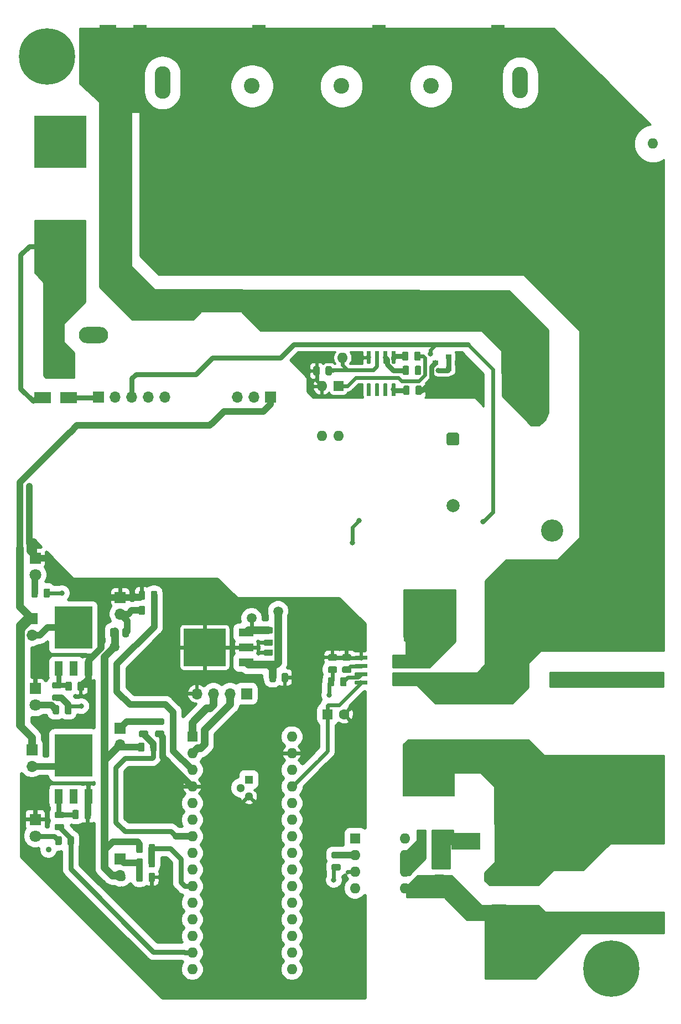
<source format=gtl>
G04 #@! TF.GenerationSoftware,KiCad,Pcbnew,5.1.5*
G04 #@! TF.CreationDate,2020-02-13T16:26:20+03:00*
G04 #@! TF.ProjectId,DC-Soft-Starter-V2,44432d53-6f66-4742-9d53-746172746572,rev?*
G04 #@! TF.SameCoordinates,Original*
G04 #@! TF.FileFunction,Copper,L1,Top*
G04 #@! TF.FilePolarity,Positive*
%FSLAX46Y46*%
G04 Gerber Fmt 4.6, Leading zero omitted, Abs format (unit mm)*
G04 Created by KiCad (PCBNEW 5.1.5) date 2020-02-13 16:26:20*
%MOMM*%
%LPD*%
G04 APERTURE LIST*
%ADD10R,2.000000X5.000000*%
%ADD11R,2.000000X6.000000*%
%ADD12C,2.400000*%
%ADD13O,2.400000X4.800000*%
%ADD14O,2.400000X3.000000*%
%ADD15O,2.400000X5.000000*%
%ADD16O,1.600000X1.600000*%
%ADD17R,4.500000X2.500000*%
%ADD18O,4.500000X2.500000*%
%ADD19R,1.600000X1.600000*%
%ADD20C,1.600000*%
%ADD21C,0.100000*%
%ADD22R,6.400000X5.800000*%
%ADD23R,2.200000X1.200000*%
%ADD24R,5.800000X6.400000*%
%ADD25R,1.200000X2.200000*%
%ADD26C,3.400000*%
%ADD27C,2.000000*%
%ADD28C,8.600000*%
%ADD29C,0.900000*%
%ADD30R,1.700000X1.700000*%
%ADD31O,1.700000X1.700000*%
%ADD32R,1.800000X1.800000*%
%ADD33C,1.800000*%
%ADD34R,2.500000X1.800000*%
%ADD35R,8.000000X8.000000*%
%ADD36C,1.300000*%
%ADD37R,1.300000X1.300000*%
%ADD38R,0.900000X0.800000*%
%ADD39R,2.540000X8.060000*%
%ADD40C,0.800000*%
%ADD41C,1.500000*%
%ADD42C,1.200000*%
%ADD43C,1.000000*%
%ADD44C,0.600000*%
%ADD45C,0.800000*%
%ADD46C,0.250000*%
%ADD47C,2.000000*%
%ADD48C,0.400000*%
%ADD49C,0.254000*%
%ADD50C,0.500000*%
G04 APERTURE END LIST*
D10*
X86409000Y-15118800D03*
D11*
X68203931Y-15624800D03*
X49844000Y-15626800D03*
D10*
X31674000Y-15130800D03*
D12*
X89869000Y-49490800D03*
D13*
X89869000Y-21490800D03*
D12*
X62494000Y-21994500D03*
D14*
X62494000Y-49294500D03*
D12*
X35119000Y-49490800D03*
D15*
X35119000Y-21490800D03*
D16*
X62680000Y-63510800D03*
D17*
X86500000Y-113590800D03*
D18*
X86500000Y-124490800D03*
D17*
X81500000Y-137490800D03*
D18*
X86580000Y-142940800D03*
X86580000Y-148390800D03*
D19*
X60394000Y-118070000D03*
D20*
X62894000Y-118070000D03*
G04 #@! TA.AperFunction,SMDPad,CuDef*
D21*
G36*
X92412005Y-142993704D02*
G01*
X92436273Y-142997304D01*
X92460072Y-143003265D01*
X92483171Y-143011530D01*
X92505350Y-143022020D01*
X92526393Y-143034632D01*
X92546099Y-143049247D01*
X92564277Y-143065723D01*
X92580753Y-143083901D01*
X92595368Y-143103607D01*
X92607980Y-143124650D01*
X92618470Y-143146829D01*
X92626735Y-143169928D01*
X92632696Y-143193727D01*
X92636296Y-143217995D01*
X92637500Y-143242499D01*
X92637500Y-143867501D01*
X92636296Y-143892005D01*
X92632696Y-143916273D01*
X92626735Y-143940072D01*
X92618470Y-143963171D01*
X92607980Y-143985350D01*
X92595368Y-144006393D01*
X92580753Y-144026099D01*
X92564277Y-144044277D01*
X92546099Y-144060753D01*
X92526393Y-144075368D01*
X92505350Y-144087980D01*
X92483171Y-144098470D01*
X92460072Y-144106735D01*
X92436273Y-144112696D01*
X92412005Y-144116296D01*
X92387501Y-144117500D01*
X89487499Y-144117500D01*
X89462995Y-144116296D01*
X89438727Y-144112696D01*
X89414928Y-144106735D01*
X89391829Y-144098470D01*
X89369650Y-144087980D01*
X89348607Y-144075368D01*
X89328901Y-144060753D01*
X89310723Y-144044277D01*
X89294247Y-144026099D01*
X89279632Y-144006393D01*
X89267020Y-143985350D01*
X89256530Y-143963171D01*
X89248265Y-143940072D01*
X89242304Y-143916273D01*
X89238704Y-143892005D01*
X89237500Y-143867501D01*
X89237500Y-143242499D01*
X89238704Y-143217995D01*
X89242304Y-143193727D01*
X89248265Y-143169928D01*
X89256530Y-143146829D01*
X89267020Y-143124650D01*
X89279632Y-143103607D01*
X89294247Y-143083901D01*
X89310723Y-143065723D01*
X89328901Y-143049247D01*
X89348607Y-143034632D01*
X89369650Y-143022020D01*
X89391829Y-143011530D01*
X89414928Y-143003265D01*
X89438727Y-142997304D01*
X89462995Y-142993704D01*
X89487499Y-142992500D01*
X92387501Y-142992500D01*
X92412005Y-142993704D01*
G37*
G04 #@! TD.AperFunction*
G04 #@! TA.AperFunction,SMDPad,CuDef*
G36*
X92412005Y-147268704D02*
G01*
X92436273Y-147272304D01*
X92460072Y-147278265D01*
X92483171Y-147286530D01*
X92505350Y-147297020D01*
X92526393Y-147309632D01*
X92546099Y-147324247D01*
X92564277Y-147340723D01*
X92580753Y-147358901D01*
X92595368Y-147378607D01*
X92607980Y-147399650D01*
X92618470Y-147421829D01*
X92626735Y-147444928D01*
X92632696Y-147468727D01*
X92636296Y-147492995D01*
X92637500Y-147517499D01*
X92637500Y-148142501D01*
X92636296Y-148167005D01*
X92632696Y-148191273D01*
X92626735Y-148215072D01*
X92618470Y-148238171D01*
X92607980Y-148260350D01*
X92595368Y-148281393D01*
X92580753Y-148301099D01*
X92564277Y-148319277D01*
X92546099Y-148335753D01*
X92526393Y-148350368D01*
X92505350Y-148362980D01*
X92483171Y-148373470D01*
X92460072Y-148381735D01*
X92436273Y-148387696D01*
X92412005Y-148391296D01*
X92387501Y-148392500D01*
X89487499Y-148392500D01*
X89462995Y-148391296D01*
X89438727Y-148387696D01*
X89414928Y-148381735D01*
X89391829Y-148373470D01*
X89369650Y-148362980D01*
X89348607Y-148350368D01*
X89328901Y-148335753D01*
X89310723Y-148319277D01*
X89294247Y-148301099D01*
X89279632Y-148281393D01*
X89267020Y-148260350D01*
X89256530Y-148238171D01*
X89248265Y-148215072D01*
X89242304Y-148191273D01*
X89238704Y-148167005D01*
X89237500Y-148142501D01*
X89237500Y-147517499D01*
X89238704Y-147492995D01*
X89242304Y-147468727D01*
X89248265Y-147444928D01*
X89256530Y-147421829D01*
X89267020Y-147399650D01*
X89279632Y-147378607D01*
X89294247Y-147358901D01*
X89310723Y-147340723D01*
X89328901Y-147324247D01*
X89348607Y-147309632D01*
X89369650Y-147297020D01*
X89391829Y-147286530D01*
X89414928Y-147278265D01*
X89438727Y-147272304D01*
X89462995Y-147268704D01*
X89487499Y-147267500D01*
X92387501Y-147267500D01*
X92412005Y-147268704D01*
G37*
G04 #@! TD.AperFunction*
G04 #@! TA.AperFunction,SMDPad,CuDef*
G36*
X72075703Y-112902522D02*
G01*
X72090264Y-112904682D01*
X72104543Y-112908259D01*
X72118403Y-112913218D01*
X72131710Y-112919512D01*
X72144336Y-112927080D01*
X72156159Y-112935848D01*
X72167066Y-112945734D01*
X72176952Y-112956641D01*
X72185720Y-112968464D01*
X72193288Y-112981090D01*
X72199582Y-112994397D01*
X72204541Y-113008257D01*
X72208118Y-113022536D01*
X72210278Y-113037097D01*
X72211000Y-113051800D01*
X72211000Y-113351800D01*
X72210278Y-113366503D01*
X72208118Y-113381064D01*
X72204541Y-113395343D01*
X72199582Y-113409203D01*
X72193288Y-113422510D01*
X72185720Y-113435136D01*
X72176952Y-113446959D01*
X72167066Y-113457866D01*
X72156159Y-113467752D01*
X72144336Y-113476520D01*
X72131710Y-113484088D01*
X72118403Y-113490382D01*
X72104543Y-113495341D01*
X72090264Y-113498918D01*
X72075703Y-113501078D01*
X72061000Y-113501800D01*
X70411000Y-113501800D01*
X70396297Y-113501078D01*
X70381736Y-113498918D01*
X70367457Y-113495341D01*
X70353597Y-113490382D01*
X70340290Y-113484088D01*
X70327664Y-113476520D01*
X70315841Y-113467752D01*
X70304934Y-113457866D01*
X70295048Y-113446959D01*
X70286280Y-113435136D01*
X70278712Y-113422510D01*
X70272418Y-113409203D01*
X70267459Y-113395343D01*
X70263882Y-113381064D01*
X70261722Y-113366503D01*
X70261000Y-113351800D01*
X70261000Y-113051800D01*
X70261722Y-113037097D01*
X70263882Y-113022536D01*
X70267459Y-113008257D01*
X70272418Y-112994397D01*
X70278712Y-112981090D01*
X70286280Y-112968464D01*
X70295048Y-112956641D01*
X70304934Y-112945734D01*
X70315841Y-112935848D01*
X70327664Y-112927080D01*
X70340290Y-112919512D01*
X70353597Y-112913218D01*
X70367457Y-112908259D01*
X70381736Y-112904682D01*
X70396297Y-112902522D01*
X70411000Y-112901800D01*
X72061000Y-112901800D01*
X72075703Y-112902522D01*
G37*
G04 #@! TD.AperFunction*
G04 #@! TA.AperFunction,SMDPad,CuDef*
G36*
X72075703Y-111632522D02*
G01*
X72090264Y-111634682D01*
X72104543Y-111638259D01*
X72118403Y-111643218D01*
X72131710Y-111649512D01*
X72144336Y-111657080D01*
X72156159Y-111665848D01*
X72167066Y-111675734D01*
X72176952Y-111686641D01*
X72185720Y-111698464D01*
X72193288Y-111711090D01*
X72199582Y-111724397D01*
X72204541Y-111738257D01*
X72208118Y-111752536D01*
X72210278Y-111767097D01*
X72211000Y-111781800D01*
X72211000Y-112081800D01*
X72210278Y-112096503D01*
X72208118Y-112111064D01*
X72204541Y-112125343D01*
X72199582Y-112139203D01*
X72193288Y-112152510D01*
X72185720Y-112165136D01*
X72176952Y-112176959D01*
X72167066Y-112187866D01*
X72156159Y-112197752D01*
X72144336Y-112206520D01*
X72131710Y-112214088D01*
X72118403Y-112220382D01*
X72104543Y-112225341D01*
X72090264Y-112228918D01*
X72075703Y-112231078D01*
X72061000Y-112231800D01*
X70411000Y-112231800D01*
X70396297Y-112231078D01*
X70381736Y-112228918D01*
X70367457Y-112225341D01*
X70353597Y-112220382D01*
X70340290Y-112214088D01*
X70327664Y-112206520D01*
X70315841Y-112197752D01*
X70304934Y-112187866D01*
X70295048Y-112176959D01*
X70286280Y-112165136D01*
X70278712Y-112152510D01*
X70272418Y-112139203D01*
X70267459Y-112125343D01*
X70263882Y-112111064D01*
X70261722Y-112096503D01*
X70261000Y-112081800D01*
X70261000Y-111781800D01*
X70261722Y-111767097D01*
X70263882Y-111752536D01*
X70267459Y-111738257D01*
X70272418Y-111724397D01*
X70278712Y-111711090D01*
X70286280Y-111698464D01*
X70295048Y-111686641D01*
X70304934Y-111675734D01*
X70315841Y-111665848D01*
X70327664Y-111657080D01*
X70340290Y-111649512D01*
X70353597Y-111643218D01*
X70367457Y-111638259D01*
X70381736Y-111634682D01*
X70396297Y-111632522D01*
X70411000Y-111631800D01*
X72061000Y-111631800D01*
X72075703Y-111632522D01*
G37*
G04 #@! TD.AperFunction*
G04 #@! TA.AperFunction,SMDPad,CuDef*
G36*
X72075703Y-110362522D02*
G01*
X72090264Y-110364682D01*
X72104543Y-110368259D01*
X72118403Y-110373218D01*
X72131710Y-110379512D01*
X72144336Y-110387080D01*
X72156159Y-110395848D01*
X72167066Y-110405734D01*
X72176952Y-110416641D01*
X72185720Y-110428464D01*
X72193288Y-110441090D01*
X72199582Y-110454397D01*
X72204541Y-110468257D01*
X72208118Y-110482536D01*
X72210278Y-110497097D01*
X72211000Y-110511800D01*
X72211000Y-110811800D01*
X72210278Y-110826503D01*
X72208118Y-110841064D01*
X72204541Y-110855343D01*
X72199582Y-110869203D01*
X72193288Y-110882510D01*
X72185720Y-110895136D01*
X72176952Y-110906959D01*
X72167066Y-110917866D01*
X72156159Y-110927752D01*
X72144336Y-110936520D01*
X72131710Y-110944088D01*
X72118403Y-110950382D01*
X72104543Y-110955341D01*
X72090264Y-110958918D01*
X72075703Y-110961078D01*
X72061000Y-110961800D01*
X70411000Y-110961800D01*
X70396297Y-110961078D01*
X70381736Y-110958918D01*
X70367457Y-110955341D01*
X70353597Y-110950382D01*
X70340290Y-110944088D01*
X70327664Y-110936520D01*
X70315841Y-110927752D01*
X70304934Y-110917866D01*
X70295048Y-110906959D01*
X70286280Y-110895136D01*
X70278712Y-110882510D01*
X70272418Y-110869203D01*
X70267459Y-110855343D01*
X70263882Y-110841064D01*
X70261722Y-110826503D01*
X70261000Y-110811800D01*
X70261000Y-110511800D01*
X70261722Y-110497097D01*
X70263882Y-110482536D01*
X70267459Y-110468257D01*
X70272418Y-110454397D01*
X70278712Y-110441090D01*
X70286280Y-110428464D01*
X70295048Y-110416641D01*
X70304934Y-110405734D01*
X70315841Y-110395848D01*
X70327664Y-110387080D01*
X70340290Y-110379512D01*
X70353597Y-110373218D01*
X70367457Y-110368259D01*
X70381736Y-110364682D01*
X70396297Y-110362522D01*
X70411000Y-110361800D01*
X72061000Y-110361800D01*
X72075703Y-110362522D01*
G37*
G04 #@! TD.AperFunction*
G04 #@! TA.AperFunction,SMDPad,CuDef*
G36*
X72075703Y-109092522D02*
G01*
X72090264Y-109094682D01*
X72104543Y-109098259D01*
X72118403Y-109103218D01*
X72131710Y-109109512D01*
X72144336Y-109117080D01*
X72156159Y-109125848D01*
X72167066Y-109135734D01*
X72176952Y-109146641D01*
X72185720Y-109158464D01*
X72193288Y-109171090D01*
X72199582Y-109184397D01*
X72204541Y-109198257D01*
X72208118Y-109212536D01*
X72210278Y-109227097D01*
X72211000Y-109241800D01*
X72211000Y-109541800D01*
X72210278Y-109556503D01*
X72208118Y-109571064D01*
X72204541Y-109585343D01*
X72199582Y-109599203D01*
X72193288Y-109612510D01*
X72185720Y-109625136D01*
X72176952Y-109636959D01*
X72167066Y-109647866D01*
X72156159Y-109657752D01*
X72144336Y-109666520D01*
X72131710Y-109674088D01*
X72118403Y-109680382D01*
X72104543Y-109685341D01*
X72090264Y-109688918D01*
X72075703Y-109691078D01*
X72061000Y-109691800D01*
X70411000Y-109691800D01*
X70396297Y-109691078D01*
X70381736Y-109688918D01*
X70367457Y-109685341D01*
X70353597Y-109680382D01*
X70340290Y-109674088D01*
X70327664Y-109666520D01*
X70315841Y-109657752D01*
X70304934Y-109647866D01*
X70295048Y-109636959D01*
X70286280Y-109625136D01*
X70278712Y-109612510D01*
X70272418Y-109599203D01*
X70267459Y-109585343D01*
X70263882Y-109571064D01*
X70261722Y-109556503D01*
X70261000Y-109541800D01*
X70261000Y-109241800D01*
X70261722Y-109227097D01*
X70263882Y-109212536D01*
X70267459Y-109198257D01*
X70272418Y-109184397D01*
X70278712Y-109171090D01*
X70286280Y-109158464D01*
X70295048Y-109146641D01*
X70304934Y-109135734D01*
X70315841Y-109125848D01*
X70327664Y-109117080D01*
X70340290Y-109109512D01*
X70353597Y-109103218D01*
X70367457Y-109098259D01*
X70381736Y-109094682D01*
X70396297Y-109092522D01*
X70411000Y-109091800D01*
X72061000Y-109091800D01*
X72075703Y-109092522D01*
G37*
G04 #@! TD.AperFunction*
G04 #@! TA.AperFunction,SMDPad,CuDef*
G36*
X66363703Y-109092522D02*
G01*
X66378264Y-109094682D01*
X66392543Y-109098259D01*
X66406403Y-109103218D01*
X66419710Y-109109512D01*
X66432336Y-109117080D01*
X66444159Y-109125848D01*
X66455066Y-109135734D01*
X66464952Y-109146641D01*
X66473720Y-109158464D01*
X66481288Y-109171090D01*
X66487582Y-109184397D01*
X66492541Y-109198257D01*
X66496118Y-109212536D01*
X66498278Y-109227097D01*
X66499000Y-109241800D01*
X66499000Y-109541800D01*
X66498278Y-109556503D01*
X66496118Y-109571064D01*
X66492541Y-109585343D01*
X66487582Y-109599203D01*
X66481288Y-109612510D01*
X66473720Y-109625136D01*
X66464952Y-109636959D01*
X66455066Y-109647866D01*
X66444159Y-109657752D01*
X66432336Y-109666520D01*
X66419710Y-109674088D01*
X66406403Y-109680382D01*
X66392543Y-109685341D01*
X66378264Y-109688918D01*
X66363703Y-109691078D01*
X66349000Y-109691800D01*
X64699000Y-109691800D01*
X64684297Y-109691078D01*
X64669736Y-109688918D01*
X64655457Y-109685341D01*
X64641597Y-109680382D01*
X64628290Y-109674088D01*
X64615664Y-109666520D01*
X64603841Y-109657752D01*
X64592934Y-109647866D01*
X64583048Y-109636959D01*
X64574280Y-109625136D01*
X64566712Y-109612510D01*
X64560418Y-109599203D01*
X64555459Y-109585343D01*
X64551882Y-109571064D01*
X64549722Y-109556503D01*
X64549000Y-109541800D01*
X64549000Y-109241800D01*
X64549722Y-109227097D01*
X64551882Y-109212536D01*
X64555459Y-109198257D01*
X64560418Y-109184397D01*
X64566712Y-109171090D01*
X64574280Y-109158464D01*
X64583048Y-109146641D01*
X64592934Y-109135734D01*
X64603841Y-109125848D01*
X64615664Y-109117080D01*
X64628290Y-109109512D01*
X64641597Y-109103218D01*
X64655457Y-109098259D01*
X64669736Y-109094682D01*
X64684297Y-109092522D01*
X64699000Y-109091800D01*
X66349000Y-109091800D01*
X66363703Y-109092522D01*
G37*
G04 #@! TD.AperFunction*
G04 #@! TA.AperFunction,SMDPad,CuDef*
G36*
X66363703Y-110362522D02*
G01*
X66378264Y-110364682D01*
X66392543Y-110368259D01*
X66406403Y-110373218D01*
X66419710Y-110379512D01*
X66432336Y-110387080D01*
X66444159Y-110395848D01*
X66455066Y-110405734D01*
X66464952Y-110416641D01*
X66473720Y-110428464D01*
X66481288Y-110441090D01*
X66487582Y-110454397D01*
X66492541Y-110468257D01*
X66496118Y-110482536D01*
X66498278Y-110497097D01*
X66499000Y-110511800D01*
X66499000Y-110811800D01*
X66498278Y-110826503D01*
X66496118Y-110841064D01*
X66492541Y-110855343D01*
X66487582Y-110869203D01*
X66481288Y-110882510D01*
X66473720Y-110895136D01*
X66464952Y-110906959D01*
X66455066Y-110917866D01*
X66444159Y-110927752D01*
X66432336Y-110936520D01*
X66419710Y-110944088D01*
X66406403Y-110950382D01*
X66392543Y-110955341D01*
X66378264Y-110958918D01*
X66363703Y-110961078D01*
X66349000Y-110961800D01*
X64699000Y-110961800D01*
X64684297Y-110961078D01*
X64669736Y-110958918D01*
X64655457Y-110955341D01*
X64641597Y-110950382D01*
X64628290Y-110944088D01*
X64615664Y-110936520D01*
X64603841Y-110927752D01*
X64592934Y-110917866D01*
X64583048Y-110906959D01*
X64574280Y-110895136D01*
X64566712Y-110882510D01*
X64560418Y-110869203D01*
X64555459Y-110855343D01*
X64551882Y-110841064D01*
X64549722Y-110826503D01*
X64549000Y-110811800D01*
X64549000Y-110511800D01*
X64549722Y-110497097D01*
X64551882Y-110482536D01*
X64555459Y-110468257D01*
X64560418Y-110454397D01*
X64566712Y-110441090D01*
X64574280Y-110428464D01*
X64583048Y-110416641D01*
X64592934Y-110405734D01*
X64603841Y-110395848D01*
X64615664Y-110387080D01*
X64628290Y-110379512D01*
X64641597Y-110373218D01*
X64655457Y-110368259D01*
X64669736Y-110364682D01*
X64684297Y-110362522D01*
X64699000Y-110361800D01*
X66349000Y-110361800D01*
X66363703Y-110362522D01*
G37*
G04 #@! TD.AperFunction*
G04 #@! TA.AperFunction,SMDPad,CuDef*
G36*
X66363703Y-111632522D02*
G01*
X66378264Y-111634682D01*
X66392543Y-111638259D01*
X66406403Y-111643218D01*
X66419710Y-111649512D01*
X66432336Y-111657080D01*
X66444159Y-111665848D01*
X66455066Y-111675734D01*
X66464952Y-111686641D01*
X66473720Y-111698464D01*
X66481288Y-111711090D01*
X66487582Y-111724397D01*
X66492541Y-111738257D01*
X66496118Y-111752536D01*
X66498278Y-111767097D01*
X66499000Y-111781800D01*
X66499000Y-112081800D01*
X66498278Y-112096503D01*
X66496118Y-112111064D01*
X66492541Y-112125343D01*
X66487582Y-112139203D01*
X66481288Y-112152510D01*
X66473720Y-112165136D01*
X66464952Y-112176959D01*
X66455066Y-112187866D01*
X66444159Y-112197752D01*
X66432336Y-112206520D01*
X66419710Y-112214088D01*
X66406403Y-112220382D01*
X66392543Y-112225341D01*
X66378264Y-112228918D01*
X66363703Y-112231078D01*
X66349000Y-112231800D01*
X64699000Y-112231800D01*
X64684297Y-112231078D01*
X64669736Y-112228918D01*
X64655457Y-112225341D01*
X64641597Y-112220382D01*
X64628290Y-112214088D01*
X64615664Y-112206520D01*
X64603841Y-112197752D01*
X64592934Y-112187866D01*
X64583048Y-112176959D01*
X64574280Y-112165136D01*
X64566712Y-112152510D01*
X64560418Y-112139203D01*
X64555459Y-112125343D01*
X64551882Y-112111064D01*
X64549722Y-112096503D01*
X64549000Y-112081800D01*
X64549000Y-111781800D01*
X64549722Y-111767097D01*
X64551882Y-111752536D01*
X64555459Y-111738257D01*
X64560418Y-111724397D01*
X64566712Y-111711090D01*
X64574280Y-111698464D01*
X64583048Y-111686641D01*
X64592934Y-111675734D01*
X64603841Y-111665848D01*
X64615664Y-111657080D01*
X64628290Y-111649512D01*
X64641597Y-111643218D01*
X64655457Y-111638259D01*
X64669736Y-111634682D01*
X64684297Y-111632522D01*
X64699000Y-111631800D01*
X66349000Y-111631800D01*
X66363703Y-111632522D01*
G37*
G04 #@! TD.AperFunction*
G04 #@! TA.AperFunction,SMDPad,CuDef*
G36*
X66363703Y-112902522D02*
G01*
X66378264Y-112904682D01*
X66392543Y-112908259D01*
X66406403Y-112913218D01*
X66419710Y-112919512D01*
X66432336Y-112927080D01*
X66444159Y-112935848D01*
X66455066Y-112945734D01*
X66464952Y-112956641D01*
X66473720Y-112968464D01*
X66481288Y-112981090D01*
X66487582Y-112994397D01*
X66492541Y-113008257D01*
X66496118Y-113022536D01*
X66498278Y-113037097D01*
X66499000Y-113051800D01*
X66499000Y-113351800D01*
X66498278Y-113366503D01*
X66496118Y-113381064D01*
X66492541Y-113395343D01*
X66487582Y-113409203D01*
X66481288Y-113422510D01*
X66473720Y-113435136D01*
X66464952Y-113446959D01*
X66455066Y-113457866D01*
X66444159Y-113467752D01*
X66432336Y-113476520D01*
X66419710Y-113484088D01*
X66406403Y-113490382D01*
X66392543Y-113495341D01*
X66378264Y-113498918D01*
X66363703Y-113501078D01*
X66349000Y-113501800D01*
X64699000Y-113501800D01*
X64684297Y-113501078D01*
X64669736Y-113498918D01*
X64655457Y-113495341D01*
X64641597Y-113490382D01*
X64628290Y-113484088D01*
X64615664Y-113476520D01*
X64603841Y-113467752D01*
X64592934Y-113457866D01*
X64583048Y-113446959D01*
X64574280Y-113435136D01*
X64566712Y-113422510D01*
X64560418Y-113409203D01*
X64555459Y-113395343D01*
X64551882Y-113381064D01*
X64549722Y-113366503D01*
X64549000Y-113351800D01*
X64549000Y-113051800D01*
X64549722Y-113037097D01*
X64551882Y-113022536D01*
X64555459Y-113008257D01*
X64560418Y-112994397D01*
X64566712Y-112981090D01*
X64574280Y-112968464D01*
X64583048Y-112956641D01*
X64592934Y-112945734D01*
X64603841Y-112935848D01*
X64615664Y-112927080D01*
X64628290Y-112919512D01*
X64641597Y-112913218D01*
X64655457Y-112908259D01*
X64669736Y-112904682D01*
X64684297Y-112902522D01*
X64699000Y-112901800D01*
X66349000Y-112901800D01*
X66363703Y-112902522D01*
G37*
G04 #@! TD.AperFunction*
D17*
X19498000Y-65490800D03*
D18*
X24578000Y-60040800D03*
X19498000Y-54590800D03*
D22*
X41595000Y-107847600D03*
D23*
X47895000Y-105567600D03*
X47895000Y-107847600D03*
X47895000Y-110127600D03*
D24*
X21488000Y-124292800D03*
D25*
X23768000Y-130592800D03*
X21488000Y-130592800D03*
X19208000Y-130592800D03*
D24*
X21476000Y-104772800D03*
D25*
X23756000Y-111072800D03*
X21476000Y-111072800D03*
X19196000Y-111072800D03*
G04 #@! TA.AperFunction,SMDPad,CuDef*
D21*
G36*
X97653500Y-15665800D02*
G01*
X97653500Y-20975800D01*
X95113500Y-20975800D01*
X95113500Y-13125800D01*
X97653500Y-15665800D01*
G37*
G04 #@! TD.AperFunction*
G04 #@! TA.AperFunction,ComponentPad*
G36*
X80105009Y-74953208D02*
G01*
X80153545Y-74960407D01*
X80201142Y-74972330D01*
X80247342Y-74988860D01*
X80291698Y-75009839D01*
X80333785Y-75035065D01*
X80373197Y-75064295D01*
X80409553Y-75097247D01*
X80442505Y-75133603D01*
X80471735Y-75173015D01*
X80496961Y-75215102D01*
X80517940Y-75259458D01*
X80534470Y-75305658D01*
X80546393Y-75353255D01*
X80553592Y-75401791D01*
X80556000Y-75450800D01*
X80556000Y-76450800D01*
X80553592Y-76499809D01*
X80546393Y-76548345D01*
X80534470Y-76595942D01*
X80517940Y-76642142D01*
X80496961Y-76686498D01*
X80471735Y-76728585D01*
X80442505Y-76767997D01*
X80409553Y-76804353D01*
X80373197Y-76837305D01*
X80333785Y-76866535D01*
X80291698Y-76891761D01*
X80247342Y-76912740D01*
X80201142Y-76929270D01*
X80153545Y-76941193D01*
X80105009Y-76948392D01*
X80056000Y-76950800D01*
X79056000Y-76950800D01*
X79006991Y-76948392D01*
X78958455Y-76941193D01*
X78910858Y-76929270D01*
X78864658Y-76912740D01*
X78820302Y-76891761D01*
X78778215Y-76866535D01*
X78738803Y-76837305D01*
X78702447Y-76804353D01*
X78669495Y-76767997D01*
X78640265Y-76728585D01*
X78615039Y-76686498D01*
X78594060Y-76642142D01*
X78577530Y-76595942D01*
X78565607Y-76548345D01*
X78558408Y-76499809D01*
X78556000Y-76450800D01*
X78556000Y-75450800D01*
X78558408Y-75401791D01*
X78565607Y-75353255D01*
X78577530Y-75305658D01*
X78594060Y-75259458D01*
X78615039Y-75215102D01*
X78640265Y-75173015D01*
X78669495Y-75133603D01*
X78702447Y-75097247D01*
X78738803Y-75064295D01*
X78778215Y-75035065D01*
X78820302Y-75009839D01*
X78864658Y-74988860D01*
X78910858Y-74972330D01*
X78958455Y-74960407D01*
X79006991Y-74953208D01*
X79056000Y-74950800D01*
X80056000Y-74950800D01*
X80105009Y-74953208D01*
G37*
G04 #@! TD.AperFunction*
D26*
X92216000Y-72150800D03*
X94756000Y-89950800D03*
D27*
X79556000Y-86150800D03*
G04 #@! TA.AperFunction,SMDPad,CuDef*
D21*
G36*
X74411142Y-62591974D02*
G01*
X74434803Y-62595484D01*
X74458007Y-62601296D01*
X74480529Y-62609354D01*
X74502153Y-62619582D01*
X74522670Y-62631879D01*
X74541883Y-62646129D01*
X74559607Y-62662193D01*
X74575671Y-62679917D01*
X74589921Y-62699130D01*
X74602218Y-62719647D01*
X74612446Y-62741271D01*
X74620504Y-62763793D01*
X74626316Y-62786997D01*
X74629826Y-62810658D01*
X74631000Y-62834550D01*
X74631000Y-63747050D01*
X74629826Y-63770942D01*
X74626316Y-63794603D01*
X74620504Y-63817807D01*
X74612446Y-63840329D01*
X74602218Y-63861953D01*
X74589921Y-63882470D01*
X74575671Y-63901683D01*
X74559607Y-63919407D01*
X74541883Y-63935471D01*
X74522670Y-63949721D01*
X74502153Y-63962018D01*
X74480529Y-63972246D01*
X74458007Y-63980304D01*
X74434803Y-63986116D01*
X74411142Y-63989626D01*
X74387250Y-63990800D01*
X73899750Y-63990800D01*
X73875858Y-63989626D01*
X73852197Y-63986116D01*
X73828993Y-63980304D01*
X73806471Y-63972246D01*
X73784847Y-63962018D01*
X73764330Y-63949721D01*
X73745117Y-63935471D01*
X73727393Y-63919407D01*
X73711329Y-63901683D01*
X73697079Y-63882470D01*
X73684782Y-63861953D01*
X73674554Y-63840329D01*
X73666496Y-63817807D01*
X73660684Y-63794603D01*
X73657174Y-63770942D01*
X73656000Y-63747050D01*
X73656000Y-62834550D01*
X73657174Y-62810658D01*
X73660684Y-62786997D01*
X73666496Y-62763793D01*
X73674554Y-62741271D01*
X73684782Y-62719647D01*
X73697079Y-62699130D01*
X73711329Y-62679917D01*
X73727393Y-62662193D01*
X73745117Y-62646129D01*
X73764330Y-62631879D01*
X73784847Y-62619582D01*
X73806471Y-62609354D01*
X73828993Y-62601296D01*
X73852197Y-62595484D01*
X73875858Y-62591974D01*
X73899750Y-62590800D01*
X74387250Y-62590800D01*
X74411142Y-62591974D01*
G37*
G04 #@! TD.AperFunction*
G04 #@! TA.AperFunction,SMDPad,CuDef*
G36*
X72536142Y-62591974D02*
G01*
X72559803Y-62595484D01*
X72583007Y-62601296D01*
X72605529Y-62609354D01*
X72627153Y-62619582D01*
X72647670Y-62631879D01*
X72666883Y-62646129D01*
X72684607Y-62662193D01*
X72700671Y-62679917D01*
X72714921Y-62699130D01*
X72727218Y-62719647D01*
X72737446Y-62741271D01*
X72745504Y-62763793D01*
X72751316Y-62786997D01*
X72754826Y-62810658D01*
X72756000Y-62834550D01*
X72756000Y-63747050D01*
X72754826Y-63770942D01*
X72751316Y-63794603D01*
X72745504Y-63817807D01*
X72737446Y-63840329D01*
X72727218Y-63861953D01*
X72714921Y-63882470D01*
X72700671Y-63901683D01*
X72684607Y-63919407D01*
X72666883Y-63935471D01*
X72647670Y-63949721D01*
X72627153Y-63962018D01*
X72605529Y-63972246D01*
X72583007Y-63980304D01*
X72559803Y-63986116D01*
X72536142Y-63989626D01*
X72512250Y-63990800D01*
X72024750Y-63990800D01*
X72000858Y-63989626D01*
X71977197Y-63986116D01*
X71953993Y-63980304D01*
X71931471Y-63972246D01*
X71909847Y-63962018D01*
X71889330Y-63949721D01*
X71870117Y-63935471D01*
X71852393Y-63919407D01*
X71836329Y-63901683D01*
X71822079Y-63882470D01*
X71809782Y-63861953D01*
X71799554Y-63840329D01*
X71791496Y-63817807D01*
X71785684Y-63794603D01*
X71782174Y-63770942D01*
X71781000Y-63747050D01*
X71781000Y-62834550D01*
X71782174Y-62810658D01*
X71785684Y-62786997D01*
X71791496Y-62763793D01*
X71799554Y-62741271D01*
X71809782Y-62719647D01*
X71822079Y-62699130D01*
X71836329Y-62679917D01*
X71852393Y-62662193D01*
X71870117Y-62646129D01*
X71889330Y-62631879D01*
X71909847Y-62619582D01*
X71931471Y-62609354D01*
X71953993Y-62601296D01*
X71977197Y-62595484D01*
X72000858Y-62591974D01*
X72024750Y-62590800D01*
X72512250Y-62590800D01*
X72536142Y-62591974D01*
G37*
G04 #@! TD.AperFunction*
D28*
X103828000Y-156932000D03*
D29*
X107053000Y-156932000D03*
X106108419Y-159212419D03*
X103828000Y-160157000D03*
X101547581Y-159212419D03*
X100603000Y-156932000D03*
X101547581Y-154651581D03*
X103828000Y-153707000D03*
X106108419Y-154651581D03*
X19748419Y-15205581D03*
X17468000Y-14261000D03*
X15187581Y-15205581D03*
X14243000Y-17486000D03*
X15187581Y-19766419D03*
X17468000Y-20711000D03*
X19748419Y-19766419D03*
X20693000Y-17486000D03*
D28*
X17468000Y-17486000D03*
D30*
X51618000Y-69554800D03*
D31*
X49078000Y-69554800D03*
X46538000Y-69554800D03*
X35498000Y-69554800D03*
X32958000Y-69554800D03*
X30418000Y-69554800D03*
X27878000Y-69554800D03*
D30*
X25338000Y-69554800D03*
G04 #@! TA.AperFunction,SMDPad,CuDef*
D21*
G36*
X19818142Y-132930974D02*
G01*
X19841803Y-132934484D01*
X19865007Y-132940296D01*
X19887529Y-132948354D01*
X19909153Y-132958582D01*
X19929670Y-132970879D01*
X19948883Y-132985129D01*
X19966607Y-133001193D01*
X19982671Y-133018917D01*
X19996921Y-133038130D01*
X20009218Y-133058647D01*
X20019446Y-133080271D01*
X20027504Y-133102793D01*
X20033316Y-133125997D01*
X20036826Y-133149658D01*
X20038000Y-133173550D01*
X20038000Y-133661050D01*
X20036826Y-133684942D01*
X20033316Y-133708603D01*
X20027504Y-133731807D01*
X20019446Y-133754329D01*
X20009218Y-133775953D01*
X19996921Y-133796470D01*
X19982671Y-133815683D01*
X19966607Y-133833407D01*
X19948883Y-133849471D01*
X19929670Y-133863721D01*
X19909153Y-133876018D01*
X19887529Y-133886246D01*
X19865007Y-133894304D01*
X19841803Y-133900116D01*
X19818142Y-133903626D01*
X19794250Y-133904800D01*
X18881750Y-133904800D01*
X18857858Y-133903626D01*
X18834197Y-133900116D01*
X18810993Y-133894304D01*
X18788471Y-133886246D01*
X18766847Y-133876018D01*
X18746330Y-133863721D01*
X18727117Y-133849471D01*
X18709393Y-133833407D01*
X18693329Y-133815683D01*
X18679079Y-133796470D01*
X18666782Y-133775953D01*
X18656554Y-133754329D01*
X18648496Y-133731807D01*
X18642684Y-133708603D01*
X18639174Y-133684942D01*
X18638000Y-133661050D01*
X18638000Y-133173550D01*
X18639174Y-133149658D01*
X18642684Y-133125997D01*
X18648496Y-133102793D01*
X18656554Y-133080271D01*
X18666782Y-133058647D01*
X18679079Y-133038130D01*
X18693329Y-133018917D01*
X18709393Y-133001193D01*
X18727117Y-132985129D01*
X18746330Y-132970879D01*
X18766847Y-132958582D01*
X18788471Y-132948354D01*
X18810993Y-132940296D01*
X18834197Y-132934484D01*
X18857858Y-132930974D01*
X18881750Y-132929800D01*
X19794250Y-132929800D01*
X19818142Y-132930974D01*
G37*
G04 #@! TD.AperFunction*
G04 #@! TA.AperFunction,SMDPad,CuDef*
G36*
X19818142Y-134805974D02*
G01*
X19841803Y-134809484D01*
X19865007Y-134815296D01*
X19887529Y-134823354D01*
X19909153Y-134833582D01*
X19929670Y-134845879D01*
X19948883Y-134860129D01*
X19966607Y-134876193D01*
X19982671Y-134893917D01*
X19996921Y-134913130D01*
X20009218Y-134933647D01*
X20019446Y-134955271D01*
X20027504Y-134977793D01*
X20033316Y-135000997D01*
X20036826Y-135024658D01*
X20038000Y-135048550D01*
X20038000Y-135536050D01*
X20036826Y-135559942D01*
X20033316Y-135583603D01*
X20027504Y-135606807D01*
X20019446Y-135629329D01*
X20009218Y-135650953D01*
X19996921Y-135671470D01*
X19982671Y-135690683D01*
X19966607Y-135708407D01*
X19948883Y-135724471D01*
X19929670Y-135738721D01*
X19909153Y-135751018D01*
X19887529Y-135761246D01*
X19865007Y-135769304D01*
X19841803Y-135775116D01*
X19818142Y-135778626D01*
X19794250Y-135779800D01*
X18881750Y-135779800D01*
X18857858Y-135778626D01*
X18834197Y-135775116D01*
X18810993Y-135769304D01*
X18788471Y-135761246D01*
X18766847Y-135751018D01*
X18746330Y-135738721D01*
X18727117Y-135724471D01*
X18709393Y-135708407D01*
X18693329Y-135690683D01*
X18679079Y-135671470D01*
X18666782Y-135650953D01*
X18656554Y-135629329D01*
X18648496Y-135606807D01*
X18642684Y-135583603D01*
X18639174Y-135559942D01*
X18638000Y-135536050D01*
X18638000Y-135048550D01*
X18639174Y-135024658D01*
X18642684Y-135000997D01*
X18648496Y-134977793D01*
X18656554Y-134955271D01*
X18666782Y-134933647D01*
X18679079Y-134913130D01*
X18693329Y-134893917D01*
X18709393Y-134876193D01*
X18727117Y-134860129D01*
X18746330Y-134845879D01*
X18766847Y-134833582D01*
X18788471Y-134823354D01*
X18810993Y-134815296D01*
X18834197Y-134809484D01*
X18857858Y-134805974D01*
X18881750Y-134804800D01*
X19794250Y-134804800D01*
X19818142Y-134805974D01*
G37*
G04 #@! TD.AperFunction*
D27*
X62500000Y-15254800D03*
D12*
X76181500Y-49490800D03*
X76181500Y-21990800D03*
X48806500Y-49494500D03*
X48806500Y-21994500D03*
D19*
X39688000Y-121490800D03*
D16*
X54928000Y-154510800D03*
X39688000Y-124030800D03*
X54928000Y-151970800D03*
X39688000Y-126570800D03*
X54928000Y-149430800D03*
X39688000Y-129110800D03*
X54928000Y-146890800D03*
X39688000Y-131650800D03*
X54928000Y-144350800D03*
X39688000Y-134190800D03*
X54928000Y-141810800D03*
X39688000Y-136730800D03*
X54928000Y-139270800D03*
X39688000Y-139270800D03*
X54928000Y-136730800D03*
X39688000Y-141810800D03*
X54928000Y-134190800D03*
X39688000Y-144350800D03*
X54928000Y-131650800D03*
X39688000Y-146890800D03*
X54928000Y-129110800D03*
X39688000Y-149430800D03*
X54928000Y-126570800D03*
X39688000Y-151970800D03*
X54928000Y-124030800D03*
X39688000Y-154510800D03*
X54928000Y-121490800D03*
X39688000Y-157050800D03*
X54928000Y-157050800D03*
G04 #@! TA.AperFunction,SMDPad,CuDef*
D21*
G36*
X34001642Y-122355974D02*
G01*
X34025303Y-122359484D01*
X34048507Y-122365296D01*
X34071029Y-122373354D01*
X34092653Y-122383582D01*
X34113170Y-122395879D01*
X34132383Y-122410129D01*
X34150107Y-122426193D01*
X34166171Y-122443917D01*
X34180421Y-122463130D01*
X34192718Y-122483647D01*
X34202946Y-122505271D01*
X34211004Y-122527793D01*
X34216816Y-122550997D01*
X34220326Y-122574658D01*
X34221500Y-122598550D01*
X34221500Y-123511050D01*
X34220326Y-123534942D01*
X34216816Y-123558603D01*
X34211004Y-123581807D01*
X34202946Y-123604329D01*
X34192718Y-123625953D01*
X34180421Y-123646470D01*
X34166171Y-123665683D01*
X34150107Y-123683407D01*
X34132383Y-123699471D01*
X34113170Y-123713721D01*
X34092653Y-123726018D01*
X34071029Y-123736246D01*
X34048507Y-123744304D01*
X34025303Y-123750116D01*
X34001642Y-123753626D01*
X33977750Y-123754800D01*
X33490250Y-123754800D01*
X33466358Y-123753626D01*
X33442697Y-123750116D01*
X33419493Y-123744304D01*
X33396971Y-123736246D01*
X33375347Y-123726018D01*
X33354830Y-123713721D01*
X33335617Y-123699471D01*
X33317893Y-123683407D01*
X33301829Y-123665683D01*
X33287579Y-123646470D01*
X33275282Y-123625953D01*
X33265054Y-123604329D01*
X33256996Y-123581807D01*
X33251184Y-123558603D01*
X33247674Y-123534942D01*
X33246500Y-123511050D01*
X33246500Y-122598550D01*
X33247674Y-122574658D01*
X33251184Y-122550997D01*
X33256996Y-122527793D01*
X33265054Y-122505271D01*
X33275282Y-122483647D01*
X33287579Y-122463130D01*
X33301829Y-122443917D01*
X33317893Y-122426193D01*
X33335617Y-122410129D01*
X33354830Y-122395879D01*
X33375347Y-122383582D01*
X33396971Y-122373354D01*
X33419493Y-122365296D01*
X33442697Y-122359484D01*
X33466358Y-122355974D01*
X33490250Y-122354800D01*
X33977750Y-122354800D01*
X34001642Y-122355974D01*
G37*
G04 #@! TD.AperFunction*
G04 #@! TA.AperFunction,SMDPad,CuDef*
G36*
X32126642Y-122355974D02*
G01*
X32150303Y-122359484D01*
X32173507Y-122365296D01*
X32196029Y-122373354D01*
X32217653Y-122383582D01*
X32238170Y-122395879D01*
X32257383Y-122410129D01*
X32275107Y-122426193D01*
X32291171Y-122443917D01*
X32305421Y-122463130D01*
X32317718Y-122483647D01*
X32327946Y-122505271D01*
X32336004Y-122527793D01*
X32341816Y-122550997D01*
X32345326Y-122574658D01*
X32346500Y-122598550D01*
X32346500Y-123511050D01*
X32345326Y-123534942D01*
X32341816Y-123558603D01*
X32336004Y-123581807D01*
X32327946Y-123604329D01*
X32317718Y-123625953D01*
X32305421Y-123646470D01*
X32291171Y-123665683D01*
X32275107Y-123683407D01*
X32257383Y-123699471D01*
X32238170Y-123713721D01*
X32217653Y-123726018D01*
X32196029Y-123736246D01*
X32173507Y-123744304D01*
X32150303Y-123750116D01*
X32126642Y-123753626D01*
X32102750Y-123754800D01*
X31615250Y-123754800D01*
X31591358Y-123753626D01*
X31567697Y-123750116D01*
X31544493Y-123744304D01*
X31521971Y-123736246D01*
X31500347Y-123726018D01*
X31479830Y-123713721D01*
X31460617Y-123699471D01*
X31442893Y-123683407D01*
X31426829Y-123665683D01*
X31412579Y-123646470D01*
X31400282Y-123625953D01*
X31390054Y-123604329D01*
X31381996Y-123581807D01*
X31376184Y-123558603D01*
X31372674Y-123534942D01*
X31371500Y-123511050D01*
X31371500Y-122598550D01*
X31372674Y-122574658D01*
X31376184Y-122550997D01*
X31381996Y-122527793D01*
X31390054Y-122505271D01*
X31400282Y-122483647D01*
X31412579Y-122463130D01*
X31426829Y-122443917D01*
X31442893Y-122426193D01*
X31460617Y-122410129D01*
X31479830Y-122395879D01*
X31500347Y-122383582D01*
X31521971Y-122373354D01*
X31544493Y-122365296D01*
X31567697Y-122359484D01*
X31591358Y-122355974D01*
X31615250Y-122354800D01*
X32102750Y-122354800D01*
X32126642Y-122355974D01*
G37*
G04 #@! TD.AperFunction*
G04 #@! TA.AperFunction,SMDPad,CuDef*
G36*
X31868142Y-137855974D02*
G01*
X31891803Y-137859484D01*
X31915007Y-137865296D01*
X31937529Y-137873354D01*
X31959153Y-137883582D01*
X31979670Y-137895879D01*
X31998883Y-137910129D01*
X32016607Y-137926193D01*
X32032671Y-137943917D01*
X32046921Y-137963130D01*
X32059218Y-137983647D01*
X32069446Y-138005271D01*
X32077504Y-138027793D01*
X32083316Y-138050997D01*
X32086826Y-138074658D01*
X32088000Y-138098550D01*
X32088000Y-139011050D01*
X32086826Y-139034942D01*
X32083316Y-139058603D01*
X32077504Y-139081807D01*
X32069446Y-139104329D01*
X32059218Y-139125953D01*
X32046921Y-139146470D01*
X32032671Y-139165683D01*
X32016607Y-139183407D01*
X31998883Y-139199471D01*
X31979670Y-139213721D01*
X31959153Y-139226018D01*
X31937529Y-139236246D01*
X31915007Y-139244304D01*
X31891803Y-139250116D01*
X31868142Y-139253626D01*
X31844250Y-139254800D01*
X31356750Y-139254800D01*
X31332858Y-139253626D01*
X31309197Y-139250116D01*
X31285993Y-139244304D01*
X31263471Y-139236246D01*
X31241847Y-139226018D01*
X31221330Y-139213721D01*
X31202117Y-139199471D01*
X31184393Y-139183407D01*
X31168329Y-139165683D01*
X31154079Y-139146470D01*
X31141782Y-139125953D01*
X31131554Y-139104329D01*
X31123496Y-139081807D01*
X31117684Y-139058603D01*
X31114174Y-139034942D01*
X31113000Y-139011050D01*
X31113000Y-138098550D01*
X31114174Y-138074658D01*
X31117684Y-138050997D01*
X31123496Y-138027793D01*
X31131554Y-138005271D01*
X31141782Y-137983647D01*
X31154079Y-137963130D01*
X31168329Y-137943917D01*
X31184393Y-137926193D01*
X31202117Y-137910129D01*
X31221330Y-137895879D01*
X31241847Y-137883582D01*
X31263471Y-137873354D01*
X31285993Y-137865296D01*
X31309197Y-137859484D01*
X31332858Y-137855974D01*
X31356750Y-137854800D01*
X31844250Y-137854800D01*
X31868142Y-137855974D01*
G37*
G04 #@! TD.AperFunction*
G04 #@! TA.AperFunction,SMDPad,CuDef*
G36*
X33743142Y-137855974D02*
G01*
X33766803Y-137859484D01*
X33790007Y-137865296D01*
X33812529Y-137873354D01*
X33834153Y-137883582D01*
X33854670Y-137895879D01*
X33873883Y-137910129D01*
X33891607Y-137926193D01*
X33907671Y-137943917D01*
X33921921Y-137963130D01*
X33934218Y-137983647D01*
X33944446Y-138005271D01*
X33952504Y-138027793D01*
X33958316Y-138050997D01*
X33961826Y-138074658D01*
X33963000Y-138098550D01*
X33963000Y-139011050D01*
X33961826Y-139034942D01*
X33958316Y-139058603D01*
X33952504Y-139081807D01*
X33944446Y-139104329D01*
X33934218Y-139125953D01*
X33921921Y-139146470D01*
X33907671Y-139165683D01*
X33891607Y-139183407D01*
X33873883Y-139199471D01*
X33854670Y-139213721D01*
X33834153Y-139226018D01*
X33812529Y-139236246D01*
X33790007Y-139244304D01*
X33766803Y-139250116D01*
X33743142Y-139253626D01*
X33719250Y-139254800D01*
X33231750Y-139254800D01*
X33207858Y-139253626D01*
X33184197Y-139250116D01*
X33160993Y-139244304D01*
X33138471Y-139236246D01*
X33116847Y-139226018D01*
X33096330Y-139213721D01*
X33077117Y-139199471D01*
X33059393Y-139183407D01*
X33043329Y-139165683D01*
X33029079Y-139146470D01*
X33016782Y-139125953D01*
X33006554Y-139104329D01*
X32998496Y-139081807D01*
X32992684Y-139058603D01*
X32989174Y-139034942D01*
X32988000Y-139011050D01*
X32988000Y-138098550D01*
X32989174Y-138074658D01*
X32992684Y-138050997D01*
X32998496Y-138027793D01*
X33006554Y-138005271D01*
X33016782Y-137983647D01*
X33029079Y-137963130D01*
X33043329Y-137943917D01*
X33059393Y-137926193D01*
X33077117Y-137910129D01*
X33096330Y-137895879D01*
X33116847Y-137883582D01*
X33138471Y-137873354D01*
X33160993Y-137865296D01*
X33184197Y-137859484D01*
X33207858Y-137855974D01*
X33231750Y-137854800D01*
X33719250Y-137854800D01*
X33743142Y-137855974D01*
G37*
G04 #@! TD.AperFunction*
G04 #@! TA.AperFunction,SMDPad,CuDef*
G36*
X34091642Y-99167974D02*
G01*
X34115303Y-99171484D01*
X34138507Y-99177296D01*
X34161029Y-99185354D01*
X34182653Y-99195582D01*
X34203170Y-99207879D01*
X34222383Y-99222129D01*
X34240107Y-99238193D01*
X34256171Y-99255917D01*
X34270421Y-99275130D01*
X34282718Y-99295647D01*
X34292946Y-99317271D01*
X34301004Y-99339793D01*
X34306816Y-99362997D01*
X34310326Y-99386658D01*
X34311500Y-99410550D01*
X34311500Y-100323050D01*
X34310326Y-100346942D01*
X34306816Y-100370603D01*
X34301004Y-100393807D01*
X34292946Y-100416329D01*
X34282718Y-100437953D01*
X34270421Y-100458470D01*
X34256171Y-100477683D01*
X34240107Y-100495407D01*
X34222383Y-100511471D01*
X34203170Y-100525721D01*
X34182653Y-100538018D01*
X34161029Y-100548246D01*
X34138507Y-100556304D01*
X34115303Y-100562116D01*
X34091642Y-100565626D01*
X34067750Y-100566800D01*
X33580250Y-100566800D01*
X33556358Y-100565626D01*
X33532697Y-100562116D01*
X33509493Y-100556304D01*
X33486971Y-100548246D01*
X33465347Y-100538018D01*
X33444830Y-100525721D01*
X33425617Y-100511471D01*
X33407893Y-100495407D01*
X33391829Y-100477683D01*
X33377579Y-100458470D01*
X33365282Y-100437953D01*
X33355054Y-100416329D01*
X33346996Y-100393807D01*
X33341184Y-100370603D01*
X33337674Y-100346942D01*
X33336500Y-100323050D01*
X33336500Y-99410550D01*
X33337674Y-99386658D01*
X33341184Y-99362997D01*
X33346996Y-99339793D01*
X33355054Y-99317271D01*
X33365282Y-99295647D01*
X33377579Y-99275130D01*
X33391829Y-99255917D01*
X33407893Y-99238193D01*
X33425617Y-99222129D01*
X33444830Y-99207879D01*
X33465347Y-99195582D01*
X33486971Y-99185354D01*
X33509493Y-99177296D01*
X33532697Y-99171484D01*
X33556358Y-99167974D01*
X33580250Y-99166800D01*
X34067750Y-99166800D01*
X34091642Y-99167974D01*
G37*
G04 #@! TD.AperFunction*
G04 #@! TA.AperFunction,SMDPad,CuDef*
G36*
X32216642Y-99167974D02*
G01*
X32240303Y-99171484D01*
X32263507Y-99177296D01*
X32286029Y-99185354D01*
X32307653Y-99195582D01*
X32328170Y-99207879D01*
X32347383Y-99222129D01*
X32365107Y-99238193D01*
X32381171Y-99255917D01*
X32395421Y-99275130D01*
X32407718Y-99295647D01*
X32417946Y-99317271D01*
X32426004Y-99339793D01*
X32431816Y-99362997D01*
X32435326Y-99386658D01*
X32436500Y-99410550D01*
X32436500Y-100323050D01*
X32435326Y-100346942D01*
X32431816Y-100370603D01*
X32426004Y-100393807D01*
X32417946Y-100416329D01*
X32407718Y-100437953D01*
X32395421Y-100458470D01*
X32381171Y-100477683D01*
X32365107Y-100495407D01*
X32347383Y-100511471D01*
X32328170Y-100525721D01*
X32307653Y-100538018D01*
X32286029Y-100548246D01*
X32263507Y-100556304D01*
X32240303Y-100562116D01*
X32216642Y-100565626D01*
X32192750Y-100566800D01*
X31705250Y-100566800D01*
X31681358Y-100565626D01*
X31657697Y-100562116D01*
X31634493Y-100556304D01*
X31611971Y-100548246D01*
X31590347Y-100538018D01*
X31569830Y-100525721D01*
X31550617Y-100511471D01*
X31532893Y-100495407D01*
X31516829Y-100477683D01*
X31502579Y-100458470D01*
X31490282Y-100437953D01*
X31480054Y-100416329D01*
X31471996Y-100393807D01*
X31466184Y-100370603D01*
X31462674Y-100346942D01*
X31461500Y-100323050D01*
X31461500Y-99410550D01*
X31462674Y-99386658D01*
X31466184Y-99362997D01*
X31471996Y-99339793D01*
X31480054Y-99317271D01*
X31490282Y-99295647D01*
X31502579Y-99275130D01*
X31516829Y-99255917D01*
X31532893Y-99238193D01*
X31550617Y-99222129D01*
X31569830Y-99207879D01*
X31590347Y-99195582D01*
X31611971Y-99185354D01*
X31634493Y-99177296D01*
X31657697Y-99171484D01*
X31681358Y-99167974D01*
X31705250Y-99166800D01*
X32192750Y-99166800D01*
X32216642Y-99167974D01*
G37*
G04 #@! TD.AperFunction*
G04 #@! TA.AperFunction,SMDPad,CuDef*
G36*
X51795142Y-108123274D02*
G01*
X51818803Y-108126784D01*
X51842007Y-108132596D01*
X51864529Y-108140654D01*
X51886153Y-108150882D01*
X51906670Y-108163179D01*
X51925883Y-108177429D01*
X51943607Y-108193493D01*
X51959671Y-108211217D01*
X51973921Y-108230430D01*
X51986218Y-108250947D01*
X51996446Y-108272571D01*
X52004504Y-108295093D01*
X52010316Y-108318297D01*
X52013826Y-108341958D01*
X52015000Y-108365850D01*
X52015000Y-108853350D01*
X52013826Y-108877242D01*
X52010316Y-108900903D01*
X52004504Y-108924107D01*
X51996446Y-108946629D01*
X51986218Y-108968253D01*
X51973921Y-108988770D01*
X51959671Y-109007983D01*
X51943607Y-109025707D01*
X51925883Y-109041771D01*
X51906670Y-109056021D01*
X51886153Y-109068318D01*
X51864529Y-109078546D01*
X51842007Y-109086604D01*
X51818803Y-109092416D01*
X51795142Y-109095926D01*
X51771250Y-109097100D01*
X50858750Y-109097100D01*
X50834858Y-109095926D01*
X50811197Y-109092416D01*
X50787993Y-109086604D01*
X50765471Y-109078546D01*
X50743847Y-109068318D01*
X50723330Y-109056021D01*
X50704117Y-109041771D01*
X50686393Y-109025707D01*
X50670329Y-109007983D01*
X50656079Y-108988770D01*
X50643782Y-108968253D01*
X50633554Y-108946629D01*
X50625496Y-108924107D01*
X50619684Y-108900903D01*
X50616174Y-108877242D01*
X50615000Y-108853350D01*
X50615000Y-108365850D01*
X50616174Y-108341958D01*
X50619684Y-108318297D01*
X50625496Y-108295093D01*
X50633554Y-108272571D01*
X50643782Y-108250947D01*
X50656079Y-108230430D01*
X50670329Y-108211217D01*
X50686393Y-108193493D01*
X50704117Y-108177429D01*
X50723330Y-108163179D01*
X50743847Y-108150882D01*
X50765471Y-108140654D01*
X50787993Y-108132596D01*
X50811197Y-108126784D01*
X50834858Y-108123274D01*
X50858750Y-108122100D01*
X51771250Y-108122100D01*
X51795142Y-108123274D01*
G37*
G04 #@! TD.AperFunction*
G04 #@! TA.AperFunction,SMDPad,CuDef*
G36*
X51795142Y-109998274D02*
G01*
X51818803Y-110001784D01*
X51842007Y-110007596D01*
X51864529Y-110015654D01*
X51886153Y-110025882D01*
X51906670Y-110038179D01*
X51925883Y-110052429D01*
X51943607Y-110068493D01*
X51959671Y-110086217D01*
X51973921Y-110105430D01*
X51986218Y-110125947D01*
X51996446Y-110147571D01*
X52004504Y-110170093D01*
X52010316Y-110193297D01*
X52013826Y-110216958D01*
X52015000Y-110240850D01*
X52015000Y-110728350D01*
X52013826Y-110752242D01*
X52010316Y-110775903D01*
X52004504Y-110799107D01*
X51996446Y-110821629D01*
X51986218Y-110843253D01*
X51973921Y-110863770D01*
X51959671Y-110882983D01*
X51943607Y-110900707D01*
X51925883Y-110916771D01*
X51906670Y-110931021D01*
X51886153Y-110943318D01*
X51864529Y-110953546D01*
X51842007Y-110961604D01*
X51818803Y-110967416D01*
X51795142Y-110970926D01*
X51771250Y-110972100D01*
X50858750Y-110972100D01*
X50834858Y-110970926D01*
X50811197Y-110967416D01*
X50787993Y-110961604D01*
X50765471Y-110953546D01*
X50743847Y-110943318D01*
X50723330Y-110931021D01*
X50704117Y-110916771D01*
X50686393Y-110900707D01*
X50670329Y-110882983D01*
X50656079Y-110863770D01*
X50643782Y-110843253D01*
X50633554Y-110821629D01*
X50625496Y-110799107D01*
X50619684Y-110775903D01*
X50616174Y-110752242D01*
X50615000Y-110728350D01*
X50615000Y-110240850D01*
X50616174Y-110216958D01*
X50619684Y-110193297D01*
X50625496Y-110170093D01*
X50633554Y-110147571D01*
X50643782Y-110125947D01*
X50656079Y-110105430D01*
X50670329Y-110086217D01*
X50686393Y-110068493D01*
X50704117Y-110052429D01*
X50723330Y-110038179D01*
X50743847Y-110025882D01*
X50765471Y-110015654D01*
X50787993Y-110007596D01*
X50811197Y-110001784D01*
X50834858Y-109998274D01*
X50858750Y-109997100D01*
X51771250Y-109997100D01*
X51795142Y-109998274D01*
G37*
G04 #@! TD.AperFunction*
G04 #@! TA.AperFunction,SMDPad,CuDef*
G36*
X54122642Y-111720774D02*
G01*
X54146303Y-111724284D01*
X54169507Y-111730096D01*
X54192029Y-111738154D01*
X54213653Y-111748382D01*
X54234170Y-111760679D01*
X54253383Y-111774929D01*
X54271107Y-111790993D01*
X54287171Y-111808717D01*
X54301421Y-111827930D01*
X54313718Y-111848447D01*
X54323946Y-111870071D01*
X54332004Y-111892593D01*
X54337816Y-111915797D01*
X54341326Y-111939458D01*
X54342500Y-111963350D01*
X54342500Y-112875850D01*
X54341326Y-112899742D01*
X54337816Y-112923403D01*
X54332004Y-112946607D01*
X54323946Y-112969129D01*
X54313718Y-112990753D01*
X54301421Y-113011270D01*
X54287171Y-113030483D01*
X54271107Y-113048207D01*
X54253383Y-113064271D01*
X54234170Y-113078521D01*
X54213653Y-113090818D01*
X54192029Y-113101046D01*
X54169507Y-113109104D01*
X54146303Y-113114916D01*
X54122642Y-113118426D01*
X54098750Y-113119600D01*
X53611250Y-113119600D01*
X53587358Y-113118426D01*
X53563697Y-113114916D01*
X53540493Y-113109104D01*
X53517971Y-113101046D01*
X53496347Y-113090818D01*
X53475830Y-113078521D01*
X53456617Y-113064271D01*
X53438893Y-113048207D01*
X53422829Y-113030483D01*
X53408579Y-113011270D01*
X53396282Y-112990753D01*
X53386054Y-112969129D01*
X53377996Y-112946607D01*
X53372184Y-112923403D01*
X53368674Y-112899742D01*
X53367500Y-112875850D01*
X53367500Y-111963350D01*
X53368674Y-111939458D01*
X53372184Y-111915797D01*
X53377996Y-111892593D01*
X53386054Y-111870071D01*
X53396282Y-111848447D01*
X53408579Y-111827930D01*
X53422829Y-111808717D01*
X53438893Y-111790993D01*
X53456617Y-111774929D01*
X53475830Y-111760679D01*
X53496347Y-111748382D01*
X53517971Y-111738154D01*
X53540493Y-111730096D01*
X53563697Y-111724284D01*
X53587358Y-111720774D01*
X53611250Y-111719600D01*
X54098750Y-111719600D01*
X54122642Y-111720774D01*
G37*
G04 #@! TD.AperFunction*
G04 #@! TA.AperFunction,SMDPad,CuDef*
G36*
X52247642Y-111720774D02*
G01*
X52271303Y-111724284D01*
X52294507Y-111730096D01*
X52317029Y-111738154D01*
X52338653Y-111748382D01*
X52359170Y-111760679D01*
X52378383Y-111774929D01*
X52396107Y-111790993D01*
X52412171Y-111808717D01*
X52426421Y-111827930D01*
X52438718Y-111848447D01*
X52448946Y-111870071D01*
X52457004Y-111892593D01*
X52462816Y-111915797D01*
X52466326Y-111939458D01*
X52467500Y-111963350D01*
X52467500Y-112875850D01*
X52466326Y-112899742D01*
X52462816Y-112923403D01*
X52457004Y-112946607D01*
X52448946Y-112969129D01*
X52438718Y-112990753D01*
X52426421Y-113011270D01*
X52412171Y-113030483D01*
X52396107Y-113048207D01*
X52378383Y-113064271D01*
X52359170Y-113078521D01*
X52338653Y-113090818D01*
X52317029Y-113101046D01*
X52294507Y-113109104D01*
X52271303Y-113114916D01*
X52247642Y-113118426D01*
X52223750Y-113119600D01*
X51736250Y-113119600D01*
X51712358Y-113118426D01*
X51688697Y-113114916D01*
X51665493Y-113109104D01*
X51642971Y-113101046D01*
X51621347Y-113090818D01*
X51600830Y-113078521D01*
X51581617Y-113064271D01*
X51563893Y-113048207D01*
X51547829Y-113030483D01*
X51533579Y-113011270D01*
X51521282Y-112990753D01*
X51511054Y-112969129D01*
X51502996Y-112946607D01*
X51497184Y-112923403D01*
X51493674Y-112899742D01*
X51492500Y-112875850D01*
X51492500Y-111963350D01*
X51493674Y-111939458D01*
X51497184Y-111915797D01*
X51502996Y-111892593D01*
X51511054Y-111870071D01*
X51521282Y-111848447D01*
X51533579Y-111827930D01*
X51547829Y-111808717D01*
X51563893Y-111790993D01*
X51581617Y-111774929D01*
X51600830Y-111760679D01*
X51621347Y-111748382D01*
X51642971Y-111738154D01*
X51665493Y-111730096D01*
X51688697Y-111724284D01*
X51712358Y-111720774D01*
X51736250Y-111719600D01*
X52223750Y-111719600D01*
X52247642Y-111720774D01*
G37*
G04 #@! TD.AperFunction*
G04 #@! TA.AperFunction,SMDPad,CuDef*
G36*
X51795142Y-104724274D02*
G01*
X51818803Y-104727784D01*
X51842007Y-104733596D01*
X51864529Y-104741654D01*
X51886153Y-104751882D01*
X51906670Y-104764179D01*
X51925883Y-104778429D01*
X51943607Y-104794493D01*
X51959671Y-104812217D01*
X51973921Y-104831430D01*
X51986218Y-104851947D01*
X51996446Y-104873571D01*
X52004504Y-104896093D01*
X52010316Y-104919297D01*
X52013826Y-104942958D01*
X52015000Y-104966850D01*
X52015000Y-105454350D01*
X52013826Y-105478242D01*
X52010316Y-105501903D01*
X52004504Y-105525107D01*
X51996446Y-105547629D01*
X51986218Y-105569253D01*
X51973921Y-105589770D01*
X51959671Y-105608983D01*
X51943607Y-105626707D01*
X51925883Y-105642771D01*
X51906670Y-105657021D01*
X51886153Y-105669318D01*
X51864529Y-105679546D01*
X51842007Y-105687604D01*
X51818803Y-105693416D01*
X51795142Y-105696926D01*
X51771250Y-105698100D01*
X50858750Y-105698100D01*
X50834858Y-105696926D01*
X50811197Y-105693416D01*
X50787993Y-105687604D01*
X50765471Y-105679546D01*
X50743847Y-105669318D01*
X50723330Y-105657021D01*
X50704117Y-105642771D01*
X50686393Y-105626707D01*
X50670329Y-105608983D01*
X50656079Y-105589770D01*
X50643782Y-105569253D01*
X50633554Y-105547629D01*
X50625496Y-105525107D01*
X50619684Y-105501903D01*
X50616174Y-105478242D01*
X50615000Y-105454350D01*
X50615000Y-104966850D01*
X50616174Y-104942958D01*
X50619684Y-104919297D01*
X50625496Y-104896093D01*
X50633554Y-104873571D01*
X50643782Y-104851947D01*
X50656079Y-104831430D01*
X50670329Y-104812217D01*
X50686393Y-104794493D01*
X50704117Y-104778429D01*
X50723330Y-104764179D01*
X50743847Y-104751882D01*
X50765471Y-104741654D01*
X50787993Y-104733596D01*
X50811197Y-104727784D01*
X50834858Y-104724274D01*
X50858750Y-104723100D01*
X51771250Y-104723100D01*
X51795142Y-104724274D01*
G37*
G04 #@! TD.AperFunction*
G04 #@! TA.AperFunction,SMDPad,CuDef*
G36*
X51795142Y-106599274D02*
G01*
X51818803Y-106602784D01*
X51842007Y-106608596D01*
X51864529Y-106616654D01*
X51886153Y-106626882D01*
X51906670Y-106639179D01*
X51925883Y-106653429D01*
X51943607Y-106669493D01*
X51959671Y-106687217D01*
X51973921Y-106706430D01*
X51986218Y-106726947D01*
X51996446Y-106748571D01*
X52004504Y-106771093D01*
X52010316Y-106794297D01*
X52013826Y-106817958D01*
X52015000Y-106841850D01*
X52015000Y-107329350D01*
X52013826Y-107353242D01*
X52010316Y-107376903D01*
X52004504Y-107400107D01*
X51996446Y-107422629D01*
X51986218Y-107444253D01*
X51973921Y-107464770D01*
X51959671Y-107483983D01*
X51943607Y-107501707D01*
X51925883Y-107517771D01*
X51906670Y-107532021D01*
X51886153Y-107544318D01*
X51864529Y-107554546D01*
X51842007Y-107562604D01*
X51818803Y-107568416D01*
X51795142Y-107571926D01*
X51771250Y-107573100D01*
X50858750Y-107573100D01*
X50834858Y-107571926D01*
X50811197Y-107568416D01*
X50787993Y-107562604D01*
X50765471Y-107554546D01*
X50743847Y-107544318D01*
X50723330Y-107532021D01*
X50704117Y-107517771D01*
X50686393Y-107501707D01*
X50670329Y-107483983D01*
X50656079Y-107464770D01*
X50643782Y-107444253D01*
X50633554Y-107422629D01*
X50625496Y-107400107D01*
X50619684Y-107376903D01*
X50616174Y-107353242D01*
X50615000Y-107329350D01*
X50615000Y-106841850D01*
X50616174Y-106817958D01*
X50619684Y-106794297D01*
X50625496Y-106771093D01*
X50633554Y-106748571D01*
X50643782Y-106726947D01*
X50656079Y-106706430D01*
X50670329Y-106687217D01*
X50686393Y-106669493D01*
X50704117Y-106653429D01*
X50723330Y-106639179D01*
X50743847Y-106626882D01*
X50765471Y-106616654D01*
X50787993Y-106608596D01*
X50811197Y-106602784D01*
X50834858Y-106599274D01*
X50858750Y-106598100D01*
X51771250Y-106598100D01*
X51795142Y-106599274D01*
G37*
G04 #@! TD.AperFunction*
G04 #@! TA.AperFunction,SMDPad,CuDef*
G36*
X61621142Y-110731974D02*
G01*
X61644803Y-110735484D01*
X61668007Y-110741296D01*
X61690529Y-110749354D01*
X61712153Y-110759582D01*
X61732670Y-110771879D01*
X61751883Y-110786129D01*
X61769607Y-110802193D01*
X61785671Y-110819917D01*
X61799921Y-110839130D01*
X61812218Y-110859647D01*
X61822446Y-110881271D01*
X61830504Y-110903793D01*
X61836316Y-110926997D01*
X61839826Y-110950658D01*
X61841000Y-110974550D01*
X61841000Y-111462050D01*
X61839826Y-111485942D01*
X61836316Y-111509603D01*
X61830504Y-111532807D01*
X61822446Y-111555329D01*
X61812218Y-111576953D01*
X61799921Y-111597470D01*
X61785671Y-111616683D01*
X61769607Y-111634407D01*
X61751883Y-111650471D01*
X61732670Y-111664721D01*
X61712153Y-111677018D01*
X61690529Y-111687246D01*
X61668007Y-111695304D01*
X61644803Y-111701116D01*
X61621142Y-111704626D01*
X61597250Y-111705800D01*
X60684750Y-111705800D01*
X60660858Y-111704626D01*
X60637197Y-111701116D01*
X60613993Y-111695304D01*
X60591471Y-111687246D01*
X60569847Y-111677018D01*
X60549330Y-111664721D01*
X60530117Y-111650471D01*
X60512393Y-111634407D01*
X60496329Y-111616683D01*
X60482079Y-111597470D01*
X60469782Y-111576953D01*
X60459554Y-111555329D01*
X60451496Y-111532807D01*
X60445684Y-111509603D01*
X60442174Y-111485942D01*
X60441000Y-111462050D01*
X60441000Y-110974550D01*
X60442174Y-110950658D01*
X60445684Y-110926997D01*
X60451496Y-110903793D01*
X60459554Y-110881271D01*
X60469782Y-110859647D01*
X60482079Y-110839130D01*
X60496329Y-110819917D01*
X60512393Y-110802193D01*
X60530117Y-110786129D01*
X60549330Y-110771879D01*
X60569847Y-110759582D01*
X60591471Y-110749354D01*
X60613993Y-110741296D01*
X60637197Y-110735484D01*
X60660858Y-110731974D01*
X60684750Y-110730800D01*
X61597250Y-110730800D01*
X61621142Y-110731974D01*
G37*
G04 #@! TD.AperFunction*
G04 #@! TA.AperFunction,SMDPad,CuDef*
G36*
X61621142Y-108856974D02*
G01*
X61644803Y-108860484D01*
X61668007Y-108866296D01*
X61690529Y-108874354D01*
X61712153Y-108884582D01*
X61732670Y-108896879D01*
X61751883Y-108911129D01*
X61769607Y-108927193D01*
X61785671Y-108944917D01*
X61799921Y-108964130D01*
X61812218Y-108984647D01*
X61822446Y-109006271D01*
X61830504Y-109028793D01*
X61836316Y-109051997D01*
X61839826Y-109075658D01*
X61841000Y-109099550D01*
X61841000Y-109587050D01*
X61839826Y-109610942D01*
X61836316Y-109634603D01*
X61830504Y-109657807D01*
X61822446Y-109680329D01*
X61812218Y-109701953D01*
X61799921Y-109722470D01*
X61785671Y-109741683D01*
X61769607Y-109759407D01*
X61751883Y-109775471D01*
X61732670Y-109789721D01*
X61712153Y-109802018D01*
X61690529Y-109812246D01*
X61668007Y-109820304D01*
X61644803Y-109826116D01*
X61621142Y-109829626D01*
X61597250Y-109830800D01*
X60684750Y-109830800D01*
X60660858Y-109829626D01*
X60637197Y-109826116D01*
X60613993Y-109820304D01*
X60591471Y-109812246D01*
X60569847Y-109802018D01*
X60549330Y-109789721D01*
X60530117Y-109775471D01*
X60512393Y-109759407D01*
X60496329Y-109741683D01*
X60482079Y-109722470D01*
X60469782Y-109701953D01*
X60459554Y-109680329D01*
X60451496Y-109657807D01*
X60445684Y-109634603D01*
X60442174Y-109610942D01*
X60441000Y-109587050D01*
X60441000Y-109099550D01*
X60442174Y-109075658D01*
X60445684Y-109051997D01*
X60451496Y-109028793D01*
X60459554Y-109006271D01*
X60469782Y-108984647D01*
X60482079Y-108964130D01*
X60496329Y-108944917D01*
X60512393Y-108927193D01*
X60530117Y-108911129D01*
X60549330Y-108896879D01*
X60569847Y-108884582D01*
X60591471Y-108874354D01*
X60613993Y-108866296D01*
X60637197Y-108860484D01*
X60660858Y-108856974D01*
X60684750Y-108855800D01*
X61597250Y-108855800D01*
X61621142Y-108856974D01*
G37*
G04 #@! TD.AperFunction*
G04 #@! TA.AperFunction,SMDPad,CuDef*
G36*
X63780142Y-110731974D02*
G01*
X63803803Y-110735484D01*
X63827007Y-110741296D01*
X63849529Y-110749354D01*
X63871153Y-110759582D01*
X63891670Y-110771879D01*
X63910883Y-110786129D01*
X63928607Y-110802193D01*
X63944671Y-110819917D01*
X63958921Y-110839130D01*
X63971218Y-110859647D01*
X63981446Y-110881271D01*
X63989504Y-110903793D01*
X63995316Y-110926997D01*
X63998826Y-110950658D01*
X64000000Y-110974550D01*
X64000000Y-111462050D01*
X63998826Y-111485942D01*
X63995316Y-111509603D01*
X63989504Y-111532807D01*
X63981446Y-111555329D01*
X63971218Y-111576953D01*
X63958921Y-111597470D01*
X63944671Y-111616683D01*
X63928607Y-111634407D01*
X63910883Y-111650471D01*
X63891670Y-111664721D01*
X63871153Y-111677018D01*
X63849529Y-111687246D01*
X63827007Y-111695304D01*
X63803803Y-111701116D01*
X63780142Y-111704626D01*
X63756250Y-111705800D01*
X62843750Y-111705800D01*
X62819858Y-111704626D01*
X62796197Y-111701116D01*
X62772993Y-111695304D01*
X62750471Y-111687246D01*
X62728847Y-111677018D01*
X62708330Y-111664721D01*
X62689117Y-111650471D01*
X62671393Y-111634407D01*
X62655329Y-111616683D01*
X62641079Y-111597470D01*
X62628782Y-111576953D01*
X62618554Y-111555329D01*
X62610496Y-111532807D01*
X62604684Y-111509603D01*
X62601174Y-111485942D01*
X62600000Y-111462050D01*
X62600000Y-110974550D01*
X62601174Y-110950658D01*
X62604684Y-110926997D01*
X62610496Y-110903793D01*
X62618554Y-110881271D01*
X62628782Y-110859647D01*
X62641079Y-110839130D01*
X62655329Y-110819917D01*
X62671393Y-110802193D01*
X62689117Y-110786129D01*
X62708330Y-110771879D01*
X62728847Y-110759582D01*
X62750471Y-110749354D01*
X62772993Y-110741296D01*
X62796197Y-110735484D01*
X62819858Y-110731974D01*
X62843750Y-110730800D01*
X63756250Y-110730800D01*
X63780142Y-110731974D01*
G37*
G04 #@! TD.AperFunction*
G04 #@! TA.AperFunction,SMDPad,CuDef*
G36*
X63780142Y-108856974D02*
G01*
X63803803Y-108860484D01*
X63827007Y-108866296D01*
X63849529Y-108874354D01*
X63871153Y-108884582D01*
X63891670Y-108896879D01*
X63910883Y-108911129D01*
X63928607Y-108927193D01*
X63944671Y-108944917D01*
X63958921Y-108964130D01*
X63971218Y-108984647D01*
X63981446Y-109006271D01*
X63989504Y-109028793D01*
X63995316Y-109051997D01*
X63998826Y-109075658D01*
X64000000Y-109099550D01*
X64000000Y-109587050D01*
X63998826Y-109610942D01*
X63995316Y-109634603D01*
X63989504Y-109657807D01*
X63981446Y-109680329D01*
X63971218Y-109701953D01*
X63958921Y-109722470D01*
X63944671Y-109741683D01*
X63928607Y-109759407D01*
X63910883Y-109775471D01*
X63891670Y-109789721D01*
X63871153Y-109802018D01*
X63849529Y-109812246D01*
X63827007Y-109820304D01*
X63803803Y-109826116D01*
X63780142Y-109829626D01*
X63756250Y-109830800D01*
X62843750Y-109830800D01*
X62819858Y-109829626D01*
X62796197Y-109826116D01*
X62772993Y-109820304D01*
X62750471Y-109812246D01*
X62728847Y-109802018D01*
X62708330Y-109789721D01*
X62689117Y-109775471D01*
X62671393Y-109759407D01*
X62655329Y-109741683D01*
X62641079Y-109722470D01*
X62628782Y-109701953D01*
X62618554Y-109680329D01*
X62610496Y-109657807D01*
X62604684Y-109634603D01*
X62601174Y-109610942D01*
X62600000Y-109587050D01*
X62600000Y-109099550D01*
X62601174Y-109075658D01*
X62604684Y-109051997D01*
X62610496Y-109028793D01*
X62618554Y-109006271D01*
X62628782Y-108984647D01*
X62641079Y-108964130D01*
X62655329Y-108944917D01*
X62671393Y-108927193D01*
X62689117Y-108911129D01*
X62708330Y-108896879D01*
X62728847Y-108884582D01*
X62750471Y-108874354D01*
X62772993Y-108866296D01*
X62796197Y-108860484D01*
X62819858Y-108856974D01*
X62843750Y-108855800D01*
X63756250Y-108855800D01*
X63780142Y-108856974D01*
G37*
G04 #@! TD.AperFunction*
D32*
X15640000Y-94186800D03*
D33*
X15640000Y-96726800D03*
X15640000Y-136660800D03*
D32*
X15640000Y-134120800D03*
X15640000Y-114120800D03*
D33*
X15640000Y-116660800D03*
D34*
X20723000Y-69640800D03*
X16723000Y-69640800D03*
D35*
X19500000Y-46490800D03*
X19500000Y-30490800D03*
D30*
X15132000Y-103452800D03*
D31*
X15132000Y-105992800D03*
X15132000Y-125992800D03*
D30*
X15132000Y-123452800D03*
X48009200Y-114903600D03*
D31*
X45469200Y-114903600D03*
X42929200Y-114903600D03*
X40389200Y-114903600D03*
D35*
X76000000Y-102914800D03*
X75873000Y-126623800D03*
G04 #@! TA.AperFunction,SMDPad,CuDef*
D21*
G36*
X27868142Y-104855974D02*
G01*
X27891803Y-104859484D01*
X27915007Y-104865296D01*
X27937529Y-104873354D01*
X27959153Y-104883582D01*
X27979670Y-104895879D01*
X27998883Y-104910129D01*
X28016607Y-104926193D01*
X28032671Y-104943917D01*
X28046921Y-104963130D01*
X28059218Y-104983647D01*
X28069446Y-105005271D01*
X28077504Y-105027793D01*
X28083316Y-105050997D01*
X28086826Y-105074658D01*
X28088000Y-105098550D01*
X28088000Y-106011050D01*
X28086826Y-106034942D01*
X28083316Y-106058603D01*
X28077504Y-106081807D01*
X28069446Y-106104329D01*
X28059218Y-106125953D01*
X28046921Y-106146470D01*
X28032671Y-106165683D01*
X28016607Y-106183407D01*
X27998883Y-106199471D01*
X27979670Y-106213721D01*
X27959153Y-106226018D01*
X27937529Y-106236246D01*
X27915007Y-106244304D01*
X27891803Y-106250116D01*
X27868142Y-106253626D01*
X27844250Y-106254800D01*
X27356750Y-106254800D01*
X27332858Y-106253626D01*
X27309197Y-106250116D01*
X27285993Y-106244304D01*
X27263471Y-106236246D01*
X27241847Y-106226018D01*
X27221330Y-106213721D01*
X27202117Y-106199471D01*
X27184393Y-106183407D01*
X27168329Y-106165683D01*
X27154079Y-106146470D01*
X27141782Y-106125953D01*
X27131554Y-106104329D01*
X27123496Y-106081807D01*
X27117684Y-106058603D01*
X27114174Y-106034942D01*
X27113000Y-106011050D01*
X27113000Y-105098550D01*
X27114174Y-105074658D01*
X27117684Y-105050997D01*
X27123496Y-105027793D01*
X27131554Y-105005271D01*
X27141782Y-104983647D01*
X27154079Y-104963130D01*
X27168329Y-104943917D01*
X27184393Y-104926193D01*
X27202117Y-104910129D01*
X27221330Y-104895879D01*
X27241847Y-104883582D01*
X27263471Y-104873354D01*
X27285993Y-104865296D01*
X27309197Y-104859484D01*
X27332858Y-104855974D01*
X27356750Y-104854800D01*
X27844250Y-104854800D01*
X27868142Y-104855974D01*
G37*
G04 #@! TD.AperFunction*
G04 #@! TA.AperFunction,SMDPad,CuDef*
G36*
X29743142Y-104855974D02*
G01*
X29766803Y-104859484D01*
X29790007Y-104865296D01*
X29812529Y-104873354D01*
X29834153Y-104883582D01*
X29854670Y-104895879D01*
X29873883Y-104910129D01*
X29891607Y-104926193D01*
X29907671Y-104943917D01*
X29921921Y-104963130D01*
X29934218Y-104983647D01*
X29944446Y-105005271D01*
X29952504Y-105027793D01*
X29958316Y-105050997D01*
X29961826Y-105074658D01*
X29963000Y-105098550D01*
X29963000Y-106011050D01*
X29961826Y-106034942D01*
X29958316Y-106058603D01*
X29952504Y-106081807D01*
X29944446Y-106104329D01*
X29934218Y-106125953D01*
X29921921Y-106146470D01*
X29907671Y-106165683D01*
X29891607Y-106183407D01*
X29873883Y-106199471D01*
X29854670Y-106213721D01*
X29834153Y-106226018D01*
X29812529Y-106236246D01*
X29790007Y-106244304D01*
X29766803Y-106250116D01*
X29743142Y-106253626D01*
X29719250Y-106254800D01*
X29231750Y-106254800D01*
X29207858Y-106253626D01*
X29184197Y-106250116D01*
X29160993Y-106244304D01*
X29138471Y-106236246D01*
X29116847Y-106226018D01*
X29096330Y-106213721D01*
X29077117Y-106199471D01*
X29059393Y-106183407D01*
X29043329Y-106165683D01*
X29029079Y-106146470D01*
X29016782Y-106125953D01*
X29006554Y-106104329D01*
X28998496Y-106081807D01*
X28992684Y-106058603D01*
X28989174Y-106034942D01*
X28988000Y-106011050D01*
X28988000Y-105098550D01*
X28989174Y-105074658D01*
X28992684Y-105050997D01*
X28998496Y-105027793D01*
X29006554Y-105005271D01*
X29016782Y-104983647D01*
X29029079Y-104963130D01*
X29043329Y-104943917D01*
X29059393Y-104926193D01*
X29077117Y-104910129D01*
X29096330Y-104895879D01*
X29116847Y-104883582D01*
X29138471Y-104873354D01*
X29160993Y-104865296D01*
X29184197Y-104859484D01*
X29207858Y-104855974D01*
X29231750Y-104854800D01*
X29719250Y-104854800D01*
X29743142Y-104855974D01*
G37*
G04 #@! TD.AperFunction*
G04 #@! TA.AperFunction,SMDPad,CuDef*
G36*
X32690142Y-118674474D02*
G01*
X32713803Y-118677984D01*
X32737007Y-118683796D01*
X32759529Y-118691854D01*
X32781153Y-118702082D01*
X32801670Y-118714379D01*
X32820883Y-118728629D01*
X32838607Y-118744693D01*
X32854671Y-118762417D01*
X32868921Y-118781630D01*
X32881218Y-118802147D01*
X32891446Y-118823771D01*
X32899504Y-118846293D01*
X32905316Y-118869497D01*
X32908826Y-118893158D01*
X32910000Y-118917050D01*
X32910000Y-119404550D01*
X32908826Y-119428442D01*
X32905316Y-119452103D01*
X32899504Y-119475307D01*
X32891446Y-119497829D01*
X32881218Y-119519453D01*
X32868921Y-119539970D01*
X32854671Y-119559183D01*
X32838607Y-119576907D01*
X32820883Y-119592971D01*
X32801670Y-119607221D01*
X32781153Y-119619518D01*
X32759529Y-119629746D01*
X32737007Y-119637804D01*
X32713803Y-119643616D01*
X32690142Y-119647126D01*
X32666250Y-119648300D01*
X31753750Y-119648300D01*
X31729858Y-119647126D01*
X31706197Y-119643616D01*
X31682993Y-119637804D01*
X31660471Y-119629746D01*
X31638847Y-119619518D01*
X31618330Y-119607221D01*
X31599117Y-119592971D01*
X31581393Y-119576907D01*
X31565329Y-119559183D01*
X31551079Y-119539970D01*
X31538782Y-119519453D01*
X31528554Y-119497829D01*
X31520496Y-119475307D01*
X31514684Y-119452103D01*
X31511174Y-119428442D01*
X31510000Y-119404550D01*
X31510000Y-118917050D01*
X31511174Y-118893158D01*
X31514684Y-118869497D01*
X31520496Y-118846293D01*
X31528554Y-118823771D01*
X31538782Y-118802147D01*
X31551079Y-118781630D01*
X31565329Y-118762417D01*
X31581393Y-118744693D01*
X31599117Y-118728629D01*
X31618330Y-118714379D01*
X31638847Y-118702082D01*
X31660471Y-118691854D01*
X31682993Y-118683796D01*
X31706197Y-118677984D01*
X31729858Y-118674474D01*
X31753750Y-118673300D01*
X32666250Y-118673300D01*
X32690142Y-118674474D01*
G37*
G04 #@! TD.AperFunction*
G04 #@! TA.AperFunction,SMDPad,CuDef*
G36*
X32690142Y-120549474D02*
G01*
X32713803Y-120552984D01*
X32737007Y-120558796D01*
X32759529Y-120566854D01*
X32781153Y-120577082D01*
X32801670Y-120589379D01*
X32820883Y-120603629D01*
X32838607Y-120619693D01*
X32854671Y-120637417D01*
X32868921Y-120656630D01*
X32881218Y-120677147D01*
X32891446Y-120698771D01*
X32899504Y-120721293D01*
X32905316Y-120744497D01*
X32908826Y-120768158D01*
X32910000Y-120792050D01*
X32910000Y-121279550D01*
X32908826Y-121303442D01*
X32905316Y-121327103D01*
X32899504Y-121350307D01*
X32891446Y-121372829D01*
X32881218Y-121394453D01*
X32868921Y-121414970D01*
X32854671Y-121434183D01*
X32838607Y-121451907D01*
X32820883Y-121467971D01*
X32801670Y-121482221D01*
X32781153Y-121494518D01*
X32759529Y-121504746D01*
X32737007Y-121512804D01*
X32713803Y-121518616D01*
X32690142Y-121522126D01*
X32666250Y-121523300D01*
X31753750Y-121523300D01*
X31729858Y-121522126D01*
X31706197Y-121518616D01*
X31682993Y-121512804D01*
X31660471Y-121504746D01*
X31638847Y-121494518D01*
X31618330Y-121482221D01*
X31599117Y-121467971D01*
X31581393Y-121451907D01*
X31565329Y-121434183D01*
X31551079Y-121414970D01*
X31538782Y-121394453D01*
X31528554Y-121372829D01*
X31520496Y-121350307D01*
X31514684Y-121327103D01*
X31511174Y-121303442D01*
X31510000Y-121279550D01*
X31510000Y-120792050D01*
X31511174Y-120768158D01*
X31514684Y-120744497D01*
X31520496Y-120721293D01*
X31528554Y-120698771D01*
X31538782Y-120677147D01*
X31551079Y-120656630D01*
X31565329Y-120637417D01*
X31581393Y-120619693D01*
X31599117Y-120603629D01*
X31618330Y-120589379D01*
X31638847Y-120577082D01*
X31660471Y-120566854D01*
X31682993Y-120558796D01*
X31706197Y-120552984D01*
X31729858Y-120549474D01*
X31753750Y-120548300D01*
X32666250Y-120548300D01*
X32690142Y-120549474D01*
G37*
G04 #@! TD.AperFunction*
G04 #@! TA.AperFunction,SMDPad,CuDef*
G36*
X35168142Y-118674474D02*
G01*
X35191803Y-118677984D01*
X35215007Y-118683796D01*
X35237529Y-118691854D01*
X35259153Y-118702082D01*
X35279670Y-118714379D01*
X35298883Y-118728629D01*
X35316607Y-118744693D01*
X35332671Y-118762417D01*
X35346921Y-118781630D01*
X35359218Y-118802147D01*
X35369446Y-118823771D01*
X35377504Y-118846293D01*
X35383316Y-118869497D01*
X35386826Y-118893158D01*
X35388000Y-118917050D01*
X35388000Y-119404550D01*
X35386826Y-119428442D01*
X35383316Y-119452103D01*
X35377504Y-119475307D01*
X35369446Y-119497829D01*
X35359218Y-119519453D01*
X35346921Y-119539970D01*
X35332671Y-119559183D01*
X35316607Y-119576907D01*
X35298883Y-119592971D01*
X35279670Y-119607221D01*
X35259153Y-119619518D01*
X35237529Y-119629746D01*
X35215007Y-119637804D01*
X35191803Y-119643616D01*
X35168142Y-119647126D01*
X35144250Y-119648300D01*
X34231750Y-119648300D01*
X34207858Y-119647126D01*
X34184197Y-119643616D01*
X34160993Y-119637804D01*
X34138471Y-119629746D01*
X34116847Y-119619518D01*
X34096330Y-119607221D01*
X34077117Y-119592971D01*
X34059393Y-119576907D01*
X34043329Y-119559183D01*
X34029079Y-119539970D01*
X34016782Y-119519453D01*
X34006554Y-119497829D01*
X33998496Y-119475307D01*
X33992684Y-119452103D01*
X33989174Y-119428442D01*
X33988000Y-119404550D01*
X33988000Y-118917050D01*
X33989174Y-118893158D01*
X33992684Y-118869497D01*
X33998496Y-118846293D01*
X34006554Y-118823771D01*
X34016782Y-118802147D01*
X34029079Y-118781630D01*
X34043329Y-118762417D01*
X34059393Y-118744693D01*
X34077117Y-118728629D01*
X34096330Y-118714379D01*
X34116847Y-118702082D01*
X34138471Y-118691854D01*
X34160993Y-118683796D01*
X34184197Y-118677984D01*
X34207858Y-118674474D01*
X34231750Y-118673300D01*
X35144250Y-118673300D01*
X35168142Y-118674474D01*
G37*
G04 #@! TD.AperFunction*
G04 #@! TA.AperFunction,SMDPad,CuDef*
G36*
X35168142Y-120549474D02*
G01*
X35191803Y-120552984D01*
X35215007Y-120558796D01*
X35237529Y-120566854D01*
X35259153Y-120577082D01*
X35279670Y-120589379D01*
X35298883Y-120603629D01*
X35316607Y-120619693D01*
X35332671Y-120637417D01*
X35346921Y-120656630D01*
X35359218Y-120677147D01*
X35369446Y-120698771D01*
X35377504Y-120721293D01*
X35383316Y-120744497D01*
X35386826Y-120768158D01*
X35388000Y-120792050D01*
X35388000Y-121279550D01*
X35386826Y-121303442D01*
X35383316Y-121327103D01*
X35377504Y-121350307D01*
X35369446Y-121372829D01*
X35359218Y-121394453D01*
X35346921Y-121414970D01*
X35332671Y-121434183D01*
X35316607Y-121451907D01*
X35298883Y-121467971D01*
X35279670Y-121482221D01*
X35259153Y-121494518D01*
X35237529Y-121504746D01*
X35215007Y-121512804D01*
X35191803Y-121518616D01*
X35168142Y-121522126D01*
X35144250Y-121523300D01*
X34231750Y-121523300D01*
X34207858Y-121522126D01*
X34184197Y-121518616D01*
X34160993Y-121512804D01*
X34138471Y-121504746D01*
X34116847Y-121494518D01*
X34096330Y-121482221D01*
X34077117Y-121467971D01*
X34059393Y-121451907D01*
X34043329Y-121434183D01*
X34029079Y-121414970D01*
X34016782Y-121394453D01*
X34006554Y-121372829D01*
X33998496Y-121350307D01*
X33992684Y-121327103D01*
X33989174Y-121303442D01*
X33988000Y-121279550D01*
X33988000Y-120792050D01*
X33989174Y-120768158D01*
X33992684Y-120744497D01*
X33998496Y-120721293D01*
X34006554Y-120698771D01*
X34016782Y-120677147D01*
X34029079Y-120656630D01*
X34043329Y-120637417D01*
X34059393Y-120619693D01*
X34077117Y-120603629D01*
X34096330Y-120589379D01*
X34116847Y-120577082D01*
X34138471Y-120566854D01*
X34160993Y-120558796D01*
X34184197Y-120552984D01*
X34207858Y-120549474D01*
X34231750Y-120548300D01*
X35144250Y-120548300D01*
X35168142Y-120549474D01*
G37*
G04 #@! TD.AperFunction*
G04 #@! TA.AperFunction,SMDPad,CuDef*
G36*
X33743142Y-140055974D02*
G01*
X33766803Y-140059484D01*
X33790007Y-140065296D01*
X33812529Y-140073354D01*
X33834153Y-140083582D01*
X33854670Y-140095879D01*
X33873883Y-140110129D01*
X33891607Y-140126193D01*
X33907671Y-140143917D01*
X33921921Y-140163130D01*
X33934218Y-140183647D01*
X33944446Y-140205271D01*
X33952504Y-140227793D01*
X33958316Y-140250997D01*
X33961826Y-140274658D01*
X33963000Y-140298550D01*
X33963000Y-141211050D01*
X33961826Y-141234942D01*
X33958316Y-141258603D01*
X33952504Y-141281807D01*
X33944446Y-141304329D01*
X33934218Y-141325953D01*
X33921921Y-141346470D01*
X33907671Y-141365683D01*
X33891607Y-141383407D01*
X33873883Y-141399471D01*
X33854670Y-141413721D01*
X33834153Y-141426018D01*
X33812529Y-141436246D01*
X33790007Y-141444304D01*
X33766803Y-141450116D01*
X33743142Y-141453626D01*
X33719250Y-141454800D01*
X33231750Y-141454800D01*
X33207858Y-141453626D01*
X33184197Y-141450116D01*
X33160993Y-141444304D01*
X33138471Y-141436246D01*
X33116847Y-141426018D01*
X33096330Y-141413721D01*
X33077117Y-141399471D01*
X33059393Y-141383407D01*
X33043329Y-141365683D01*
X33029079Y-141346470D01*
X33016782Y-141325953D01*
X33006554Y-141304329D01*
X32998496Y-141281807D01*
X32992684Y-141258603D01*
X32989174Y-141234942D01*
X32988000Y-141211050D01*
X32988000Y-140298550D01*
X32989174Y-140274658D01*
X32992684Y-140250997D01*
X32998496Y-140227793D01*
X33006554Y-140205271D01*
X33016782Y-140183647D01*
X33029079Y-140163130D01*
X33043329Y-140143917D01*
X33059393Y-140126193D01*
X33077117Y-140110129D01*
X33096330Y-140095879D01*
X33116847Y-140083582D01*
X33138471Y-140073354D01*
X33160993Y-140065296D01*
X33184197Y-140059484D01*
X33207858Y-140055974D01*
X33231750Y-140054800D01*
X33719250Y-140054800D01*
X33743142Y-140055974D01*
G37*
G04 #@! TD.AperFunction*
G04 #@! TA.AperFunction,SMDPad,CuDef*
G36*
X31868142Y-140055974D02*
G01*
X31891803Y-140059484D01*
X31915007Y-140065296D01*
X31937529Y-140073354D01*
X31959153Y-140083582D01*
X31979670Y-140095879D01*
X31998883Y-140110129D01*
X32016607Y-140126193D01*
X32032671Y-140143917D01*
X32046921Y-140163130D01*
X32059218Y-140183647D01*
X32069446Y-140205271D01*
X32077504Y-140227793D01*
X32083316Y-140250997D01*
X32086826Y-140274658D01*
X32088000Y-140298550D01*
X32088000Y-141211050D01*
X32086826Y-141234942D01*
X32083316Y-141258603D01*
X32077504Y-141281807D01*
X32069446Y-141304329D01*
X32059218Y-141325953D01*
X32046921Y-141346470D01*
X32032671Y-141365683D01*
X32016607Y-141383407D01*
X31998883Y-141399471D01*
X31979670Y-141413721D01*
X31959153Y-141426018D01*
X31937529Y-141436246D01*
X31915007Y-141444304D01*
X31891803Y-141450116D01*
X31868142Y-141453626D01*
X31844250Y-141454800D01*
X31356750Y-141454800D01*
X31332858Y-141453626D01*
X31309197Y-141450116D01*
X31285993Y-141444304D01*
X31263471Y-141436246D01*
X31241847Y-141426018D01*
X31221330Y-141413721D01*
X31202117Y-141399471D01*
X31184393Y-141383407D01*
X31168329Y-141365683D01*
X31154079Y-141346470D01*
X31141782Y-141325953D01*
X31131554Y-141304329D01*
X31123496Y-141281807D01*
X31117684Y-141258603D01*
X31114174Y-141234942D01*
X31113000Y-141211050D01*
X31113000Y-140298550D01*
X31114174Y-140274658D01*
X31117684Y-140250997D01*
X31123496Y-140227793D01*
X31131554Y-140205271D01*
X31141782Y-140183647D01*
X31154079Y-140163130D01*
X31168329Y-140143917D01*
X31184393Y-140126193D01*
X31202117Y-140110129D01*
X31221330Y-140095879D01*
X31241847Y-140083582D01*
X31263471Y-140073354D01*
X31285993Y-140065296D01*
X31309197Y-140059484D01*
X31332858Y-140055974D01*
X31356750Y-140054800D01*
X31844250Y-140054800D01*
X31868142Y-140055974D01*
G37*
G04 #@! TD.AperFunction*
G04 #@! TA.AperFunction,SMDPad,CuDef*
G36*
X33743142Y-142255974D02*
G01*
X33766803Y-142259484D01*
X33790007Y-142265296D01*
X33812529Y-142273354D01*
X33834153Y-142283582D01*
X33854670Y-142295879D01*
X33873883Y-142310129D01*
X33891607Y-142326193D01*
X33907671Y-142343917D01*
X33921921Y-142363130D01*
X33934218Y-142383647D01*
X33944446Y-142405271D01*
X33952504Y-142427793D01*
X33958316Y-142450997D01*
X33961826Y-142474658D01*
X33963000Y-142498550D01*
X33963000Y-143411050D01*
X33961826Y-143434942D01*
X33958316Y-143458603D01*
X33952504Y-143481807D01*
X33944446Y-143504329D01*
X33934218Y-143525953D01*
X33921921Y-143546470D01*
X33907671Y-143565683D01*
X33891607Y-143583407D01*
X33873883Y-143599471D01*
X33854670Y-143613721D01*
X33834153Y-143626018D01*
X33812529Y-143636246D01*
X33790007Y-143644304D01*
X33766803Y-143650116D01*
X33743142Y-143653626D01*
X33719250Y-143654800D01*
X33231750Y-143654800D01*
X33207858Y-143653626D01*
X33184197Y-143650116D01*
X33160993Y-143644304D01*
X33138471Y-143636246D01*
X33116847Y-143626018D01*
X33096330Y-143613721D01*
X33077117Y-143599471D01*
X33059393Y-143583407D01*
X33043329Y-143565683D01*
X33029079Y-143546470D01*
X33016782Y-143525953D01*
X33006554Y-143504329D01*
X32998496Y-143481807D01*
X32992684Y-143458603D01*
X32989174Y-143434942D01*
X32988000Y-143411050D01*
X32988000Y-142498550D01*
X32989174Y-142474658D01*
X32992684Y-142450997D01*
X32998496Y-142427793D01*
X33006554Y-142405271D01*
X33016782Y-142383647D01*
X33029079Y-142363130D01*
X33043329Y-142343917D01*
X33059393Y-142326193D01*
X33077117Y-142310129D01*
X33096330Y-142295879D01*
X33116847Y-142283582D01*
X33138471Y-142273354D01*
X33160993Y-142265296D01*
X33184197Y-142259484D01*
X33207858Y-142255974D01*
X33231750Y-142254800D01*
X33719250Y-142254800D01*
X33743142Y-142255974D01*
G37*
G04 #@! TD.AperFunction*
G04 #@! TA.AperFunction,SMDPad,CuDef*
G36*
X31868142Y-142255974D02*
G01*
X31891803Y-142259484D01*
X31915007Y-142265296D01*
X31937529Y-142273354D01*
X31959153Y-142283582D01*
X31979670Y-142295879D01*
X31998883Y-142310129D01*
X32016607Y-142326193D01*
X32032671Y-142343917D01*
X32046921Y-142363130D01*
X32059218Y-142383647D01*
X32069446Y-142405271D01*
X32077504Y-142427793D01*
X32083316Y-142450997D01*
X32086826Y-142474658D01*
X32088000Y-142498550D01*
X32088000Y-143411050D01*
X32086826Y-143434942D01*
X32083316Y-143458603D01*
X32077504Y-143481807D01*
X32069446Y-143504329D01*
X32059218Y-143525953D01*
X32046921Y-143546470D01*
X32032671Y-143565683D01*
X32016607Y-143583407D01*
X31998883Y-143599471D01*
X31979670Y-143613721D01*
X31959153Y-143626018D01*
X31937529Y-143636246D01*
X31915007Y-143644304D01*
X31891803Y-143650116D01*
X31868142Y-143653626D01*
X31844250Y-143654800D01*
X31356750Y-143654800D01*
X31332858Y-143653626D01*
X31309197Y-143650116D01*
X31285993Y-143644304D01*
X31263471Y-143636246D01*
X31241847Y-143626018D01*
X31221330Y-143613721D01*
X31202117Y-143599471D01*
X31184393Y-143583407D01*
X31168329Y-143565683D01*
X31154079Y-143546470D01*
X31141782Y-143525953D01*
X31131554Y-143504329D01*
X31123496Y-143481807D01*
X31117684Y-143458603D01*
X31114174Y-143434942D01*
X31113000Y-143411050D01*
X31113000Y-142498550D01*
X31114174Y-142474658D01*
X31117684Y-142450997D01*
X31123496Y-142427793D01*
X31131554Y-142405271D01*
X31141782Y-142383647D01*
X31154079Y-142363130D01*
X31168329Y-142343917D01*
X31184393Y-142326193D01*
X31202117Y-142310129D01*
X31221330Y-142295879D01*
X31241847Y-142283582D01*
X31263471Y-142273354D01*
X31285993Y-142265296D01*
X31309197Y-142259484D01*
X31332858Y-142255974D01*
X31356750Y-142254800D01*
X31844250Y-142254800D01*
X31868142Y-142255974D01*
G37*
G04 #@! TD.AperFunction*
G04 #@! TA.AperFunction,SMDPad,CuDef*
G36*
X32216642Y-101453974D02*
G01*
X32240303Y-101457484D01*
X32263507Y-101463296D01*
X32286029Y-101471354D01*
X32307653Y-101481582D01*
X32328170Y-101493879D01*
X32347383Y-101508129D01*
X32365107Y-101524193D01*
X32381171Y-101541917D01*
X32395421Y-101561130D01*
X32407718Y-101581647D01*
X32417946Y-101603271D01*
X32426004Y-101625793D01*
X32431816Y-101648997D01*
X32435326Y-101672658D01*
X32436500Y-101696550D01*
X32436500Y-102609050D01*
X32435326Y-102632942D01*
X32431816Y-102656603D01*
X32426004Y-102679807D01*
X32417946Y-102702329D01*
X32407718Y-102723953D01*
X32395421Y-102744470D01*
X32381171Y-102763683D01*
X32365107Y-102781407D01*
X32347383Y-102797471D01*
X32328170Y-102811721D01*
X32307653Y-102824018D01*
X32286029Y-102834246D01*
X32263507Y-102842304D01*
X32240303Y-102848116D01*
X32216642Y-102851626D01*
X32192750Y-102852800D01*
X31705250Y-102852800D01*
X31681358Y-102851626D01*
X31657697Y-102848116D01*
X31634493Y-102842304D01*
X31611971Y-102834246D01*
X31590347Y-102824018D01*
X31569830Y-102811721D01*
X31550617Y-102797471D01*
X31532893Y-102781407D01*
X31516829Y-102763683D01*
X31502579Y-102744470D01*
X31490282Y-102723953D01*
X31480054Y-102702329D01*
X31471996Y-102679807D01*
X31466184Y-102656603D01*
X31462674Y-102632942D01*
X31461500Y-102609050D01*
X31461500Y-101696550D01*
X31462674Y-101672658D01*
X31466184Y-101648997D01*
X31471996Y-101625793D01*
X31480054Y-101603271D01*
X31490282Y-101581647D01*
X31502579Y-101561130D01*
X31516829Y-101541917D01*
X31532893Y-101524193D01*
X31550617Y-101508129D01*
X31569830Y-101493879D01*
X31590347Y-101481582D01*
X31611971Y-101471354D01*
X31634493Y-101463296D01*
X31657697Y-101457484D01*
X31681358Y-101453974D01*
X31705250Y-101452800D01*
X32192750Y-101452800D01*
X32216642Y-101453974D01*
G37*
G04 #@! TD.AperFunction*
G04 #@! TA.AperFunction,SMDPad,CuDef*
G36*
X34091642Y-101453974D02*
G01*
X34115303Y-101457484D01*
X34138507Y-101463296D01*
X34161029Y-101471354D01*
X34182653Y-101481582D01*
X34203170Y-101493879D01*
X34222383Y-101508129D01*
X34240107Y-101524193D01*
X34256171Y-101541917D01*
X34270421Y-101561130D01*
X34282718Y-101581647D01*
X34292946Y-101603271D01*
X34301004Y-101625793D01*
X34306816Y-101648997D01*
X34310326Y-101672658D01*
X34311500Y-101696550D01*
X34311500Y-102609050D01*
X34310326Y-102632942D01*
X34306816Y-102656603D01*
X34301004Y-102679807D01*
X34292946Y-102702329D01*
X34282718Y-102723953D01*
X34270421Y-102744470D01*
X34256171Y-102763683D01*
X34240107Y-102781407D01*
X34222383Y-102797471D01*
X34203170Y-102811721D01*
X34182653Y-102824018D01*
X34161029Y-102834246D01*
X34138507Y-102842304D01*
X34115303Y-102848116D01*
X34091642Y-102851626D01*
X34067750Y-102852800D01*
X33580250Y-102852800D01*
X33556358Y-102851626D01*
X33532697Y-102848116D01*
X33509493Y-102842304D01*
X33486971Y-102834246D01*
X33465347Y-102824018D01*
X33444830Y-102811721D01*
X33425617Y-102797471D01*
X33407893Y-102781407D01*
X33391829Y-102763683D01*
X33377579Y-102744470D01*
X33365282Y-102723953D01*
X33355054Y-102702329D01*
X33346996Y-102679807D01*
X33341184Y-102656603D01*
X33337674Y-102632942D01*
X33336500Y-102609050D01*
X33336500Y-101696550D01*
X33337674Y-101672658D01*
X33341184Y-101648997D01*
X33346996Y-101625793D01*
X33355054Y-101603271D01*
X33365282Y-101581647D01*
X33377579Y-101561130D01*
X33391829Y-101541917D01*
X33407893Y-101524193D01*
X33425617Y-101508129D01*
X33444830Y-101493879D01*
X33465347Y-101481582D01*
X33486971Y-101471354D01*
X33509493Y-101463296D01*
X33532697Y-101457484D01*
X33556358Y-101453974D01*
X33580250Y-101452800D01*
X34067750Y-101452800D01*
X34091642Y-101453974D01*
G37*
G04 #@! TD.AperFunction*
G04 #@! TA.AperFunction,SMDPad,CuDef*
G36*
X17685642Y-98811974D02*
G01*
X17709303Y-98815484D01*
X17732507Y-98821296D01*
X17755029Y-98829354D01*
X17776653Y-98839582D01*
X17797170Y-98851879D01*
X17816383Y-98866129D01*
X17834107Y-98882193D01*
X17850171Y-98899917D01*
X17864421Y-98919130D01*
X17876718Y-98939647D01*
X17886946Y-98961271D01*
X17895004Y-98983793D01*
X17900816Y-99006997D01*
X17904326Y-99030658D01*
X17905500Y-99054550D01*
X17905500Y-99967050D01*
X17904326Y-99990942D01*
X17900816Y-100014603D01*
X17895004Y-100037807D01*
X17886946Y-100060329D01*
X17876718Y-100081953D01*
X17864421Y-100102470D01*
X17850171Y-100121683D01*
X17834107Y-100139407D01*
X17816383Y-100155471D01*
X17797170Y-100169721D01*
X17776653Y-100182018D01*
X17755029Y-100192246D01*
X17732507Y-100200304D01*
X17709303Y-100206116D01*
X17685642Y-100209626D01*
X17661750Y-100210800D01*
X17174250Y-100210800D01*
X17150358Y-100209626D01*
X17126697Y-100206116D01*
X17103493Y-100200304D01*
X17080971Y-100192246D01*
X17059347Y-100182018D01*
X17038830Y-100169721D01*
X17019617Y-100155471D01*
X17001893Y-100139407D01*
X16985829Y-100121683D01*
X16971579Y-100102470D01*
X16959282Y-100081953D01*
X16949054Y-100060329D01*
X16940996Y-100037807D01*
X16935184Y-100014603D01*
X16931674Y-99990942D01*
X16930500Y-99967050D01*
X16930500Y-99054550D01*
X16931674Y-99030658D01*
X16935184Y-99006997D01*
X16940996Y-98983793D01*
X16949054Y-98961271D01*
X16959282Y-98939647D01*
X16971579Y-98919130D01*
X16985829Y-98899917D01*
X17001893Y-98882193D01*
X17019617Y-98866129D01*
X17038830Y-98851879D01*
X17059347Y-98839582D01*
X17080971Y-98829354D01*
X17103493Y-98821296D01*
X17126697Y-98815484D01*
X17150358Y-98811974D01*
X17174250Y-98810800D01*
X17661750Y-98810800D01*
X17685642Y-98811974D01*
G37*
G04 #@! TD.AperFunction*
G04 #@! TA.AperFunction,SMDPad,CuDef*
G36*
X15810642Y-98811974D02*
G01*
X15834303Y-98815484D01*
X15857507Y-98821296D01*
X15880029Y-98829354D01*
X15901653Y-98839582D01*
X15922170Y-98851879D01*
X15941383Y-98866129D01*
X15959107Y-98882193D01*
X15975171Y-98899917D01*
X15989421Y-98919130D01*
X16001718Y-98939647D01*
X16011946Y-98961271D01*
X16020004Y-98983793D01*
X16025816Y-99006997D01*
X16029326Y-99030658D01*
X16030500Y-99054550D01*
X16030500Y-99967050D01*
X16029326Y-99990942D01*
X16025816Y-100014603D01*
X16020004Y-100037807D01*
X16011946Y-100060329D01*
X16001718Y-100081953D01*
X15989421Y-100102470D01*
X15975171Y-100121683D01*
X15959107Y-100139407D01*
X15941383Y-100155471D01*
X15922170Y-100169721D01*
X15901653Y-100182018D01*
X15880029Y-100192246D01*
X15857507Y-100200304D01*
X15834303Y-100206116D01*
X15810642Y-100209626D01*
X15786750Y-100210800D01*
X15299250Y-100210800D01*
X15275358Y-100209626D01*
X15251697Y-100206116D01*
X15228493Y-100200304D01*
X15205971Y-100192246D01*
X15184347Y-100182018D01*
X15163830Y-100169721D01*
X15144617Y-100155471D01*
X15126893Y-100139407D01*
X15110829Y-100121683D01*
X15096579Y-100102470D01*
X15084282Y-100081953D01*
X15074054Y-100060329D01*
X15065996Y-100037807D01*
X15060184Y-100014603D01*
X15056674Y-99990942D01*
X15055500Y-99967050D01*
X15055500Y-99054550D01*
X15056674Y-99030658D01*
X15060184Y-99006997D01*
X15065996Y-98983793D01*
X15074054Y-98961271D01*
X15084282Y-98939647D01*
X15096579Y-98919130D01*
X15110829Y-98899917D01*
X15126893Y-98882193D01*
X15144617Y-98866129D01*
X15163830Y-98851879D01*
X15184347Y-98839582D01*
X15205971Y-98829354D01*
X15228493Y-98821296D01*
X15251697Y-98815484D01*
X15275358Y-98811974D01*
X15299250Y-98810800D01*
X15786750Y-98810800D01*
X15810642Y-98811974D01*
G37*
G04 #@! TD.AperFunction*
G04 #@! TA.AperFunction,SMDPad,CuDef*
G36*
X21343142Y-136655974D02*
G01*
X21366803Y-136659484D01*
X21390007Y-136665296D01*
X21412529Y-136673354D01*
X21434153Y-136683582D01*
X21454670Y-136695879D01*
X21473883Y-136710129D01*
X21491607Y-136726193D01*
X21507671Y-136743917D01*
X21521921Y-136763130D01*
X21534218Y-136783647D01*
X21544446Y-136805271D01*
X21552504Y-136827793D01*
X21558316Y-136850997D01*
X21561826Y-136874658D01*
X21563000Y-136898550D01*
X21563000Y-137811050D01*
X21561826Y-137834942D01*
X21558316Y-137858603D01*
X21552504Y-137881807D01*
X21544446Y-137904329D01*
X21534218Y-137925953D01*
X21521921Y-137946470D01*
X21507671Y-137965683D01*
X21491607Y-137983407D01*
X21473883Y-137999471D01*
X21454670Y-138013721D01*
X21434153Y-138026018D01*
X21412529Y-138036246D01*
X21390007Y-138044304D01*
X21366803Y-138050116D01*
X21343142Y-138053626D01*
X21319250Y-138054800D01*
X20831750Y-138054800D01*
X20807858Y-138053626D01*
X20784197Y-138050116D01*
X20760993Y-138044304D01*
X20738471Y-138036246D01*
X20716847Y-138026018D01*
X20696330Y-138013721D01*
X20677117Y-137999471D01*
X20659393Y-137983407D01*
X20643329Y-137965683D01*
X20629079Y-137946470D01*
X20616782Y-137925953D01*
X20606554Y-137904329D01*
X20598496Y-137881807D01*
X20592684Y-137858603D01*
X20589174Y-137834942D01*
X20588000Y-137811050D01*
X20588000Y-136898550D01*
X20589174Y-136874658D01*
X20592684Y-136850997D01*
X20598496Y-136827793D01*
X20606554Y-136805271D01*
X20616782Y-136783647D01*
X20629079Y-136763130D01*
X20643329Y-136743917D01*
X20659393Y-136726193D01*
X20677117Y-136710129D01*
X20696330Y-136695879D01*
X20716847Y-136683582D01*
X20738471Y-136673354D01*
X20760993Y-136665296D01*
X20784197Y-136659484D01*
X20807858Y-136655974D01*
X20831750Y-136654800D01*
X21319250Y-136654800D01*
X21343142Y-136655974D01*
G37*
G04 #@! TD.AperFunction*
G04 #@! TA.AperFunction,SMDPad,CuDef*
G36*
X19468142Y-136655974D02*
G01*
X19491803Y-136659484D01*
X19515007Y-136665296D01*
X19537529Y-136673354D01*
X19559153Y-136683582D01*
X19579670Y-136695879D01*
X19598883Y-136710129D01*
X19616607Y-136726193D01*
X19632671Y-136743917D01*
X19646921Y-136763130D01*
X19659218Y-136783647D01*
X19669446Y-136805271D01*
X19677504Y-136827793D01*
X19683316Y-136850997D01*
X19686826Y-136874658D01*
X19688000Y-136898550D01*
X19688000Y-137811050D01*
X19686826Y-137834942D01*
X19683316Y-137858603D01*
X19677504Y-137881807D01*
X19669446Y-137904329D01*
X19659218Y-137925953D01*
X19646921Y-137946470D01*
X19632671Y-137965683D01*
X19616607Y-137983407D01*
X19598883Y-137999471D01*
X19579670Y-138013721D01*
X19559153Y-138026018D01*
X19537529Y-138036246D01*
X19515007Y-138044304D01*
X19491803Y-138050116D01*
X19468142Y-138053626D01*
X19444250Y-138054800D01*
X18956750Y-138054800D01*
X18932858Y-138053626D01*
X18909197Y-138050116D01*
X18885993Y-138044304D01*
X18863471Y-138036246D01*
X18841847Y-138026018D01*
X18821330Y-138013721D01*
X18802117Y-137999471D01*
X18784393Y-137983407D01*
X18768329Y-137965683D01*
X18754079Y-137946470D01*
X18741782Y-137925953D01*
X18731554Y-137904329D01*
X18723496Y-137881807D01*
X18717684Y-137858603D01*
X18714174Y-137834942D01*
X18713000Y-137811050D01*
X18713000Y-136898550D01*
X18714174Y-136874658D01*
X18717684Y-136850997D01*
X18723496Y-136827793D01*
X18731554Y-136805271D01*
X18741782Y-136783647D01*
X18754079Y-136763130D01*
X18768329Y-136743917D01*
X18784393Y-136726193D01*
X18802117Y-136710129D01*
X18821330Y-136695879D01*
X18841847Y-136683582D01*
X18863471Y-136673354D01*
X18885993Y-136665296D01*
X18909197Y-136659484D01*
X18932858Y-136655974D01*
X18956750Y-136654800D01*
X19444250Y-136654800D01*
X19468142Y-136655974D01*
G37*
G04 #@! TD.AperFunction*
G04 #@! TA.AperFunction,SMDPad,CuDef*
G36*
X19068142Y-116655974D02*
G01*
X19091803Y-116659484D01*
X19115007Y-116665296D01*
X19137529Y-116673354D01*
X19159153Y-116683582D01*
X19179670Y-116695879D01*
X19198883Y-116710129D01*
X19216607Y-116726193D01*
X19232671Y-116743917D01*
X19246921Y-116763130D01*
X19259218Y-116783647D01*
X19269446Y-116805271D01*
X19277504Y-116827793D01*
X19283316Y-116850997D01*
X19286826Y-116874658D01*
X19288000Y-116898550D01*
X19288000Y-117811050D01*
X19286826Y-117834942D01*
X19283316Y-117858603D01*
X19277504Y-117881807D01*
X19269446Y-117904329D01*
X19259218Y-117925953D01*
X19246921Y-117946470D01*
X19232671Y-117965683D01*
X19216607Y-117983407D01*
X19198883Y-117999471D01*
X19179670Y-118013721D01*
X19159153Y-118026018D01*
X19137529Y-118036246D01*
X19115007Y-118044304D01*
X19091803Y-118050116D01*
X19068142Y-118053626D01*
X19044250Y-118054800D01*
X18556750Y-118054800D01*
X18532858Y-118053626D01*
X18509197Y-118050116D01*
X18485993Y-118044304D01*
X18463471Y-118036246D01*
X18441847Y-118026018D01*
X18421330Y-118013721D01*
X18402117Y-117999471D01*
X18384393Y-117983407D01*
X18368329Y-117965683D01*
X18354079Y-117946470D01*
X18341782Y-117925953D01*
X18331554Y-117904329D01*
X18323496Y-117881807D01*
X18317684Y-117858603D01*
X18314174Y-117834942D01*
X18313000Y-117811050D01*
X18313000Y-116898550D01*
X18314174Y-116874658D01*
X18317684Y-116850997D01*
X18323496Y-116827793D01*
X18331554Y-116805271D01*
X18341782Y-116783647D01*
X18354079Y-116763130D01*
X18368329Y-116743917D01*
X18384393Y-116726193D01*
X18402117Y-116710129D01*
X18421330Y-116695879D01*
X18441847Y-116683582D01*
X18463471Y-116673354D01*
X18485993Y-116665296D01*
X18509197Y-116659484D01*
X18532858Y-116655974D01*
X18556750Y-116654800D01*
X19044250Y-116654800D01*
X19068142Y-116655974D01*
G37*
G04 #@! TD.AperFunction*
G04 #@! TA.AperFunction,SMDPad,CuDef*
G36*
X20943142Y-116655974D02*
G01*
X20966803Y-116659484D01*
X20990007Y-116665296D01*
X21012529Y-116673354D01*
X21034153Y-116683582D01*
X21054670Y-116695879D01*
X21073883Y-116710129D01*
X21091607Y-116726193D01*
X21107671Y-116743917D01*
X21121921Y-116763130D01*
X21134218Y-116783647D01*
X21144446Y-116805271D01*
X21152504Y-116827793D01*
X21158316Y-116850997D01*
X21161826Y-116874658D01*
X21163000Y-116898550D01*
X21163000Y-117811050D01*
X21161826Y-117834942D01*
X21158316Y-117858603D01*
X21152504Y-117881807D01*
X21144446Y-117904329D01*
X21134218Y-117925953D01*
X21121921Y-117946470D01*
X21107671Y-117965683D01*
X21091607Y-117983407D01*
X21073883Y-117999471D01*
X21054670Y-118013721D01*
X21034153Y-118026018D01*
X21012529Y-118036246D01*
X20990007Y-118044304D01*
X20966803Y-118050116D01*
X20943142Y-118053626D01*
X20919250Y-118054800D01*
X20431750Y-118054800D01*
X20407858Y-118053626D01*
X20384197Y-118050116D01*
X20360993Y-118044304D01*
X20338471Y-118036246D01*
X20316847Y-118026018D01*
X20296330Y-118013721D01*
X20277117Y-117999471D01*
X20259393Y-117983407D01*
X20243329Y-117965683D01*
X20229079Y-117946470D01*
X20216782Y-117925953D01*
X20206554Y-117904329D01*
X20198496Y-117881807D01*
X20192684Y-117858603D01*
X20189174Y-117834942D01*
X20188000Y-117811050D01*
X20188000Y-116898550D01*
X20189174Y-116874658D01*
X20192684Y-116850997D01*
X20198496Y-116827793D01*
X20206554Y-116805271D01*
X20216782Y-116783647D01*
X20229079Y-116763130D01*
X20243329Y-116743917D01*
X20259393Y-116726193D01*
X20277117Y-116710129D01*
X20296330Y-116695879D01*
X20316847Y-116683582D01*
X20338471Y-116673354D01*
X20360993Y-116665296D01*
X20384197Y-116659484D01*
X20407858Y-116655974D01*
X20431750Y-116654800D01*
X20919250Y-116654800D01*
X20943142Y-116655974D01*
G37*
G04 #@! TD.AperFunction*
G04 #@! TA.AperFunction,SMDPad,CuDef*
G36*
X22880642Y-113055974D02*
G01*
X22904303Y-113059484D01*
X22927507Y-113065296D01*
X22950029Y-113073354D01*
X22971653Y-113083582D01*
X22992170Y-113095879D01*
X23011383Y-113110129D01*
X23029107Y-113126193D01*
X23045171Y-113143917D01*
X23059421Y-113163130D01*
X23071718Y-113183647D01*
X23081946Y-113205271D01*
X23090004Y-113227793D01*
X23095816Y-113250997D01*
X23099326Y-113274658D01*
X23100500Y-113298550D01*
X23100500Y-114211050D01*
X23099326Y-114234942D01*
X23095816Y-114258603D01*
X23090004Y-114281807D01*
X23081946Y-114304329D01*
X23071718Y-114325953D01*
X23059421Y-114346470D01*
X23045171Y-114365683D01*
X23029107Y-114383407D01*
X23011383Y-114399471D01*
X22992170Y-114413721D01*
X22971653Y-114426018D01*
X22950029Y-114436246D01*
X22927507Y-114444304D01*
X22904303Y-114450116D01*
X22880642Y-114453626D01*
X22856750Y-114454800D01*
X22369250Y-114454800D01*
X22345358Y-114453626D01*
X22321697Y-114450116D01*
X22298493Y-114444304D01*
X22275971Y-114436246D01*
X22254347Y-114426018D01*
X22233830Y-114413721D01*
X22214617Y-114399471D01*
X22196893Y-114383407D01*
X22180829Y-114365683D01*
X22166579Y-114346470D01*
X22154282Y-114325953D01*
X22144054Y-114304329D01*
X22135996Y-114281807D01*
X22130184Y-114258603D01*
X22126674Y-114234942D01*
X22125500Y-114211050D01*
X22125500Y-113298550D01*
X22126674Y-113274658D01*
X22130184Y-113250997D01*
X22135996Y-113227793D01*
X22144054Y-113205271D01*
X22154282Y-113183647D01*
X22166579Y-113163130D01*
X22180829Y-113143917D01*
X22196893Y-113126193D01*
X22214617Y-113110129D01*
X22233830Y-113095879D01*
X22254347Y-113083582D01*
X22275971Y-113073354D01*
X22298493Y-113065296D01*
X22321697Y-113059484D01*
X22345358Y-113055974D01*
X22369250Y-113054800D01*
X22856750Y-113054800D01*
X22880642Y-113055974D01*
G37*
G04 #@! TD.AperFunction*
G04 #@! TA.AperFunction,SMDPad,CuDef*
G36*
X21005642Y-113055974D02*
G01*
X21029303Y-113059484D01*
X21052507Y-113065296D01*
X21075029Y-113073354D01*
X21096653Y-113083582D01*
X21117170Y-113095879D01*
X21136383Y-113110129D01*
X21154107Y-113126193D01*
X21170171Y-113143917D01*
X21184421Y-113163130D01*
X21196718Y-113183647D01*
X21206946Y-113205271D01*
X21215004Y-113227793D01*
X21220816Y-113250997D01*
X21224326Y-113274658D01*
X21225500Y-113298550D01*
X21225500Y-114211050D01*
X21224326Y-114234942D01*
X21220816Y-114258603D01*
X21215004Y-114281807D01*
X21206946Y-114304329D01*
X21196718Y-114325953D01*
X21184421Y-114346470D01*
X21170171Y-114365683D01*
X21154107Y-114383407D01*
X21136383Y-114399471D01*
X21117170Y-114413721D01*
X21096653Y-114426018D01*
X21075029Y-114436246D01*
X21052507Y-114444304D01*
X21029303Y-114450116D01*
X21005642Y-114453626D01*
X20981750Y-114454800D01*
X20494250Y-114454800D01*
X20470358Y-114453626D01*
X20446697Y-114450116D01*
X20423493Y-114444304D01*
X20400971Y-114436246D01*
X20379347Y-114426018D01*
X20358830Y-114413721D01*
X20339617Y-114399471D01*
X20321893Y-114383407D01*
X20305829Y-114365683D01*
X20291579Y-114346470D01*
X20279282Y-114325953D01*
X20269054Y-114304329D01*
X20260996Y-114281807D01*
X20255184Y-114258603D01*
X20251674Y-114234942D01*
X20250500Y-114211050D01*
X20250500Y-113298550D01*
X20251674Y-113274658D01*
X20255184Y-113250997D01*
X20260996Y-113227793D01*
X20269054Y-113205271D01*
X20279282Y-113183647D01*
X20291579Y-113163130D01*
X20305829Y-113143917D01*
X20321893Y-113126193D01*
X20339617Y-113110129D01*
X20358830Y-113095879D01*
X20379347Y-113083582D01*
X20400971Y-113073354D01*
X20423493Y-113065296D01*
X20446697Y-113059484D01*
X20470358Y-113055974D01*
X20494250Y-113054800D01*
X20981750Y-113054800D01*
X21005642Y-113055974D01*
G37*
G04 #@! TD.AperFunction*
G04 #@! TA.AperFunction,SMDPad,CuDef*
G36*
X19418142Y-115005974D02*
G01*
X19441803Y-115009484D01*
X19465007Y-115015296D01*
X19487529Y-115023354D01*
X19509153Y-115033582D01*
X19529670Y-115045879D01*
X19548883Y-115060129D01*
X19566607Y-115076193D01*
X19582671Y-115093917D01*
X19596921Y-115113130D01*
X19609218Y-115133647D01*
X19619446Y-115155271D01*
X19627504Y-115177793D01*
X19633316Y-115200997D01*
X19636826Y-115224658D01*
X19638000Y-115248550D01*
X19638000Y-115736050D01*
X19636826Y-115759942D01*
X19633316Y-115783603D01*
X19627504Y-115806807D01*
X19619446Y-115829329D01*
X19609218Y-115850953D01*
X19596921Y-115871470D01*
X19582671Y-115890683D01*
X19566607Y-115908407D01*
X19548883Y-115924471D01*
X19529670Y-115938721D01*
X19509153Y-115951018D01*
X19487529Y-115961246D01*
X19465007Y-115969304D01*
X19441803Y-115975116D01*
X19418142Y-115978626D01*
X19394250Y-115979800D01*
X18481750Y-115979800D01*
X18457858Y-115978626D01*
X18434197Y-115975116D01*
X18410993Y-115969304D01*
X18388471Y-115961246D01*
X18366847Y-115951018D01*
X18346330Y-115938721D01*
X18327117Y-115924471D01*
X18309393Y-115908407D01*
X18293329Y-115890683D01*
X18279079Y-115871470D01*
X18266782Y-115850953D01*
X18256554Y-115829329D01*
X18248496Y-115806807D01*
X18242684Y-115783603D01*
X18239174Y-115759942D01*
X18238000Y-115736050D01*
X18238000Y-115248550D01*
X18239174Y-115224658D01*
X18242684Y-115200997D01*
X18248496Y-115177793D01*
X18256554Y-115155271D01*
X18266782Y-115133647D01*
X18279079Y-115113130D01*
X18293329Y-115093917D01*
X18309393Y-115076193D01*
X18327117Y-115060129D01*
X18346330Y-115045879D01*
X18366847Y-115033582D01*
X18388471Y-115023354D01*
X18410993Y-115015296D01*
X18434197Y-115009484D01*
X18457858Y-115005974D01*
X18481750Y-115004800D01*
X19394250Y-115004800D01*
X19418142Y-115005974D01*
G37*
G04 #@! TD.AperFunction*
G04 #@! TA.AperFunction,SMDPad,CuDef*
G36*
X19418142Y-113130974D02*
G01*
X19441803Y-113134484D01*
X19465007Y-113140296D01*
X19487529Y-113148354D01*
X19509153Y-113158582D01*
X19529670Y-113170879D01*
X19548883Y-113185129D01*
X19566607Y-113201193D01*
X19582671Y-113218917D01*
X19596921Y-113238130D01*
X19609218Y-113258647D01*
X19619446Y-113280271D01*
X19627504Y-113302793D01*
X19633316Y-113325997D01*
X19636826Y-113349658D01*
X19638000Y-113373550D01*
X19638000Y-113861050D01*
X19636826Y-113884942D01*
X19633316Y-113908603D01*
X19627504Y-113931807D01*
X19619446Y-113954329D01*
X19609218Y-113975953D01*
X19596921Y-113996470D01*
X19582671Y-114015683D01*
X19566607Y-114033407D01*
X19548883Y-114049471D01*
X19529670Y-114063721D01*
X19509153Y-114076018D01*
X19487529Y-114086246D01*
X19465007Y-114094304D01*
X19441803Y-114100116D01*
X19418142Y-114103626D01*
X19394250Y-114104800D01*
X18481750Y-114104800D01*
X18457858Y-114103626D01*
X18434197Y-114100116D01*
X18410993Y-114094304D01*
X18388471Y-114086246D01*
X18366847Y-114076018D01*
X18346330Y-114063721D01*
X18327117Y-114049471D01*
X18309393Y-114033407D01*
X18293329Y-114015683D01*
X18279079Y-113996470D01*
X18266782Y-113975953D01*
X18256554Y-113954329D01*
X18248496Y-113931807D01*
X18242684Y-113908603D01*
X18239174Y-113884942D01*
X18238000Y-113861050D01*
X18238000Y-113373550D01*
X18239174Y-113349658D01*
X18242684Y-113325997D01*
X18248496Y-113302793D01*
X18256554Y-113280271D01*
X18266782Y-113258647D01*
X18279079Y-113238130D01*
X18293329Y-113218917D01*
X18309393Y-113201193D01*
X18327117Y-113185129D01*
X18346330Y-113170879D01*
X18366847Y-113158582D01*
X18388471Y-113148354D01*
X18410993Y-113140296D01*
X18434197Y-113134484D01*
X18457858Y-113130974D01*
X18481750Y-113129800D01*
X19394250Y-113129800D01*
X19418142Y-113130974D01*
G37*
G04 #@! TD.AperFunction*
D20*
X110188000Y-46054800D03*
D16*
X110188000Y-30814800D03*
G04 #@! TA.AperFunction,SMDPad,CuDef*
D21*
G36*
X23943142Y-132655974D02*
G01*
X23966803Y-132659484D01*
X23990007Y-132665296D01*
X24012529Y-132673354D01*
X24034153Y-132683582D01*
X24054670Y-132695879D01*
X24073883Y-132710129D01*
X24091607Y-132726193D01*
X24107671Y-132743917D01*
X24121921Y-132763130D01*
X24134218Y-132783647D01*
X24144446Y-132805271D01*
X24152504Y-132827793D01*
X24158316Y-132850997D01*
X24161826Y-132874658D01*
X24163000Y-132898550D01*
X24163000Y-133811050D01*
X24161826Y-133834942D01*
X24158316Y-133858603D01*
X24152504Y-133881807D01*
X24144446Y-133904329D01*
X24134218Y-133925953D01*
X24121921Y-133946470D01*
X24107671Y-133965683D01*
X24091607Y-133983407D01*
X24073883Y-133999471D01*
X24054670Y-134013721D01*
X24034153Y-134026018D01*
X24012529Y-134036246D01*
X23990007Y-134044304D01*
X23966803Y-134050116D01*
X23943142Y-134053626D01*
X23919250Y-134054800D01*
X23431750Y-134054800D01*
X23407858Y-134053626D01*
X23384197Y-134050116D01*
X23360993Y-134044304D01*
X23338471Y-134036246D01*
X23316847Y-134026018D01*
X23296330Y-134013721D01*
X23277117Y-133999471D01*
X23259393Y-133983407D01*
X23243329Y-133965683D01*
X23229079Y-133946470D01*
X23216782Y-133925953D01*
X23206554Y-133904329D01*
X23198496Y-133881807D01*
X23192684Y-133858603D01*
X23189174Y-133834942D01*
X23188000Y-133811050D01*
X23188000Y-132898550D01*
X23189174Y-132874658D01*
X23192684Y-132850997D01*
X23198496Y-132827793D01*
X23206554Y-132805271D01*
X23216782Y-132783647D01*
X23229079Y-132763130D01*
X23243329Y-132743917D01*
X23259393Y-132726193D01*
X23277117Y-132710129D01*
X23296330Y-132695879D01*
X23316847Y-132683582D01*
X23338471Y-132673354D01*
X23360993Y-132665296D01*
X23384197Y-132659484D01*
X23407858Y-132655974D01*
X23431750Y-132654800D01*
X23919250Y-132654800D01*
X23943142Y-132655974D01*
G37*
G04 #@! TD.AperFunction*
G04 #@! TA.AperFunction,SMDPad,CuDef*
G36*
X22068142Y-132655974D02*
G01*
X22091803Y-132659484D01*
X22115007Y-132665296D01*
X22137529Y-132673354D01*
X22159153Y-132683582D01*
X22179670Y-132695879D01*
X22198883Y-132710129D01*
X22216607Y-132726193D01*
X22232671Y-132743917D01*
X22246921Y-132763130D01*
X22259218Y-132783647D01*
X22269446Y-132805271D01*
X22277504Y-132827793D01*
X22283316Y-132850997D01*
X22286826Y-132874658D01*
X22288000Y-132898550D01*
X22288000Y-133811050D01*
X22286826Y-133834942D01*
X22283316Y-133858603D01*
X22277504Y-133881807D01*
X22269446Y-133904329D01*
X22259218Y-133925953D01*
X22246921Y-133946470D01*
X22232671Y-133965683D01*
X22216607Y-133983407D01*
X22198883Y-133999471D01*
X22179670Y-134013721D01*
X22159153Y-134026018D01*
X22137529Y-134036246D01*
X22115007Y-134044304D01*
X22091803Y-134050116D01*
X22068142Y-134053626D01*
X22044250Y-134054800D01*
X21556750Y-134054800D01*
X21532858Y-134053626D01*
X21509197Y-134050116D01*
X21485993Y-134044304D01*
X21463471Y-134036246D01*
X21441847Y-134026018D01*
X21421330Y-134013721D01*
X21402117Y-133999471D01*
X21384393Y-133983407D01*
X21368329Y-133965683D01*
X21354079Y-133946470D01*
X21341782Y-133925953D01*
X21331554Y-133904329D01*
X21323496Y-133881807D01*
X21317684Y-133858603D01*
X21314174Y-133834942D01*
X21313000Y-133811050D01*
X21313000Y-132898550D01*
X21314174Y-132874658D01*
X21317684Y-132850997D01*
X21323496Y-132827793D01*
X21331554Y-132805271D01*
X21341782Y-132783647D01*
X21354079Y-132763130D01*
X21368329Y-132743917D01*
X21384393Y-132726193D01*
X21402117Y-132710129D01*
X21421330Y-132695879D01*
X21441847Y-132683582D01*
X21463471Y-132673354D01*
X21485993Y-132665296D01*
X21509197Y-132659484D01*
X21532858Y-132655974D01*
X21556750Y-132654800D01*
X22044250Y-132654800D01*
X22068142Y-132655974D01*
G37*
G04 #@! TD.AperFunction*
G04 #@! TA.AperFunction,SMDPad,CuDef*
G36*
X62168142Y-140943474D02*
G01*
X62191803Y-140946984D01*
X62215007Y-140952796D01*
X62237529Y-140960854D01*
X62259153Y-140971082D01*
X62279670Y-140983379D01*
X62298883Y-140997629D01*
X62316607Y-141013693D01*
X62332671Y-141031417D01*
X62346921Y-141050630D01*
X62359218Y-141071147D01*
X62369446Y-141092771D01*
X62377504Y-141115293D01*
X62383316Y-141138497D01*
X62386826Y-141162158D01*
X62388000Y-141186050D01*
X62388000Y-141673550D01*
X62386826Y-141697442D01*
X62383316Y-141721103D01*
X62377504Y-141744307D01*
X62369446Y-141766829D01*
X62359218Y-141788453D01*
X62346921Y-141808970D01*
X62332671Y-141828183D01*
X62316607Y-141845907D01*
X62298883Y-141861971D01*
X62279670Y-141876221D01*
X62259153Y-141888518D01*
X62237529Y-141898746D01*
X62215007Y-141906804D01*
X62191803Y-141912616D01*
X62168142Y-141916126D01*
X62144250Y-141917300D01*
X61231750Y-141917300D01*
X61207858Y-141916126D01*
X61184197Y-141912616D01*
X61160993Y-141906804D01*
X61138471Y-141898746D01*
X61116847Y-141888518D01*
X61096330Y-141876221D01*
X61077117Y-141861971D01*
X61059393Y-141845907D01*
X61043329Y-141828183D01*
X61029079Y-141808970D01*
X61016782Y-141788453D01*
X61006554Y-141766829D01*
X60998496Y-141744307D01*
X60992684Y-141721103D01*
X60989174Y-141697442D01*
X60988000Y-141673550D01*
X60988000Y-141186050D01*
X60989174Y-141162158D01*
X60992684Y-141138497D01*
X60998496Y-141115293D01*
X61006554Y-141092771D01*
X61016782Y-141071147D01*
X61029079Y-141050630D01*
X61043329Y-141031417D01*
X61059393Y-141013693D01*
X61077117Y-140997629D01*
X61096330Y-140983379D01*
X61116847Y-140971082D01*
X61138471Y-140960854D01*
X61160993Y-140952796D01*
X61184197Y-140946984D01*
X61207858Y-140943474D01*
X61231750Y-140942300D01*
X62144250Y-140942300D01*
X62168142Y-140943474D01*
G37*
G04 #@! TD.AperFunction*
G04 #@! TA.AperFunction,SMDPad,CuDef*
G36*
X62168142Y-139068474D02*
G01*
X62191803Y-139071984D01*
X62215007Y-139077796D01*
X62237529Y-139085854D01*
X62259153Y-139096082D01*
X62279670Y-139108379D01*
X62298883Y-139122629D01*
X62316607Y-139138693D01*
X62332671Y-139156417D01*
X62346921Y-139175630D01*
X62359218Y-139196147D01*
X62369446Y-139217771D01*
X62377504Y-139240293D01*
X62383316Y-139263497D01*
X62386826Y-139287158D01*
X62388000Y-139311050D01*
X62388000Y-139798550D01*
X62386826Y-139822442D01*
X62383316Y-139846103D01*
X62377504Y-139869307D01*
X62369446Y-139891829D01*
X62359218Y-139913453D01*
X62346921Y-139933970D01*
X62332671Y-139953183D01*
X62316607Y-139970907D01*
X62298883Y-139986971D01*
X62279670Y-140001221D01*
X62259153Y-140013518D01*
X62237529Y-140023746D01*
X62215007Y-140031804D01*
X62191803Y-140037616D01*
X62168142Y-140041126D01*
X62144250Y-140042300D01*
X61231750Y-140042300D01*
X61207858Y-140041126D01*
X61184197Y-140037616D01*
X61160993Y-140031804D01*
X61138471Y-140023746D01*
X61116847Y-140013518D01*
X61096330Y-140001221D01*
X61077117Y-139986971D01*
X61059393Y-139970907D01*
X61043329Y-139953183D01*
X61029079Y-139933970D01*
X61016782Y-139913453D01*
X61006554Y-139891829D01*
X60998496Y-139869307D01*
X60992684Y-139846103D01*
X60989174Y-139822442D01*
X60988000Y-139798550D01*
X60988000Y-139311050D01*
X60989174Y-139287158D01*
X60992684Y-139263497D01*
X60998496Y-139240293D01*
X61006554Y-139217771D01*
X61016782Y-139196147D01*
X61029079Y-139175630D01*
X61043329Y-139156417D01*
X61059393Y-139138693D01*
X61077117Y-139122629D01*
X61096330Y-139108379D01*
X61116847Y-139096082D01*
X61138471Y-139085854D01*
X61160993Y-139077796D01*
X61184197Y-139071984D01*
X61207858Y-139068474D01*
X61231750Y-139067300D01*
X62144250Y-139067300D01*
X62168142Y-139068474D01*
G37*
G04 #@! TD.AperFunction*
G04 #@! TA.AperFunction,SMDPad,CuDef*
G36*
X74489642Y-64750974D02*
G01*
X74513303Y-64754484D01*
X74536507Y-64760296D01*
X74559029Y-64768354D01*
X74580653Y-64778582D01*
X74601170Y-64790879D01*
X74620383Y-64805129D01*
X74638107Y-64821193D01*
X74654171Y-64838917D01*
X74668421Y-64858130D01*
X74680718Y-64878647D01*
X74690946Y-64900271D01*
X74699004Y-64922793D01*
X74704816Y-64945997D01*
X74708326Y-64969658D01*
X74709500Y-64993550D01*
X74709500Y-65906050D01*
X74708326Y-65929942D01*
X74704816Y-65953603D01*
X74699004Y-65976807D01*
X74690946Y-65999329D01*
X74680718Y-66020953D01*
X74668421Y-66041470D01*
X74654171Y-66060683D01*
X74638107Y-66078407D01*
X74620383Y-66094471D01*
X74601170Y-66108721D01*
X74580653Y-66121018D01*
X74559029Y-66131246D01*
X74536507Y-66139304D01*
X74513303Y-66145116D01*
X74489642Y-66148626D01*
X74465750Y-66149800D01*
X73978250Y-66149800D01*
X73954358Y-66148626D01*
X73930697Y-66145116D01*
X73907493Y-66139304D01*
X73884971Y-66131246D01*
X73863347Y-66121018D01*
X73842830Y-66108721D01*
X73823617Y-66094471D01*
X73805893Y-66078407D01*
X73789829Y-66060683D01*
X73775579Y-66041470D01*
X73763282Y-66020953D01*
X73753054Y-65999329D01*
X73744996Y-65976807D01*
X73739184Y-65953603D01*
X73735674Y-65929942D01*
X73734500Y-65906050D01*
X73734500Y-64993550D01*
X73735674Y-64969658D01*
X73739184Y-64945997D01*
X73744996Y-64922793D01*
X73753054Y-64900271D01*
X73763282Y-64878647D01*
X73775579Y-64858130D01*
X73789829Y-64838917D01*
X73805893Y-64821193D01*
X73823617Y-64805129D01*
X73842830Y-64790879D01*
X73863347Y-64778582D01*
X73884971Y-64768354D01*
X73907493Y-64760296D01*
X73930697Y-64754484D01*
X73954358Y-64750974D01*
X73978250Y-64749800D01*
X74465750Y-64749800D01*
X74489642Y-64750974D01*
G37*
G04 #@! TD.AperFunction*
G04 #@! TA.AperFunction,SMDPad,CuDef*
G36*
X72614642Y-64750974D02*
G01*
X72638303Y-64754484D01*
X72661507Y-64760296D01*
X72684029Y-64768354D01*
X72705653Y-64778582D01*
X72726170Y-64790879D01*
X72745383Y-64805129D01*
X72763107Y-64821193D01*
X72779171Y-64838917D01*
X72793421Y-64858130D01*
X72805718Y-64878647D01*
X72815946Y-64900271D01*
X72824004Y-64922793D01*
X72829816Y-64945997D01*
X72833326Y-64969658D01*
X72834500Y-64993550D01*
X72834500Y-65906050D01*
X72833326Y-65929942D01*
X72829816Y-65953603D01*
X72824004Y-65976807D01*
X72815946Y-65999329D01*
X72805718Y-66020953D01*
X72793421Y-66041470D01*
X72779171Y-66060683D01*
X72763107Y-66078407D01*
X72745383Y-66094471D01*
X72726170Y-66108721D01*
X72705653Y-66121018D01*
X72684029Y-66131246D01*
X72661507Y-66139304D01*
X72638303Y-66145116D01*
X72614642Y-66148626D01*
X72590750Y-66149800D01*
X72103250Y-66149800D01*
X72079358Y-66148626D01*
X72055697Y-66145116D01*
X72032493Y-66139304D01*
X72009971Y-66131246D01*
X71988347Y-66121018D01*
X71967830Y-66108721D01*
X71948617Y-66094471D01*
X71930893Y-66078407D01*
X71914829Y-66060683D01*
X71900579Y-66041470D01*
X71888282Y-66020953D01*
X71878054Y-65999329D01*
X71869996Y-65976807D01*
X71864184Y-65953603D01*
X71860674Y-65929942D01*
X71859500Y-65906050D01*
X71859500Y-64993550D01*
X71860674Y-64969658D01*
X71864184Y-64945997D01*
X71869996Y-64922793D01*
X71878054Y-64900271D01*
X71888282Y-64878647D01*
X71900579Y-64858130D01*
X71914829Y-64838917D01*
X71930893Y-64821193D01*
X71948617Y-64805129D01*
X71967830Y-64790879D01*
X71988347Y-64778582D01*
X72009971Y-64768354D01*
X72032493Y-64760296D01*
X72055697Y-64754484D01*
X72079358Y-64750974D01*
X72103250Y-64749800D01*
X72590750Y-64749800D01*
X72614642Y-64750974D01*
G37*
G04 #@! TD.AperFunction*
G04 #@! TA.AperFunction,SMDPad,CuDef*
G36*
X63059642Y-112375974D02*
G01*
X63083303Y-112379484D01*
X63106507Y-112385296D01*
X63129029Y-112393354D01*
X63150653Y-112403582D01*
X63171170Y-112415879D01*
X63190383Y-112430129D01*
X63208107Y-112446193D01*
X63224171Y-112463917D01*
X63238421Y-112483130D01*
X63250718Y-112503647D01*
X63260946Y-112525271D01*
X63269004Y-112547793D01*
X63274816Y-112570997D01*
X63278326Y-112594658D01*
X63279500Y-112618550D01*
X63279500Y-113531050D01*
X63278326Y-113554942D01*
X63274816Y-113578603D01*
X63269004Y-113601807D01*
X63260946Y-113624329D01*
X63250718Y-113645953D01*
X63238421Y-113666470D01*
X63224171Y-113685683D01*
X63208107Y-113703407D01*
X63190383Y-113719471D01*
X63171170Y-113733721D01*
X63150653Y-113746018D01*
X63129029Y-113756246D01*
X63106507Y-113764304D01*
X63083303Y-113770116D01*
X63059642Y-113773626D01*
X63035750Y-113774800D01*
X62548250Y-113774800D01*
X62524358Y-113773626D01*
X62500697Y-113770116D01*
X62477493Y-113764304D01*
X62454971Y-113756246D01*
X62433347Y-113746018D01*
X62412830Y-113733721D01*
X62393617Y-113719471D01*
X62375893Y-113703407D01*
X62359829Y-113685683D01*
X62345579Y-113666470D01*
X62333282Y-113645953D01*
X62323054Y-113624329D01*
X62314996Y-113601807D01*
X62309184Y-113578603D01*
X62305674Y-113554942D01*
X62304500Y-113531050D01*
X62304500Y-112618550D01*
X62305674Y-112594658D01*
X62309184Y-112570997D01*
X62314996Y-112547793D01*
X62323054Y-112525271D01*
X62333282Y-112503647D01*
X62345579Y-112483130D01*
X62359829Y-112463917D01*
X62375893Y-112446193D01*
X62393617Y-112430129D01*
X62412830Y-112415879D01*
X62433347Y-112403582D01*
X62454971Y-112393354D01*
X62477493Y-112385296D01*
X62500697Y-112379484D01*
X62524358Y-112375974D01*
X62548250Y-112374800D01*
X63035750Y-112374800D01*
X63059642Y-112375974D01*
G37*
G04 #@! TD.AperFunction*
G04 #@! TA.AperFunction,SMDPad,CuDef*
G36*
X61184642Y-112375974D02*
G01*
X61208303Y-112379484D01*
X61231507Y-112385296D01*
X61254029Y-112393354D01*
X61275653Y-112403582D01*
X61296170Y-112415879D01*
X61315383Y-112430129D01*
X61333107Y-112446193D01*
X61349171Y-112463917D01*
X61363421Y-112483130D01*
X61375718Y-112503647D01*
X61385946Y-112525271D01*
X61394004Y-112547793D01*
X61399816Y-112570997D01*
X61403326Y-112594658D01*
X61404500Y-112618550D01*
X61404500Y-113531050D01*
X61403326Y-113554942D01*
X61399816Y-113578603D01*
X61394004Y-113601807D01*
X61385946Y-113624329D01*
X61375718Y-113645953D01*
X61363421Y-113666470D01*
X61349171Y-113685683D01*
X61333107Y-113703407D01*
X61315383Y-113719471D01*
X61296170Y-113733721D01*
X61275653Y-113746018D01*
X61254029Y-113756246D01*
X61231507Y-113764304D01*
X61208303Y-113770116D01*
X61184642Y-113773626D01*
X61160750Y-113774800D01*
X60673250Y-113774800D01*
X60649358Y-113773626D01*
X60625697Y-113770116D01*
X60602493Y-113764304D01*
X60579971Y-113756246D01*
X60558347Y-113746018D01*
X60537830Y-113733721D01*
X60518617Y-113719471D01*
X60500893Y-113703407D01*
X60484829Y-113685683D01*
X60470579Y-113666470D01*
X60458282Y-113645953D01*
X60448054Y-113624329D01*
X60439996Y-113601807D01*
X60434184Y-113578603D01*
X60430674Y-113554942D01*
X60429500Y-113531050D01*
X60429500Y-112618550D01*
X60430674Y-112594658D01*
X60434184Y-112570997D01*
X60439996Y-112547793D01*
X60448054Y-112525271D01*
X60458282Y-112503647D01*
X60470579Y-112483130D01*
X60484829Y-112463917D01*
X60500893Y-112446193D01*
X60518617Y-112430129D01*
X60537830Y-112415879D01*
X60558347Y-112403582D01*
X60579971Y-112393354D01*
X60602493Y-112385296D01*
X60625697Y-112379484D01*
X60649358Y-112375974D01*
X60673250Y-112374800D01*
X61160750Y-112374800D01*
X61184642Y-112375974D01*
G37*
G04 #@! TD.AperFunction*
G04 #@! TA.AperFunction,SMDPad,CuDef*
G36*
X58947142Y-64814474D02*
G01*
X58970803Y-64817984D01*
X58994007Y-64823796D01*
X59016529Y-64831854D01*
X59038153Y-64842082D01*
X59058670Y-64854379D01*
X59077883Y-64868629D01*
X59095607Y-64884693D01*
X59111671Y-64902417D01*
X59125921Y-64921630D01*
X59138218Y-64942147D01*
X59148446Y-64963771D01*
X59156504Y-64986293D01*
X59162316Y-65009497D01*
X59165826Y-65033158D01*
X59167000Y-65057050D01*
X59167000Y-65969550D01*
X59165826Y-65993442D01*
X59162316Y-66017103D01*
X59156504Y-66040307D01*
X59148446Y-66062829D01*
X59138218Y-66084453D01*
X59125921Y-66104970D01*
X59111671Y-66124183D01*
X59095607Y-66141907D01*
X59077883Y-66157971D01*
X59058670Y-66172221D01*
X59038153Y-66184518D01*
X59016529Y-66194746D01*
X58994007Y-66202804D01*
X58970803Y-66208616D01*
X58947142Y-66212126D01*
X58923250Y-66213300D01*
X58435750Y-66213300D01*
X58411858Y-66212126D01*
X58388197Y-66208616D01*
X58364993Y-66202804D01*
X58342471Y-66194746D01*
X58320847Y-66184518D01*
X58300330Y-66172221D01*
X58281117Y-66157971D01*
X58263393Y-66141907D01*
X58247329Y-66124183D01*
X58233079Y-66104970D01*
X58220782Y-66084453D01*
X58210554Y-66062829D01*
X58202496Y-66040307D01*
X58196684Y-66017103D01*
X58193174Y-65993442D01*
X58192000Y-65969550D01*
X58192000Y-65057050D01*
X58193174Y-65033158D01*
X58196684Y-65009497D01*
X58202496Y-64986293D01*
X58210554Y-64963771D01*
X58220782Y-64942147D01*
X58233079Y-64921630D01*
X58247329Y-64902417D01*
X58263393Y-64884693D01*
X58281117Y-64868629D01*
X58300330Y-64854379D01*
X58320847Y-64842082D01*
X58342471Y-64831854D01*
X58364993Y-64823796D01*
X58388197Y-64817984D01*
X58411858Y-64814474D01*
X58435750Y-64813300D01*
X58923250Y-64813300D01*
X58947142Y-64814474D01*
G37*
G04 #@! TD.AperFunction*
G04 #@! TA.AperFunction,SMDPad,CuDef*
G36*
X60822142Y-64814474D02*
G01*
X60845803Y-64817984D01*
X60869007Y-64823796D01*
X60891529Y-64831854D01*
X60913153Y-64842082D01*
X60933670Y-64854379D01*
X60952883Y-64868629D01*
X60970607Y-64884693D01*
X60986671Y-64902417D01*
X61000921Y-64921630D01*
X61013218Y-64942147D01*
X61023446Y-64963771D01*
X61031504Y-64986293D01*
X61037316Y-65009497D01*
X61040826Y-65033158D01*
X61042000Y-65057050D01*
X61042000Y-65969550D01*
X61040826Y-65993442D01*
X61037316Y-66017103D01*
X61031504Y-66040307D01*
X61023446Y-66062829D01*
X61013218Y-66084453D01*
X61000921Y-66104970D01*
X60986671Y-66124183D01*
X60970607Y-66141907D01*
X60952883Y-66157971D01*
X60933670Y-66172221D01*
X60913153Y-66184518D01*
X60891529Y-66194746D01*
X60869007Y-66202804D01*
X60845803Y-66208616D01*
X60822142Y-66212126D01*
X60798250Y-66213300D01*
X60310750Y-66213300D01*
X60286858Y-66212126D01*
X60263197Y-66208616D01*
X60239993Y-66202804D01*
X60217471Y-66194746D01*
X60195847Y-66184518D01*
X60175330Y-66172221D01*
X60156117Y-66157971D01*
X60138393Y-66141907D01*
X60122329Y-66124183D01*
X60108079Y-66104970D01*
X60095782Y-66084453D01*
X60085554Y-66062829D01*
X60077496Y-66040307D01*
X60071684Y-66017103D01*
X60068174Y-65993442D01*
X60067000Y-65969550D01*
X60067000Y-65057050D01*
X60068174Y-65033158D01*
X60071684Y-65009497D01*
X60077496Y-64986293D01*
X60085554Y-64963771D01*
X60095782Y-64942147D01*
X60108079Y-64921630D01*
X60122329Y-64902417D01*
X60138393Y-64884693D01*
X60156117Y-64868629D01*
X60175330Y-64854379D01*
X60195847Y-64842082D01*
X60217471Y-64831854D01*
X60239993Y-64823796D01*
X60263197Y-64817984D01*
X60286858Y-64814474D01*
X60310750Y-64813300D01*
X60798250Y-64813300D01*
X60822142Y-64814474D01*
G37*
G04 #@! TD.AperFunction*
G04 #@! TA.AperFunction,SMDPad,CuDef*
G36*
X75205642Y-136855974D02*
G01*
X75229303Y-136859484D01*
X75252507Y-136865296D01*
X75275029Y-136873354D01*
X75296653Y-136883582D01*
X75317170Y-136895879D01*
X75336383Y-136910129D01*
X75354107Y-136926193D01*
X75370171Y-136943917D01*
X75384421Y-136963130D01*
X75396718Y-136983647D01*
X75406946Y-137005271D01*
X75415004Y-137027793D01*
X75420816Y-137050997D01*
X75424326Y-137074658D01*
X75425500Y-137098550D01*
X75425500Y-138011050D01*
X75424326Y-138034942D01*
X75420816Y-138058603D01*
X75415004Y-138081807D01*
X75406946Y-138104329D01*
X75396718Y-138125953D01*
X75384421Y-138146470D01*
X75370171Y-138165683D01*
X75354107Y-138183407D01*
X75336383Y-138199471D01*
X75317170Y-138213721D01*
X75296653Y-138226018D01*
X75275029Y-138236246D01*
X75252507Y-138244304D01*
X75229303Y-138250116D01*
X75205642Y-138253626D01*
X75181750Y-138254800D01*
X74694250Y-138254800D01*
X74670358Y-138253626D01*
X74646697Y-138250116D01*
X74623493Y-138244304D01*
X74600971Y-138236246D01*
X74579347Y-138226018D01*
X74558830Y-138213721D01*
X74539617Y-138199471D01*
X74521893Y-138183407D01*
X74505829Y-138165683D01*
X74491579Y-138146470D01*
X74479282Y-138125953D01*
X74469054Y-138104329D01*
X74460996Y-138081807D01*
X74455184Y-138058603D01*
X74451674Y-138034942D01*
X74450500Y-138011050D01*
X74450500Y-137098550D01*
X74451674Y-137074658D01*
X74455184Y-137050997D01*
X74460996Y-137027793D01*
X74469054Y-137005271D01*
X74479282Y-136983647D01*
X74491579Y-136963130D01*
X74505829Y-136943917D01*
X74521893Y-136926193D01*
X74539617Y-136910129D01*
X74558830Y-136895879D01*
X74579347Y-136883582D01*
X74600971Y-136873354D01*
X74623493Y-136865296D01*
X74646697Y-136859484D01*
X74670358Y-136855974D01*
X74694250Y-136854800D01*
X75181750Y-136854800D01*
X75205642Y-136855974D01*
G37*
G04 #@! TD.AperFunction*
G04 #@! TA.AperFunction,SMDPad,CuDef*
G36*
X77080642Y-136855974D02*
G01*
X77104303Y-136859484D01*
X77127507Y-136865296D01*
X77150029Y-136873354D01*
X77171653Y-136883582D01*
X77192170Y-136895879D01*
X77211383Y-136910129D01*
X77229107Y-136926193D01*
X77245171Y-136943917D01*
X77259421Y-136963130D01*
X77271718Y-136983647D01*
X77281946Y-137005271D01*
X77290004Y-137027793D01*
X77295816Y-137050997D01*
X77299326Y-137074658D01*
X77300500Y-137098550D01*
X77300500Y-138011050D01*
X77299326Y-138034942D01*
X77295816Y-138058603D01*
X77290004Y-138081807D01*
X77281946Y-138104329D01*
X77271718Y-138125953D01*
X77259421Y-138146470D01*
X77245171Y-138165683D01*
X77229107Y-138183407D01*
X77211383Y-138199471D01*
X77192170Y-138213721D01*
X77171653Y-138226018D01*
X77150029Y-138236246D01*
X77127507Y-138244304D01*
X77104303Y-138250116D01*
X77080642Y-138253626D01*
X77056750Y-138254800D01*
X76569250Y-138254800D01*
X76545358Y-138253626D01*
X76521697Y-138250116D01*
X76498493Y-138244304D01*
X76475971Y-138236246D01*
X76454347Y-138226018D01*
X76433830Y-138213721D01*
X76414617Y-138199471D01*
X76396893Y-138183407D01*
X76380829Y-138165683D01*
X76366579Y-138146470D01*
X76354282Y-138125953D01*
X76344054Y-138104329D01*
X76335996Y-138081807D01*
X76330184Y-138058603D01*
X76326674Y-138034942D01*
X76325500Y-138011050D01*
X76325500Y-137098550D01*
X76326674Y-137074658D01*
X76330184Y-137050997D01*
X76335996Y-137027793D01*
X76344054Y-137005271D01*
X76354282Y-136983647D01*
X76366579Y-136963130D01*
X76380829Y-136943917D01*
X76396893Y-136926193D01*
X76414617Y-136910129D01*
X76433830Y-136895879D01*
X76454347Y-136883582D01*
X76475971Y-136873354D01*
X76498493Y-136865296D01*
X76521697Y-136859484D01*
X76545358Y-136855974D01*
X76569250Y-136854800D01*
X77056750Y-136854800D01*
X77080642Y-136855974D01*
G37*
G04 #@! TD.AperFunction*
G04 #@! TA.AperFunction,SMDPad,CuDef*
G36*
X78146142Y-142568474D02*
G01*
X78169803Y-142571984D01*
X78193007Y-142577796D01*
X78215529Y-142585854D01*
X78237153Y-142596082D01*
X78257670Y-142608379D01*
X78276883Y-142622629D01*
X78294607Y-142638693D01*
X78310671Y-142656417D01*
X78324921Y-142675630D01*
X78337218Y-142696147D01*
X78347446Y-142717771D01*
X78355504Y-142740293D01*
X78361316Y-142763497D01*
X78364826Y-142787158D01*
X78366000Y-142811050D01*
X78366000Y-143298550D01*
X78364826Y-143322442D01*
X78361316Y-143346103D01*
X78355504Y-143369307D01*
X78347446Y-143391829D01*
X78337218Y-143413453D01*
X78324921Y-143433970D01*
X78310671Y-143453183D01*
X78294607Y-143470907D01*
X78276883Y-143486971D01*
X78257670Y-143501221D01*
X78237153Y-143513518D01*
X78215529Y-143523746D01*
X78193007Y-143531804D01*
X78169803Y-143537616D01*
X78146142Y-143541126D01*
X78122250Y-143542300D01*
X77209750Y-143542300D01*
X77185858Y-143541126D01*
X77162197Y-143537616D01*
X77138993Y-143531804D01*
X77116471Y-143523746D01*
X77094847Y-143513518D01*
X77074330Y-143501221D01*
X77055117Y-143486971D01*
X77037393Y-143470907D01*
X77021329Y-143453183D01*
X77007079Y-143433970D01*
X76994782Y-143413453D01*
X76984554Y-143391829D01*
X76976496Y-143369307D01*
X76970684Y-143346103D01*
X76967174Y-143322442D01*
X76966000Y-143298550D01*
X76966000Y-142811050D01*
X76967174Y-142787158D01*
X76970684Y-142763497D01*
X76976496Y-142740293D01*
X76984554Y-142717771D01*
X76994782Y-142696147D01*
X77007079Y-142675630D01*
X77021329Y-142656417D01*
X77037393Y-142638693D01*
X77055117Y-142622629D01*
X77074330Y-142608379D01*
X77094847Y-142596082D01*
X77116471Y-142585854D01*
X77138993Y-142577796D01*
X77162197Y-142571984D01*
X77185858Y-142568474D01*
X77209750Y-142567300D01*
X78122250Y-142567300D01*
X78146142Y-142568474D01*
G37*
G04 #@! TD.AperFunction*
G04 #@! TA.AperFunction,SMDPad,CuDef*
G36*
X78146142Y-140693474D02*
G01*
X78169803Y-140696984D01*
X78193007Y-140702796D01*
X78215529Y-140710854D01*
X78237153Y-140721082D01*
X78257670Y-140733379D01*
X78276883Y-140747629D01*
X78294607Y-140763693D01*
X78310671Y-140781417D01*
X78324921Y-140800630D01*
X78337218Y-140821147D01*
X78347446Y-140842771D01*
X78355504Y-140865293D01*
X78361316Y-140888497D01*
X78364826Y-140912158D01*
X78366000Y-140936050D01*
X78366000Y-141423550D01*
X78364826Y-141447442D01*
X78361316Y-141471103D01*
X78355504Y-141494307D01*
X78347446Y-141516829D01*
X78337218Y-141538453D01*
X78324921Y-141558970D01*
X78310671Y-141578183D01*
X78294607Y-141595907D01*
X78276883Y-141611971D01*
X78257670Y-141626221D01*
X78237153Y-141638518D01*
X78215529Y-141648746D01*
X78193007Y-141656804D01*
X78169803Y-141662616D01*
X78146142Y-141666126D01*
X78122250Y-141667300D01*
X77209750Y-141667300D01*
X77185858Y-141666126D01*
X77162197Y-141662616D01*
X77138993Y-141656804D01*
X77116471Y-141648746D01*
X77094847Y-141638518D01*
X77074330Y-141626221D01*
X77055117Y-141611971D01*
X77037393Y-141595907D01*
X77021329Y-141578183D01*
X77007079Y-141558970D01*
X76994782Y-141538453D01*
X76984554Y-141516829D01*
X76976496Y-141494307D01*
X76970684Y-141471103D01*
X76967174Y-141447442D01*
X76966000Y-141423550D01*
X76966000Y-140936050D01*
X76967174Y-140912158D01*
X76970684Y-140888497D01*
X76976496Y-140865293D01*
X76984554Y-140842771D01*
X76994782Y-140821147D01*
X77007079Y-140800630D01*
X77021329Y-140781417D01*
X77037393Y-140763693D01*
X77055117Y-140747629D01*
X77074330Y-140733379D01*
X77094847Y-140721082D01*
X77116471Y-140710854D01*
X77138993Y-140702796D01*
X77162197Y-140696984D01*
X77185858Y-140693474D01*
X77209750Y-140692300D01*
X78122250Y-140692300D01*
X78146142Y-140693474D01*
G37*
G04 #@! TD.AperFunction*
D31*
X28654000Y-122716800D03*
D30*
X28654000Y-120176800D03*
D31*
X28654000Y-142716800D03*
D30*
X28654000Y-140176800D03*
X28654000Y-100176800D03*
D31*
X28654000Y-102716800D03*
D19*
X62030000Y-67862800D03*
D16*
X59490000Y-75482800D03*
X59490000Y-67862800D03*
X62030000Y-75482800D03*
G04 #@! TA.AperFunction,SMDPad,CuDef*
D21*
G36*
X70640203Y-67458522D02*
G01*
X70654764Y-67460682D01*
X70669043Y-67464259D01*
X70682903Y-67469218D01*
X70696210Y-67475512D01*
X70708836Y-67483080D01*
X70720659Y-67491848D01*
X70731566Y-67501734D01*
X70741452Y-67512641D01*
X70750220Y-67524464D01*
X70757788Y-67537090D01*
X70764082Y-67550397D01*
X70769041Y-67564257D01*
X70772618Y-67578536D01*
X70774778Y-67593097D01*
X70775500Y-67607800D01*
X70775500Y-69257800D01*
X70774778Y-69272503D01*
X70772618Y-69287064D01*
X70769041Y-69301343D01*
X70764082Y-69315203D01*
X70757788Y-69328510D01*
X70750220Y-69341136D01*
X70741452Y-69352959D01*
X70731566Y-69363866D01*
X70720659Y-69373752D01*
X70708836Y-69382520D01*
X70696210Y-69390088D01*
X70682903Y-69396382D01*
X70669043Y-69401341D01*
X70654764Y-69404918D01*
X70640203Y-69407078D01*
X70625500Y-69407800D01*
X70325500Y-69407800D01*
X70310797Y-69407078D01*
X70296236Y-69404918D01*
X70281957Y-69401341D01*
X70268097Y-69396382D01*
X70254790Y-69390088D01*
X70242164Y-69382520D01*
X70230341Y-69373752D01*
X70219434Y-69363866D01*
X70209548Y-69352959D01*
X70200780Y-69341136D01*
X70193212Y-69328510D01*
X70186918Y-69315203D01*
X70181959Y-69301343D01*
X70178382Y-69287064D01*
X70176222Y-69272503D01*
X70175500Y-69257800D01*
X70175500Y-67607800D01*
X70176222Y-67593097D01*
X70178382Y-67578536D01*
X70181959Y-67564257D01*
X70186918Y-67550397D01*
X70193212Y-67537090D01*
X70200780Y-67524464D01*
X70209548Y-67512641D01*
X70219434Y-67501734D01*
X70230341Y-67491848D01*
X70242164Y-67483080D01*
X70254790Y-67475512D01*
X70268097Y-67469218D01*
X70281957Y-67464259D01*
X70296236Y-67460682D01*
X70310797Y-67458522D01*
X70325500Y-67457800D01*
X70625500Y-67457800D01*
X70640203Y-67458522D01*
G37*
G04 #@! TD.AperFunction*
G04 #@! TA.AperFunction,SMDPad,CuDef*
G36*
X69370203Y-67458522D02*
G01*
X69384764Y-67460682D01*
X69399043Y-67464259D01*
X69412903Y-67469218D01*
X69426210Y-67475512D01*
X69438836Y-67483080D01*
X69450659Y-67491848D01*
X69461566Y-67501734D01*
X69471452Y-67512641D01*
X69480220Y-67524464D01*
X69487788Y-67537090D01*
X69494082Y-67550397D01*
X69499041Y-67564257D01*
X69502618Y-67578536D01*
X69504778Y-67593097D01*
X69505500Y-67607800D01*
X69505500Y-69257800D01*
X69504778Y-69272503D01*
X69502618Y-69287064D01*
X69499041Y-69301343D01*
X69494082Y-69315203D01*
X69487788Y-69328510D01*
X69480220Y-69341136D01*
X69471452Y-69352959D01*
X69461566Y-69363866D01*
X69450659Y-69373752D01*
X69438836Y-69382520D01*
X69426210Y-69390088D01*
X69412903Y-69396382D01*
X69399043Y-69401341D01*
X69384764Y-69404918D01*
X69370203Y-69407078D01*
X69355500Y-69407800D01*
X69055500Y-69407800D01*
X69040797Y-69407078D01*
X69026236Y-69404918D01*
X69011957Y-69401341D01*
X68998097Y-69396382D01*
X68984790Y-69390088D01*
X68972164Y-69382520D01*
X68960341Y-69373752D01*
X68949434Y-69363866D01*
X68939548Y-69352959D01*
X68930780Y-69341136D01*
X68923212Y-69328510D01*
X68916918Y-69315203D01*
X68911959Y-69301343D01*
X68908382Y-69287064D01*
X68906222Y-69272503D01*
X68905500Y-69257800D01*
X68905500Y-67607800D01*
X68906222Y-67593097D01*
X68908382Y-67578536D01*
X68911959Y-67564257D01*
X68916918Y-67550397D01*
X68923212Y-67537090D01*
X68930780Y-67524464D01*
X68939548Y-67512641D01*
X68949434Y-67501734D01*
X68960341Y-67491848D01*
X68972164Y-67483080D01*
X68984790Y-67475512D01*
X68998097Y-67469218D01*
X69011957Y-67464259D01*
X69026236Y-67460682D01*
X69040797Y-67458522D01*
X69055500Y-67457800D01*
X69355500Y-67457800D01*
X69370203Y-67458522D01*
G37*
G04 #@! TD.AperFunction*
G04 #@! TA.AperFunction,SMDPad,CuDef*
G36*
X68100203Y-67458522D02*
G01*
X68114764Y-67460682D01*
X68129043Y-67464259D01*
X68142903Y-67469218D01*
X68156210Y-67475512D01*
X68168836Y-67483080D01*
X68180659Y-67491848D01*
X68191566Y-67501734D01*
X68201452Y-67512641D01*
X68210220Y-67524464D01*
X68217788Y-67537090D01*
X68224082Y-67550397D01*
X68229041Y-67564257D01*
X68232618Y-67578536D01*
X68234778Y-67593097D01*
X68235500Y-67607800D01*
X68235500Y-69257800D01*
X68234778Y-69272503D01*
X68232618Y-69287064D01*
X68229041Y-69301343D01*
X68224082Y-69315203D01*
X68217788Y-69328510D01*
X68210220Y-69341136D01*
X68201452Y-69352959D01*
X68191566Y-69363866D01*
X68180659Y-69373752D01*
X68168836Y-69382520D01*
X68156210Y-69390088D01*
X68142903Y-69396382D01*
X68129043Y-69401341D01*
X68114764Y-69404918D01*
X68100203Y-69407078D01*
X68085500Y-69407800D01*
X67785500Y-69407800D01*
X67770797Y-69407078D01*
X67756236Y-69404918D01*
X67741957Y-69401341D01*
X67728097Y-69396382D01*
X67714790Y-69390088D01*
X67702164Y-69382520D01*
X67690341Y-69373752D01*
X67679434Y-69363866D01*
X67669548Y-69352959D01*
X67660780Y-69341136D01*
X67653212Y-69328510D01*
X67646918Y-69315203D01*
X67641959Y-69301343D01*
X67638382Y-69287064D01*
X67636222Y-69272503D01*
X67635500Y-69257800D01*
X67635500Y-67607800D01*
X67636222Y-67593097D01*
X67638382Y-67578536D01*
X67641959Y-67564257D01*
X67646918Y-67550397D01*
X67653212Y-67537090D01*
X67660780Y-67524464D01*
X67669548Y-67512641D01*
X67679434Y-67501734D01*
X67690341Y-67491848D01*
X67702164Y-67483080D01*
X67714790Y-67475512D01*
X67728097Y-67469218D01*
X67741957Y-67464259D01*
X67756236Y-67460682D01*
X67770797Y-67458522D01*
X67785500Y-67457800D01*
X68085500Y-67457800D01*
X68100203Y-67458522D01*
G37*
G04 #@! TD.AperFunction*
G04 #@! TA.AperFunction,SMDPad,CuDef*
G36*
X66830203Y-67458522D02*
G01*
X66844764Y-67460682D01*
X66859043Y-67464259D01*
X66872903Y-67469218D01*
X66886210Y-67475512D01*
X66898836Y-67483080D01*
X66910659Y-67491848D01*
X66921566Y-67501734D01*
X66931452Y-67512641D01*
X66940220Y-67524464D01*
X66947788Y-67537090D01*
X66954082Y-67550397D01*
X66959041Y-67564257D01*
X66962618Y-67578536D01*
X66964778Y-67593097D01*
X66965500Y-67607800D01*
X66965500Y-69257800D01*
X66964778Y-69272503D01*
X66962618Y-69287064D01*
X66959041Y-69301343D01*
X66954082Y-69315203D01*
X66947788Y-69328510D01*
X66940220Y-69341136D01*
X66931452Y-69352959D01*
X66921566Y-69363866D01*
X66910659Y-69373752D01*
X66898836Y-69382520D01*
X66886210Y-69390088D01*
X66872903Y-69396382D01*
X66859043Y-69401341D01*
X66844764Y-69404918D01*
X66830203Y-69407078D01*
X66815500Y-69407800D01*
X66515500Y-69407800D01*
X66500797Y-69407078D01*
X66486236Y-69404918D01*
X66471957Y-69401341D01*
X66458097Y-69396382D01*
X66444790Y-69390088D01*
X66432164Y-69382520D01*
X66420341Y-69373752D01*
X66409434Y-69363866D01*
X66399548Y-69352959D01*
X66390780Y-69341136D01*
X66383212Y-69328510D01*
X66376918Y-69315203D01*
X66371959Y-69301343D01*
X66368382Y-69287064D01*
X66366222Y-69272503D01*
X66365500Y-69257800D01*
X66365500Y-67607800D01*
X66366222Y-67593097D01*
X66368382Y-67578536D01*
X66371959Y-67564257D01*
X66376918Y-67550397D01*
X66383212Y-67537090D01*
X66390780Y-67524464D01*
X66399548Y-67512641D01*
X66409434Y-67501734D01*
X66420341Y-67491848D01*
X66432164Y-67483080D01*
X66444790Y-67475512D01*
X66458097Y-67469218D01*
X66471957Y-67464259D01*
X66486236Y-67460682D01*
X66500797Y-67458522D01*
X66515500Y-67457800D01*
X66815500Y-67457800D01*
X66830203Y-67458522D01*
G37*
G04 #@! TD.AperFunction*
G04 #@! TA.AperFunction,SMDPad,CuDef*
G36*
X66830203Y-62508522D02*
G01*
X66844764Y-62510682D01*
X66859043Y-62514259D01*
X66872903Y-62519218D01*
X66886210Y-62525512D01*
X66898836Y-62533080D01*
X66910659Y-62541848D01*
X66921566Y-62551734D01*
X66931452Y-62562641D01*
X66940220Y-62574464D01*
X66947788Y-62587090D01*
X66954082Y-62600397D01*
X66959041Y-62614257D01*
X66962618Y-62628536D01*
X66964778Y-62643097D01*
X66965500Y-62657800D01*
X66965500Y-64307800D01*
X66964778Y-64322503D01*
X66962618Y-64337064D01*
X66959041Y-64351343D01*
X66954082Y-64365203D01*
X66947788Y-64378510D01*
X66940220Y-64391136D01*
X66931452Y-64402959D01*
X66921566Y-64413866D01*
X66910659Y-64423752D01*
X66898836Y-64432520D01*
X66886210Y-64440088D01*
X66872903Y-64446382D01*
X66859043Y-64451341D01*
X66844764Y-64454918D01*
X66830203Y-64457078D01*
X66815500Y-64457800D01*
X66515500Y-64457800D01*
X66500797Y-64457078D01*
X66486236Y-64454918D01*
X66471957Y-64451341D01*
X66458097Y-64446382D01*
X66444790Y-64440088D01*
X66432164Y-64432520D01*
X66420341Y-64423752D01*
X66409434Y-64413866D01*
X66399548Y-64402959D01*
X66390780Y-64391136D01*
X66383212Y-64378510D01*
X66376918Y-64365203D01*
X66371959Y-64351343D01*
X66368382Y-64337064D01*
X66366222Y-64322503D01*
X66365500Y-64307800D01*
X66365500Y-62657800D01*
X66366222Y-62643097D01*
X66368382Y-62628536D01*
X66371959Y-62614257D01*
X66376918Y-62600397D01*
X66383212Y-62587090D01*
X66390780Y-62574464D01*
X66399548Y-62562641D01*
X66409434Y-62551734D01*
X66420341Y-62541848D01*
X66432164Y-62533080D01*
X66444790Y-62525512D01*
X66458097Y-62519218D01*
X66471957Y-62514259D01*
X66486236Y-62510682D01*
X66500797Y-62508522D01*
X66515500Y-62507800D01*
X66815500Y-62507800D01*
X66830203Y-62508522D01*
G37*
G04 #@! TD.AperFunction*
G04 #@! TA.AperFunction,SMDPad,CuDef*
G36*
X68100203Y-62508522D02*
G01*
X68114764Y-62510682D01*
X68129043Y-62514259D01*
X68142903Y-62519218D01*
X68156210Y-62525512D01*
X68168836Y-62533080D01*
X68180659Y-62541848D01*
X68191566Y-62551734D01*
X68201452Y-62562641D01*
X68210220Y-62574464D01*
X68217788Y-62587090D01*
X68224082Y-62600397D01*
X68229041Y-62614257D01*
X68232618Y-62628536D01*
X68234778Y-62643097D01*
X68235500Y-62657800D01*
X68235500Y-64307800D01*
X68234778Y-64322503D01*
X68232618Y-64337064D01*
X68229041Y-64351343D01*
X68224082Y-64365203D01*
X68217788Y-64378510D01*
X68210220Y-64391136D01*
X68201452Y-64402959D01*
X68191566Y-64413866D01*
X68180659Y-64423752D01*
X68168836Y-64432520D01*
X68156210Y-64440088D01*
X68142903Y-64446382D01*
X68129043Y-64451341D01*
X68114764Y-64454918D01*
X68100203Y-64457078D01*
X68085500Y-64457800D01*
X67785500Y-64457800D01*
X67770797Y-64457078D01*
X67756236Y-64454918D01*
X67741957Y-64451341D01*
X67728097Y-64446382D01*
X67714790Y-64440088D01*
X67702164Y-64432520D01*
X67690341Y-64423752D01*
X67679434Y-64413866D01*
X67669548Y-64402959D01*
X67660780Y-64391136D01*
X67653212Y-64378510D01*
X67646918Y-64365203D01*
X67641959Y-64351343D01*
X67638382Y-64337064D01*
X67636222Y-64322503D01*
X67635500Y-64307800D01*
X67635500Y-62657800D01*
X67636222Y-62643097D01*
X67638382Y-62628536D01*
X67641959Y-62614257D01*
X67646918Y-62600397D01*
X67653212Y-62587090D01*
X67660780Y-62574464D01*
X67669548Y-62562641D01*
X67679434Y-62551734D01*
X67690341Y-62541848D01*
X67702164Y-62533080D01*
X67714790Y-62525512D01*
X67728097Y-62519218D01*
X67741957Y-62514259D01*
X67756236Y-62510682D01*
X67770797Y-62508522D01*
X67785500Y-62507800D01*
X68085500Y-62507800D01*
X68100203Y-62508522D01*
G37*
G04 #@! TD.AperFunction*
G04 #@! TA.AperFunction,SMDPad,CuDef*
G36*
X69370203Y-62508522D02*
G01*
X69384764Y-62510682D01*
X69399043Y-62514259D01*
X69412903Y-62519218D01*
X69426210Y-62525512D01*
X69438836Y-62533080D01*
X69450659Y-62541848D01*
X69461566Y-62551734D01*
X69471452Y-62562641D01*
X69480220Y-62574464D01*
X69487788Y-62587090D01*
X69494082Y-62600397D01*
X69499041Y-62614257D01*
X69502618Y-62628536D01*
X69504778Y-62643097D01*
X69505500Y-62657800D01*
X69505500Y-64307800D01*
X69504778Y-64322503D01*
X69502618Y-64337064D01*
X69499041Y-64351343D01*
X69494082Y-64365203D01*
X69487788Y-64378510D01*
X69480220Y-64391136D01*
X69471452Y-64402959D01*
X69461566Y-64413866D01*
X69450659Y-64423752D01*
X69438836Y-64432520D01*
X69426210Y-64440088D01*
X69412903Y-64446382D01*
X69399043Y-64451341D01*
X69384764Y-64454918D01*
X69370203Y-64457078D01*
X69355500Y-64457800D01*
X69055500Y-64457800D01*
X69040797Y-64457078D01*
X69026236Y-64454918D01*
X69011957Y-64451341D01*
X68998097Y-64446382D01*
X68984790Y-64440088D01*
X68972164Y-64432520D01*
X68960341Y-64423752D01*
X68949434Y-64413866D01*
X68939548Y-64402959D01*
X68930780Y-64391136D01*
X68923212Y-64378510D01*
X68916918Y-64365203D01*
X68911959Y-64351343D01*
X68908382Y-64337064D01*
X68906222Y-64322503D01*
X68905500Y-64307800D01*
X68905500Y-62657800D01*
X68906222Y-62643097D01*
X68908382Y-62628536D01*
X68911959Y-62614257D01*
X68916918Y-62600397D01*
X68923212Y-62587090D01*
X68930780Y-62574464D01*
X68939548Y-62562641D01*
X68949434Y-62551734D01*
X68960341Y-62541848D01*
X68972164Y-62533080D01*
X68984790Y-62525512D01*
X68998097Y-62519218D01*
X69011957Y-62514259D01*
X69026236Y-62510682D01*
X69040797Y-62508522D01*
X69055500Y-62507800D01*
X69355500Y-62507800D01*
X69370203Y-62508522D01*
G37*
G04 #@! TD.AperFunction*
G04 #@! TA.AperFunction,SMDPad,CuDef*
G36*
X70640203Y-62508522D02*
G01*
X70654764Y-62510682D01*
X70669043Y-62514259D01*
X70682903Y-62519218D01*
X70696210Y-62525512D01*
X70708836Y-62533080D01*
X70720659Y-62541848D01*
X70731566Y-62551734D01*
X70741452Y-62562641D01*
X70750220Y-62574464D01*
X70757788Y-62587090D01*
X70764082Y-62600397D01*
X70769041Y-62614257D01*
X70772618Y-62628536D01*
X70774778Y-62643097D01*
X70775500Y-62657800D01*
X70775500Y-64307800D01*
X70774778Y-64322503D01*
X70772618Y-64337064D01*
X70769041Y-64351343D01*
X70764082Y-64365203D01*
X70757788Y-64378510D01*
X70750220Y-64391136D01*
X70741452Y-64402959D01*
X70731566Y-64413866D01*
X70720659Y-64423752D01*
X70708836Y-64432520D01*
X70696210Y-64440088D01*
X70682903Y-64446382D01*
X70669043Y-64451341D01*
X70654764Y-64454918D01*
X70640203Y-64457078D01*
X70625500Y-64457800D01*
X70325500Y-64457800D01*
X70310797Y-64457078D01*
X70296236Y-64454918D01*
X70281957Y-64451341D01*
X70268097Y-64446382D01*
X70254790Y-64440088D01*
X70242164Y-64432520D01*
X70230341Y-64423752D01*
X70219434Y-64413866D01*
X70209548Y-64402959D01*
X70200780Y-64391136D01*
X70193212Y-64378510D01*
X70186918Y-64365203D01*
X70181959Y-64351343D01*
X70178382Y-64337064D01*
X70176222Y-64322503D01*
X70175500Y-64307800D01*
X70175500Y-62657800D01*
X70176222Y-62643097D01*
X70178382Y-62628536D01*
X70181959Y-62614257D01*
X70186918Y-62600397D01*
X70193212Y-62587090D01*
X70200780Y-62574464D01*
X70209548Y-62562641D01*
X70219434Y-62551734D01*
X70230341Y-62541848D01*
X70242164Y-62533080D01*
X70254790Y-62525512D01*
X70268097Y-62519218D01*
X70281957Y-62514259D01*
X70296236Y-62510682D01*
X70310797Y-62508522D01*
X70325500Y-62507800D01*
X70625500Y-62507800D01*
X70640203Y-62508522D01*
G37*
G04 #@! TD.AperFunction*
D36*
X47059000Y-129296800D03*
X48329000Y-130566800D03*
D37*
X48329000Y-128026800D03*
D38*
X78905000Y-65256800D03*
X78905000Y-63356800D03*
X76905000Y-64306800D03*
D19*
X64585000Y-137028800D03*
D16*
X72205000Y-144648800D03*
X64585000Y-139568800D03*
X72205000Y-142108800D03*
X64585000Y-142108800D03*
X72205000Y-139568800D03*
X64585000Y-144648800D03*
X72205000Y-137028800D03*
G04 #@! TA.AperFunction,SMDPad,CuDef*
D21*
G36*
X74586642Y-67798974D02*
G01*
X74610303Y-67802484D01*
X74633507Y-67808296D01*
X74656029Y-67816354D01*
X74677653Y-67826582D01*
X74698170Y-67838879D01*
X74717383Y-67853129D01*
X74735107Y-67869193D01*
X74751171Y-67886917D01*
X74765421Y-67906130D01*
X74777718Y-67926647D01*
X74787946Y-67948271D01*
X74796004Y-67970793D01*
X74801816Y-67993997D01*
X74805326Y-68017658D01*
X74806500Y-68041550D01*
X74806500Y-68954050D01*
X74805326Y-68977942D01*
X74801816Y-69001603D01*
X74796004Y-69024807D01*
X74787946Y-69047329D01*
X74777718Y-69068953D01*
X74765421Y-69089470D01*
X74751171Y-69108683D01*
X74735107Y-69126407D01*
X74717383Y-69142471D01*
X74698170Y-69156721D01*
X74677653Y-69169018D01*
X74656029Y-69179246D01*
X74633507Y-69187304D01*
X74610303Y-69193116D01*
X74586642Y-69196626D01*
X74562750Y-69197800D01*
X74075250Y-69197800D01*
X74051358Y-69196626D01*
X74027697Y-69193116D01*
X74004493Y-69187304D01*
X73981971Y-69179246D01*
X73960347Y-69169018D01*
X73939830Y-69156721D01*
X73920617Y-69142471D01*
X73902893Y-69126407D01*
X73886829Y-69108683D01*
X73872579Y-69089470D01*
X73860282Y-69068953D01*
X73850054Y-69047329D01*
X73841996Y-69024807D01*
X73836184Y-69001603D01*
X73832674Y-68977942D01*
X73831500Y-68954050D01*
X73831500Y-68041550D01*
X73832674Y-68017658D01*
X73836184Y-67993997D01*
X73841996Y-67970793D01*
X73850054Y-67948271D01*
X73860282Y-67926647D01*
X73872579Y-67906130D01*
X73886829Y-67886917D01*
X73902893Y-67869193D01*
X73920617Y-67853129D01*
X73939830Y-67838879D01*
X73960347Y-67826582D01*
X73981971Y-67816354D01*
X74004493Y-67808296D01*
X74027697Y-67802484D01*
X74051358Y-67798974D01*
X74075250Y-67797800D01*
X74562750Y-67797800D01*
X74586642Y-67798974D01*
G37*
G04 #@! TD.AperFunction*
G04 #@! TA.AperFunction,SMDPad,CuDef*
G36*
X72711642Y-67798974D02*
G01*
X72735303Y-67802484D01*
X72758507Y-67808296D01*
X72781029Y-67816354D01*
X72802653Y-67826582D01*
X72823170Y-67838879D01*
X72842383Y-67853129D01*
X72860107Y-67869193D01*
X72876171Y-67886917D01*
X72890421Y-67906130D01*
X72902718Y-67926647D01*
X72912946Y-67948271D01*
X72921004Y-67970793D01*
X72926816Y-67993997D01*
X72930326Y-68017658D01*
X72931500Y-68041550D01*
X72931500Y-68954050D01*
X72930326Y-68977942D01*
X72926816Y-69001603D01*
X72921004Y-69024807D01*
X72912946Y-69047329D01*
X72902718Y-69068953D01*
X72890421Y-69089470D01*
X72876171Y-69108683D01*
X72860107Y-69126407D01*
X72842383Y-69142471D01*
X72823170Y-69156721D01*
X72802653Y-69169018D01*
X72781029Y-69179246D01*
X72758507Y-69187304D01*
X72735303Y-69193116D01*
X72711642Y-69196626D01*
X72687750Y-69197800D01*
X72200250Y-69197800D01*
X72176358Y-69196626D01*
X72152697Y-69193116D01*
X72129493Y-69187304D01*
X72106971Y-69179246D01*
X72085347Y-69169018D01*
X72064830Y-69156721D01*
X72045617Y-69142471D01*
X72027893Y-69126407D01*
X72011829Y-69108683D01*
X71997579Y-69089470D01*
X71985282Y-69068953D01*
X71975054Y-69047329D01*
X71966996Y-69024807D01*
X71961184Y-69001603D01*
X71957674Y-68977942D01*
X71956500Y-68954050D01*
X71956500Y-68041550D01*
X71957674Y-68017658D01*
X71961184Y-67993997D01*
X71966996Y-67970793D01*
X71975054Y-67948271D01*
X71985282Y-67926647D01*
X71997579Y-67906130D01*
X72011829Y-67886917D01*
X72027893Y-67869193D01*
X72045617Y-67853129D01*
X72064830Y-67838879D01*
X72085347Y-67826582D01*
X72106971Y-67816354D01*
X72129493Y-67808296D01*
X72152697Y-67802484D01*
X72176358Y-67798974D01*
X72200250Y-67797800D01*
X72687750Y-67797800D01*
X72711642Y-67798974D01*
G37*
G04 #@! TD.AperFunction*
D39*
X26724000Y-16618300D03*
G04 #@! TA.AperFunction,SMDPad,CuDef*
D21*
G36*
X97492005Y-111539704D02*
G01*
X97516273Y-111543304D01*
X97540072Y-111549265D01*
X97563171Y-111557530D01*
X97585350Y-111568020D01*
X97606393Y-111580632D01*
X97626099Y-111595247D01*
X97644277Y-111611723D01*
X97660753Y-111629901D01*
X97675368Y-111649607D01*
X97687980Y-111670650D01*
X97698470Y-111692829D01*
X97706735Y-111715928D01*
X97712696Y-111739727D01*
X97716296Y-111763995D01*
X97717500Y-111788499D01*
X97717500Y-112413501D01*
X97716296Y-112438005D01*
X97712696Y-112462273D01*
X97706735Y-112486072D01*
X97698470Y-112509171D01*
X97687980Y-112531350D01*
X97675368Y-112552393D01*
X97660753Y-112572099D01*
X97644277Y-112590277D01*
X97626099Y-112606753D01*
X97606393Y-112621368D01*
X97585350Y-112633980D01*
X97563171Y-112644470D01*
X97540072Y-112652735D01*
X97516273Y-112658696D01*
X97492005Y-112662296D01*
X97467501Y-112663500D01*
X94567499Y-112663500D01*
X94542995Y-112662296D01*
X94518727Y-112658696D01*
X94494928Y-112652735D01*
X94471829Y-112644470D01*
X94449650Y-112633980D01*
X94428607Y-112621368D01*
X94408901Y-112606753D01*
X94390723Y-112590277D01*
X94374247Y-112572099D01*
X94359632Y-112552393D01*
X94347020Y-112531350D01*
X94336530Y-112509171D01*
X94328265Y-112486072D01*
X94322304Y-112462273D01*
X94318704Y-112438005D01*
X94317500Y-112413501D01*
X94317500Y-111788499D01*
X94318704Y-111763995D01*
X94322304Y-111739727D01*
X94328265Y-111715928D01*
X94336530Y-111692829D01*
X94347020Y-111670650D01*
X94359632Y-111649607D01*
X94374247Y-111629901D01*
X94390723Y-111611723D01*
X94408901Y-111595247D01*
X94428607Y-111580632D01*
X94449650Y-111568020D01*
X94471829Y-111557530D01*
X94494928Y-111549265D01*
X94518727Y-111543304D01*
X94542995Y-111539704D01*
X94567499Y-111538500D01*
X97467501Y-111538500D01*
X97492005Y-111539704D01*
G37*
G04 #@! TD.AperFunction*
G04 #@! TA.AperFunction,SMDPad,CuDef*
G36*
X97492005Y-107264704D02*
G01*
X97516273Y-107268304D01*
X97540072Y-107274265D01*
X97563171Y-107282530D01*
X97585350Y-107293020D01*
X97606393Y-107305632D01*
X97626099Y-107320247D01*
X97644277Y-107336723D01*
X97660753Y-107354901D01*
X97675368Y-107374607D01*
X97687980Y-107395650D01*
X97698470Y-107417829D01*
X97706735Y-107440928D01*
X97712696Y-107464727D01*
X97716296Y-107488995D01*
X97717500Y-107513499D01*
X97717500Y-108138501D01*
X97716296Y-108163005D01*
X97712696Y-108187273D01*
X97706735Y-108211072D01*
X97698470Y-108234171D01*
X97687980Y-108256350D01*
X97675368Y-108277393D01*
X97660753Y-108297099D01*
X97644277Y-108315277D01*
X97626099Y-108331753D01*
X97606393Y-108346368D01*
X97585350Y-108358980D01*
X97563171Y-108369470D01*
X97540072Y-108377735D01*
X97516273Y-108383696D01*
X97492005Y-108387296D01*
X97467501Y-108388500D01*
X94567499Y-108388500D01*
X94542995Y-108387296D01*
X94518727Y-108383696D01*
X94494928Y-108377735D01*
X94471829Y-108369470D01*
X94449650Y-108358980D01*
X94428607Y-108346368D01*
X94408901Y-108331753D01*
X94390723Y-108315277D01*
X94374247Y-108297099D01*
X94359632Y-108277393D01*
X94347020Y-108256350D01*
X94336530Y-108234171D01*
X94328265Y-108211072D01*
X94322304Y-108187273D01*
X94318704Y-108163005D01*
X94317500Y-108138501D01*
X94317500Y-107513499D01*
X94318704Y-107488995D01*
X94322304Y-107464727D01*
X94328265Y-107440928D01*
X94336530Y-107417829D01*
X94347020Y-107395650D01*
X94359632Y-107374607D01*
X94374247Y-107354901D01*
X94390723Y-107336723D01*
X94408901Y-107320247D01*
X94428607Y-107305632D01*
X94449650Y-107293020D01*
X94471829Y-107282530D01*
X94494928Y-107274265D01*
X94518727Y-107268304D01*
X94542995Y-107264704D01*
X94567499Y-107263500D01*
X97467501Y-107263500D01*
X97492005Y-107264704D01*
G37*
G04 #@! TD.AperFunction*
G04 #@! TA.AperFunction,SMDPad,CuDef*
G36*
X102191005Y-107285204D02*
G01*
X102215273Y-107288804D01*
X102239072Y-107294765D01*
X102262171Y-107303030D01*
X102284350Y-107313520D01*
X102305393Y-107326132D01*
X102325099Y-107340747D01*
X102343277Y-107357223D01*
X102359753Y-107375401D01*
X102374368Y-107395107D01*
X102386980Y-107416150D01*
X102397470Y-107438329D01*
X102405735Y-107461428D01*
X102411696Y-107485227D01*
X102415296Y-107509495D01*
X102416500Y-107533999D01*
X102416500Y-108159001D01*
X102415296Y-108183505D01*
X102411696Y-108207773D01*
X102405735Y-108231572D01*
X102397470Y-108254671D01*
X102386980Y-108276850D01*
X102374368Y-108297893D01*
X102359753Y-108317599D01*
X102343277Y-108335777D01*
X102325099Y-108352253D01*
X102305393Y-108366868D01*
X102284350Y-108379480D01*
X102262171Y-108389970D01*
X102239072Y-108398235D01*
X102215273Y-108404196D01*
X102191005Y-108407796D01*
X102166501Y-108409000D01*
X99266499Y-108409000D01*
X99241995Y-108407796D01*
X99217727Y-108404196D01*
X99193928Y-108398235D01*
X99170829Y-108389970D01*
X99148650Y-108379480D01*
X99127607Y-108366868D01*
X99107901Y-108352253D01*
X99089723Y-108335777D01*
X99073247Y-108317599D01*
X99058632Y-108297893D01*
X99046020Y-108276850D01*
X99035530Y-108254671D01*
X99027265Y-108231572D01*
X99021304Y-108207773D01*
X99017704Y-108183505D01*
X99016500Y-108159001D01*
X99016500Y-107533999D01*
X99017704Y-107509495D01*
X99021304Y-107485227D01*
X99027265Y-107461428D01*
X99035530Y-107438329D01*
X99046020Y-107416150D01*
X99058632Y-107395107D01*
X99073247Y-107375401D01*
X99089723Y-107357223D01*
X99107901Y-107340747D01*
X99127607Y-107326132D01*
X99148650Y-107313520D01*
X99170829Y-107303030D01*
X99193928Y-107294765D01*
X99217727Y-107288804D01*
X99241995Y-107285204D01*
X99266499Y-107284000D01*
X102166501Y-107284000D01*
X102191005Y-107285204D01*
G37*
G04 #@! TD.AperFunction*
G04 #@! TA.AperFunction,SMDPad,CuDef*
G36*
X102191005Y-111560204D02*
G01*
X102215273Y-111563804D01*
X102239072Y-111569765D01*
X102262171Y-111578030D01*
X102284350Y-111588520D01*
X102305393Y-111601132D01*
X102325099Y-111615747D01*
X102343277Y-111632223D01*
X102359753Y-111650401D01*
X102374368Y-111670107D01*
X102386980Y-111691150D01*
X102397470Y-111713329D01*
X102405735Y-111736428D01*
X102411696Y-111760227D01*
X102415296Y-111784495D01*
X102416500Y-111808999D01*
X102416500Y-112434001D01*
X102415296Y-112458505D01*
X102411696Y-112482773D01*
X102405735Y-112506572D01*
X102397470Y-112529671D01*
X102386980Y-112551850D01*
X102374368Y-112572893D01*
X102359753Y-112592599D01*
X102343277Y-112610777D01*
X102325099Y-112627253D01*
X102305393Y-112641868D01*
X102284350Y-112654480D01*
X102262171Y-112664970D01*
X102239072Y-112673235D01*
X102215273Y-112679196D01*
X102191005Y-112682796D01*
X102166501Y-112684000D01*
X99266499Y-112684000D01*
X99241995Y-112682796D01*
X99217727Y-112679196D01*
X99193928Y-112673235D01*
X99170829Y-112664970D01*
X99148650Y-112654480D01*
X99127607Y-112641868D01*
X99107901Y-112627253D01*
X99089723Y-112610777D01*
X99073247Y-112592599D01*
X99058632Y-112572893D01*
X99046020Y-112551850D01*
X99035530Y-112529671D01*
X99027265Y-112506572D01*
X99021304Y-112482773D01*
X99017704Y-112458505D01*
X99016500Y-112434001D01*
X99016500Y-111808999D01*
X99017704Y-111784495D01*
X99021304Y-111760227D01*
X99027265Y-111736428D01*
X99035530Y-111713329D01*
X99046020Y-111691150D01*
X99058632Y-111670107D01*
X99073247Y-111650401D01*
X99089723Y-111632223D01*
X99107901Y-111615747D01*
X99127607Y-111601132D01*
X99148650Y-111588520D01*
X99170829Y-111578030D01*
X99193928Y-111569765D01*
X99217727Y-111563804D01*
X99241995Y-111560204D01*
X99266499Y-111559000D01*
X102166501Y-111559000D01*
X102191005Y-111560204D01*
G37*
G04 #@! TD.AperFunction*
G04 #@! TA.AperFunction,SMDPad,CuDef*
G36*
X106890005Y-107285204D02*
G01*
X106914273Y-107288804D01*
X106938072Y-107294765D01*
X106961171Y-107303030D01*
X106983350Y-107313520D01*
X107004393Y-107326132D01*
X107024099Y-107340747D01*
X107042277Y-107357223D01*
X107058753Y-107375401D01*
X107073368Y-107395107D01*
X107085980Y-107416150D01*
X107096470Y-107438329D01*
X107104735Y-107461428D01*
X107110696Y-107485227D01*
X107114296Y-107509495D01*
X107115500Y-107533999D01*
X107115500Y-108159001D01*
X107114296Y-108183505D01*
X107110696Y-108207773D01*
X107104735Y-108231572D01*
X107096470Y-108254671D01*
X107085980Y-108276850D01*
X107073368Y-108297893D01*
X107058753Y-108317599D01*
X107042277Y-108335777D01*
X107024099Y-108352253D01*
X107004393Y-108366868D01*
X106983350Y-108379480D01*
X106961171Y-108389970D01*
X106938072Y-108398235D01*
X106914273Y-108404196D01*
X106890005Y-108407796D01*
X106865501Y-108409000D01*
X103965499Y-108409000D01*
X103940995Y-108407796D01*
X103916727Y-108404196D01*
X103892928Y-108398235D01*
X103869829Y-108389970D01*
X103847650Y-108379480D01*
X103826607Y-108366868D01*
X103806901Y-108352253D01*
X103788723Y-108335777D01*
X103772247Y-108317599D01*
X103757632Y-108297893D01*
X103745020Y-108276850D01*
X103734530Y-108254671D01*
X103726265Y-108231572D01*
X103720304Y-108207773D01*
X103716704Y-108183505D01*
X103715500Y-108159001D01*
X103715500Y-107533999D01*
X103716704Y-107509495D01*
X103720304Y-107485227D01*
X103726265Y-107461428D01*
X103734530Y-107438329D01*
X103745020Y-107416150D01*
X103757632Y-107395107D01*
X103772247Y-107375401D01*
X103788723Y-107357223D01*
X103806901Y-107340747D01*
X103826607Y-107326132D01*
X103847650Y-107313520D01*
X103869829Y-107303030D01*
X103892928Y-107294765D01*
X103916727Y-107288804D01*
X103940995Y-107285204D01*
X103965499Y-107284000D01*
X106865501Y-107284000D01*
X106890005Y-107285204D01*
G37*
G04 #@! TD.AperFunction*
G04 #@! TA.AperFunction,SMDPad,CuDef*
G36*
X106890005Y-111560204D02*
G01*
X106914273Y-111563804D01*
X106938072Y-111569765D01*
X106961171Y-111578030D01*
X106983350Y-111588520D01*
X107004393Y-111601132D01*
X107024099Y-111615747D01*
X107042277Y-111632223D01*
X107058753Y-111650401D01*
X107073368Y-111670107D01*
X107085980Y-111691150D01*
X107096470Y-111713329D01*
X107104735Y-111736428D01*
X107110696Y-111760227D01*
X107114296Y-111784495D01*
X107115500Y-111808999D01*
X107115500Y-112434001D01*
X107114296Y-112458505D01*
X107110696Y-112482773D01*
X107104735Y-112506572D01*
X107096470Y-112529671D01*
X107085980Y-112551850D01*
X107073368Y-112572893D01*
X107058753Y-112592599D01*
X107042277Y-112610777D01*
X107024099Y-112627253D01*
X107004393Y-112641868D01*
X106983350Y-112654480D01*
X106961171Y-112664970D01*
X106938072Y-112673235D01*
X106914273Y-112679196D01*
X106890005Y-112682796D01*
X106865501Y-112684000D01*
X103965499Y-112684000D01*
X103940995Y-112682796D01*
X103916727Y-112679196D01*
X103892928Y-112673235D01*
X103869829Y-112664970D01*
X103847650Y-112654480D01*
X103826607Y-112641868D01*
X103806901Y-112627253D01*
X103788723Y-112610777D01*
X103772247Y-112592599D01*
X103757632Y-112572893D01*
X103745020Y-112551850D01*
X103734530Y-112529671D01*
X103726265Y-112506572D01*
X103720304Y-112482773D01*
X103716704Y-112458505D01*
X103715500Y-112434001D01*
X103715500Y-111808999D01*
X103716704Y-111784495D01*
X103720304Y-111760227D01*
X103726265Y-111736428D01*
X103734530Y-111713329D01*
X103745020Y-111691150D01*
X103757632Y-111670107D01*
X103772247Y-111650401D01*
X103788723Y-111632223D01*
X103806901Y-111615747D01*
X103826607Y-111601132D01*
X103847650Y-111588520D01*
X103869829Y-111578030D01*
X103892928Y-111569765D01*
X103916727Y-111563804D01*
X103940995Y-111560204D01*
X103965499Y-111559000D01*
X106865501Y-111559000D01*
X106890005Y-111560204D01*
G37*
G04 #@! TD.AperFunction*
G04 #@! TA.AperFunction,SMDPad,CuDef*
G36*
X111589005Y-111560204D02*
G01*
X111613273Y-111563804D01*
X111637072Y-111569765D01*
X111660171Y-111578030D01*
X111682350Y-111588520D01*
X111703393Y-111601132D01*
X111723099Y-111615747D01*
X111741277Y-111632223D01*
X111757753Y-111650401D01*
X111772368Y-111670107D01*
X111784980Y-111691150D01*
X111795470Y-111713329D01*
X111803735Y-111736428D01*
X111809696Y-111760227D01*
X111813296Y-111784495D01*
X111814500Y-111808999D01*
X111814500Y-112434001D01*
X111813296Y-112458505D01*
X111809696Y-112482773D01*
X111803735Y-112506572D01*
X111795470Y-112529671D01*
X111784980Y-112551850D01*
X111772368Y-112572893D01*
X111757753Y-112592599D01*
X111741277Y-112610777D01*
X111723099Y-112627253D01*
X111703393Y-112641868D01*
X111682350Y-112654480D01*
X111660171Y-112664970D01*
X111637072Y-112673235D01*
X111613273Y-112679196D01*
X111589005Y-112682796D01*
X111564501Y-112684000D01*
X108664499Y-112684000D01*
X108639995Y-112682796D01*
X108615727Y-112679196D01*
X108591928Y-112673235D01*
X108568829Y-112664970D01*
X108546650Y-112654480D01*
X108525607Y-112641868D01*
X108505901Y-112627253D01*
X108487723Y-112610777D01*
X108471247Y-112592599D01*
X108456632Y-112572893D01*
X108444020Y-112551850D01*
X108433530Y-112529671D01*
X108425265Y-112506572D01*
X108419304Y-112482773D01*
X108415704Y-112458505D01*
X108414500Y-112434001D01*
X108414500Y-111808999D01*
X108415704Y-111784495D01*
X108419304Y-111760227D01*
X108425265Y-111736428D01*
X108433530Y-111713329D01*
X108444020Y-111691150D01*
X108456632Y-111670107D01*
X108471247Y-111650401D01*
X108487723Y-111632223D01*
X108505901Y-111615747D01*
X108525607Y-111601132D01*
X108546650Y-111588520D01*
X108568829Y-111578030D01*
X108591928Y-111569765D01*
X108615727Y-111563804D01*
X108639995Y-111560204D01*
X108664499Y-111559000D01*
X111564501Y-111559000D01*
X111589005Y-111560204D01*
G37*
G04 #@! TD.AperFunction*
G04 #@! TA.AperFunction,SMDPad,CuDef*
G36*
X111589005Y-107285204D02*
G01*
X111613273Y-107288804D01*
X111637072Y-107294765D01*
X111660171Y-107303030D01*
X111682350Y-107313520D01*
X111703393Y-107326132D01*
X111723099Y-107340747D01*
X111741277Y-107357223D01*
X111757753Y-107375401D01*
X111772368Y-107395107D01*
X111784980Y-107416150D01*
X111795470Y-107438329D01*
X111803735Y-107461428D01*
X111809696Y-107485227D01*
X111813296Y-107509495D01*
X111814500Y-107533999D01*
X111814500Y-108159001D01*
X111813296Y-108183505D01*
X111809696Y-108207773D01*
X111803735Y-108231572D01*
X111795470Y-108254671D01*
X111784980Y-108276850D01*
X111772368Y-108297893D01*
X111757753Y-108317599D01*
X111741277Y-108335777D01*
X111723099Y-108352253D01*
X111703393Y-108366868D01*
X111682350Y-108379480D01*
X111660171Y-108389970D01*
X111637072Y-108398235D01*
X111613273Y-108404196D01*
X111589005Y-108407796D01*
X111564501Y-108409000D01*
X108664499Y-108409000D01*
X108639995Y-108407796D01*
X108615727Y-108404196D01*
X108591928Y-108398235D01*
X108568829Y-108389970D01*
X108546650Y-108379480D01*
X108525607Y-108366868D01*
X108505901Y-108352253D01*
X108487723Y-108335777D01*
X108471247Y-108317599D01*
X108456632Y-108297893D01*
X108444020Y-108276850D01*
X108433530Y-108254671D01*
X108425265Y-108231572D01*
X108419304Y-108207773D01*
X108415704Y-108183505D01*
X108414500Y-108159001D01*
X108414500Y-107533999D01*
X108415704Y-107509495D01*
X108419304Y-107485227D01*
X108425265Y-107461428D01*
X108433530Y-107438329D01*
X108444020Y-107416150D01*
X108456632Y-107395107D01*
X108471247Y-107375401D01*
X108487723Y-107357223D01*
X108505901Y-107340747D01*
X108525607Y-107326132D01*
X108546650Y-107313520D01*
X108568829Y-107303030D01*
X108591928Y-107294765D01*
X108615727Y-107288804D01*
X108639995Y-107285204D01*
X108664499Y-107284000D01*
X111564501Y-107284000D01*
X111589005Y-107285204D01*
G37*
G04 #@! TD.AperFunction*
D29*
X17671200Y-138745600D03*
X41750400Y-100137600D03*
X33724000Y-112075600D03*
X35908400Y-127671200D03*
X60038400Y-126096400D03*
X35603600Y-149210400D03*
X64813600Y-147534000D03*
X63492800Y-103490400D03*
D40*
X39312000Y-108611300D03*
X39312000Y-105611300D03*
X42312000Y-108611300D03*
X42312000Y-110111300D03*
X43812000Y-108611300D03*
X42312000Y-105611300D03*
X43812000Y-105611300D03*
X40812000Y-110111300D03*
X43812000Y-110111300D03*
X39312000Y-107111300D03*
X40812000Y-107111300D03*
X39312000Y-110111300D03*
X40812000Y-108611300D03*
X40812000Y-105611300D03*
X42312000Y-107111300D03*
X43812000Y-107111300D03*
X65524000Y-109391800D03*
D29*
X14738000Y-83154800D03*
D40*
X65220000Y-88402800D03*
D29*
X65220000Y-105624000D03*
D40*
X53739200Y-115530000D03*
X64204000Y-91857200D03*
X60648000Y-115072800D03*
X22700400Y-116800000D03*
X65459000Y-113265300D03*
D41*
X48738000Y-103354800D03*
X27738000Y-107754800D03*
D40*
X61338000Y-143354800D03*
D41*
X52815010Y-102277790D03*
D40*
X94811000Y-113180500D03*
X111257500Y-112164500D03*
X110229590Y-112164500D03*
X109201684Y-112164500D03*
X108173778Y-112164500D03*
X106117966Y-112164500D03*
X105090060Y-112164500D03*
X104062154Y-112164500D03*
X100978436Y-112164500D03*
X99950530Y-112164500D03*
X98922624Y-112164500D03*
X96866812Y-112164500D03*
X95838906Y-112164500D03*
X94811000Y-112164500D03*
X106734000Y-148888800D03*
X107750000Y-148888800D03*
X103686000Y-148888800D03*
X105718000Y-148888800D03*
X110798000Y-148888800D03*
X104702000Y-148888800D03*
X109782000Y-148888800D03*
X108766000Y-148888800D03*
X97590000Y-148888800D03*
X98606000Y-148888800D03*
X94542000Y-148888800D03*
X102670000Y-148888800D03*
X96574000Y-148888800D03*
X101654000Y-148888800D03*
X95558000Y-148888800D03*
X100638000Y-148888800D03*
X99622000Y-148888800D03*
X93526000Y-148888800D03*
X92510000Y-148888800D03*
X91494000Y-148888800D03*
X90478000Y-148888800D03*
D29*
X22649600Y-33640400D03*
D40*
X87938000Y-156000800D03*
X88954000Y-156000800D03*
X84890000Y-156000800D03*
X93018000Y-156000800D03*
X86922000Y-156000800D03*
X92002000Y-156000800D03*
X85906000Y-156000800D03*
X90986000Y-156000800D03*
X89970000Y-156000800D03*
X88446000Y-154984800D03*
X89462000Y-154984800D03*
X85398000Y-154984800D03*
X93526000Y-154984800D03*
X87430000Y-154984800D03*
X92510000Y-154984800D03*
X86414000Y-154984800D03*
X91494000Y-154984800D03*
X90478000Y-154984800D03*
X87938000Y-153968800D03*
X88954000Y-153968800D03*
X84890000Y-153968800D03*
X93018000Y-153968800D03*
X86922000Y-153968800D03*
X92002000Y-153968800D03*
X85906000Y-153968800D03*
X90986000Y-153968800D03*
X89970000Y-153968800D03*
X88446000Y-152952800D03*
X89462000Y-152952800D03*
X85398000Y-152952800D03*
X93526000Y-152952800D03*
X87430000Y-152952800D03*
X92510000Y-152952800D03*
X86414000Y-152952800D03*
X91494000Y-152952800D03*
X90478000Y-152952800D03*
X87938000Y-151936800D03*
X88954000Y-151936800D03*
X84890000Y-151936800D03*
X93018000Y-151936800D03*
X86922000Y-151936800D03*
X92002000Y-151936800D03*
X85906000Y-151936800D03*
X90986000Y-151936800D03*
X89970000Y-151936800D03*
X88446000Y-150920800D03*
X89462000Y-150920800D03*
X85398000Y-150920800D03*
X93526000Y-150920800D03*
X87430000Y-150920800D03*
X92510000Y-150920800D03*
X86414000Y-150920800D03*
X91494000Y-150920800D03*
X90478000Y-150920800D03*
X97082000Y-151936800D03*
X98098000Y-151936800D03*
X94034000Y-151936800D03*
X96066000Y-151936800D03*
X95050000Y-151936800D03*
X97590000Y-150920800D03*
X98606000Y-150920800D03*
X94542000Y-150920800D03*
X102670000Y-150920800D03*
X96574000Y-150920800D03*
X101654000Y-150920800D03*
X95558000Y-150920800D03*
X100638000Y-150920800D03*
X99622000Y-150920800D03*
X106734000Y-150920800D03*
X107750000Y-150920800D03*
X103686000Y-150920800D03*
X105718000Y-150920800D03*
X110798000Y-150920800D03*
X104702000Y-150920800D03*
X109782000Y-150920800D03*
X108766000Y-150920800D03*
X106226000Y-149904800D03*
X107242000Y-149904800D03*
X103178000Y-149904800D03*
X111306000Y-149904800D03*
X105210000Y-149904800D03*
X110290000Y-149904800D03*
X104194000Y-149904800D03*
X109274000Y-149904800D03*
X108258000Y-149904800D03*
X97082000Y-149904800D03*
X98098000Y-149904800D03*
X94034000Y-149904800D03*
X102162000Y-149904800D03*
X96066000Y-149904800D03*
X101146000Y-149904800D03*
X95050000Y-149904800D03*
X100130000Y-149904800D03*
X99114000Y-149904800D03*
X93018000Y-149904800D03*
X92002000Y-149904800D03*
X90986000Y-149904800D03*
X89970000Y-149904800D03*
X94034000Y-153968800D03*
X96066000Y-153968800D03*
X95050000Y-153968800D03*
X94542000Y-152952800D03*
X96574000Y-152952800D03*
X95558000Y-152952800D03*
X94542000Y-154984800D03*
X94034000Y-156000800D03*
X88446000Y-157016800D03*
X90478000Y-157016800D03*
X89462000Y-157016800D03*
X91494000Y-157016800D03*
X92510000Y-157016800D03*
X66602000Y-63417800D03*
X76905000Y-64306800D03*
X84890000Y-158032800D03*
X85906000Y-158032800D03*
X86922000Y-158032800D03*
X85398000Y-157016800D03*
X86414000Y-157016800D03*
X87430000Y-157016800D03*
X87938000Y-158032800D03*
X88954000Y-158032800D03*
X89970000Y-158032800D03*
X90986000Y-158032800D03*
X92002000Y-158032800D03*
X58728000Y-65513300D03*
D29*
X22649600Y-27341200D03*
X16350400Y-27341200D03*
X16350400Y-33640400D03*
X16198000Y-30490800D03*
X16640384Y-32141800D03*
X17849000Y-33350416D03*
X19500000Y-33792800D03*
X21151000Y-33350416D03*
X22359616Y-32141800D03*
X22802000Y-30490800D03*
X22359616Y-28839800D03*
X21151000Y-27631184D03*
X19500000Y-27188800D03*
X17849000Y-27631184D03*
X16640384Y-28839800D03*
D40*
X97894718Y-112164500D03*
X102006342Y-112164500D03*
X103034248Y-112164500D03*
X107145872Y-112164500D03*
X95838906Y-113180500D03*
X96866812Y-113180500D03*
X97894718Y-113180500D03*
X98922624Y-113180500D03*
X99950530Y-113180500D03*
X102006342Y-113180500D03*
X100978436Y-113180500D03*
X103034248Y-113180500D03*
X104062154Y-113180500D03*
X105090060Y-113180500D03*
X107145872Y-113180500D03*
X108173778Y-113180500D03*
X109201684Y-113180500D03*
X111257500Y-113180500D03*
X110229590Y-113180500D03*
X106117966Y-113180500D03*
X74222000Y-65322800D03*
X70412000Y-68370800D03*
X76127000Y-62909800D03*
X84191500Y-88627300D03*
D29*
X22649600Y-49640400D03*
X16198000Y-46490800D03*
X16640384Y-48141800D03*
X22649600Y-43341200D03*
X16350400Y-43341200D03*
X16350400Y-49640400D03*
X21151000Y-43631184D03*
X21151000Y-49350416D03*
X22359616Y-48141800D03*
X17849000Y-49350416D03*
X22359616Y-44839800D03*
X16640384Y-44839800D03*
X17849000Y-43631184D03*
X22802000Y-46490800D03*
X19500000Y-43188800D03*
X19500000Y-49792800D03*
D40*
X19246000Y-102563300D03*
X20746000Y-102563300D03*
X22246000Y-102563300D03*
X23746000Y-102563300D03*
X19246000Y-104063300D03*
X20746000Y-104063300D03*
X22246000Y-104063300D03*
X23746000Y-104063300D03*
X19246000Y-105563300D03*
X20746000Y-105563300D03*
X22246000Y-105563300D03*
X23746000Y-105563300D03*
X19246000Y-107063300D03*
X20746000Y-107063300D03*
X22246000Y-107063300D03*
X23746000Y-107063300D03*
X77310600Y-65459200D03*
X72347000Y-65449800D03*
X19703200Y-99528000D03*
D29*
X79022600Y-129773400D03*
X72571000Y-126623800D03*
X73013384Y-128274800D03*
X79022600Y-123474200D03*
X72723400Y-123474200D03*
X72723400Y-129773400D03*
X77524000Y-123764184D03*
X77524000Y-129483416D03*
X78732616Y-128274800D03*
X74222000Y-129483416D03*
X78732616Y-124972800D03*
X73013384Y-124972800D03*
X74222000Y-123764184D03*
X79175000Y-126623800D03*
X75873000Y-123321800D03*
X75873000Y-129925800D03*
D40*
X19246000Y-125121300D03*
X19246000Y-122121300D03*
X22246000Y-125121300D03*
X22246000Y-126621300D03*
X23746000Y-125121300D03*
X22246000Y-122121300D03*
X23746000Y-122121300D03*
X20746000Y-126621300D03*
X23746000Y-126621300D03*
X19246000Y-123621300D03*
X20746000Y-123621300D03*
X19246000Y-126621300D03*
X20746000Y-125121300D03*
X20746000Y-122121300D03*
X22246000Y-123621300D03*
X23746000Y-123621300D03*
D29*
X79149600Y-106064400D03*
X72698000Y-102914800D03*
X73140384Y-104565800D03*
X79149600Y-99765200D03*
X72850400Y-99765200D03*
X72850400Y-106064400D03*
X77651000Y-100055184D03*
X77651000Y-105774416D03*
X78859616Y-104565800D03*
X74349000Y-105774416D03*
X78859616Y-101263800D03*
X73140384Y-101263800D03*
X74349000Y-100055184D03*
X79302000Y-102914800D03*
X76000000Y-99612800D03*
X76000000Y-106216800D03*
D42*
X39688000Y-121490800D02*
X39688000Y-119313200D01*
X39688000Y-119313200D02*
X41862400Y-117138800D01*
X42929200Y-116105681D02*
X42929200Y-114903600D01*
X42929200Y-116585600D02*
X42929200Y-116105681D01*
X42376000Y-117138800D02*
X42929200Y-116585600D01*
X41862400Y-117138800D02*
X42376000Y-117138800D01*
X40988001Y-123230801D02*
X41557600Y-122661202D01*
X39688000Y-124030800D02*
X40487999Y-123230801D01*
X40487999Y-123230801D02*
X40988001Y-123230801D01*
X41557600Y-122661202D02*
X41557600Y-120440800D01*
X45469200Y-116529200D02*
X45469200Y-114903600D01*
X41557600Y-120440800D02*
X45469200Y-116529200D01*
D43*
X33824000Y-102152800D02*
X33824000Y-99866800D01*
X36738000Y-117754800D02*
X36738000Y-123620800D01*
X35538000Y-116554800D02*
X36738000Y-117754800D01*
X33824000Y-104668800D02*
X28138000Y-110354800D01*
X28138000Y-110354800D02*
X28138000Y-114554800D01*
X33824000Y-102152800D02*
X33824000Y-104668800D01*
X28138000Y-114554800D02*
X30138000Y-116554800D01*
X36738000Y-123620800D02*
X39688000Y-126570800D01*
X30138000Y-116554800D02*
X35538000Y-116554800D01*
X17540000Y-94186800D02*
X20908000Y-97554800D01*
X15640000Y-94186800D02*
X17540000Y-94186800D01*
X31639000Y-100176800D02*
X31949000Y-99866800D01*
X28654000Y-100176800D02*
X31639000Y-100176800D01*
X38888001Y-128310801D02*
X39688000Y-129110800D01*
X35173527Y-121521327D02*
X35173527Y-124596327D01*
X35173527Y-124596327D02*
X38888001Y-128310801D01*
X34688000Y-121035800D02*
X35173527Y-121521327D01*
D44*
X23756000Y-109372800D02*
X23338000Y-108954800D01*
X23756000Y-111072800D02*
X23756000Y-109372800D01*
X23338000Y-108954800D02*
X17138000Y-108954800D01*
X15640000Y-110452800D02*
X15640000Y-114120800D01*
X17138000Y-108954800D02*
X15640000Y-110452800D01*
D43*
X23675500Y-130685300D02*
X23768000Y-130592800D01*
X23675500Y-133354800D02*
X23675500Y-130685300D01*
X23756000Y-112611800D02*
X23756000Y-111072800D01*
X22613000Y-113754800D02*
X23756000Y-112611800D01*
D44*
X15640000Y-129652800D02*
X15640000Y-134120800D01*
X16738000Y-128554800D02*
X15640000Y-129652800D01*
X23768000Y-130592800D02*
X23768000Y-128892800D01*
X23430000Y-128554800D02*
X16738000Y-128554800D01*
X23768000Y-128892800D02*
X23430000Y-128554800D01*
X47895000Y-107847600D02*
X41595000Y-107847600D01*
D43*
X23756000Y-109852802D02*
X25738000Y-107870802D01*
X23756000Y-111072800D02*
X23756000Y-109852802D01*
X25738000Y-107870802D02*
X25738000Y-100954800D01*
X26516000Y-100176800D02*
X28654000Y-100176800D01*
X25738000Y-100954800D02*
X26516000Y-100176800D01*
X14779209Y-93113591D02*
X15640000Y-93974382D01*
X15640000Y-93974382D02*
X15640000Y-94186800D01*
X14738000Y-91907108D02*
X14779209Y-91948317D01*
X14779209Y-91948317D02*
X14779209Y-93113591D01*
X14738000Y-83154800D02*
X14738000Y-83154800D01*
D44*
X61189500Y-109391800D02*
X61141000Y-109343300D01*
X65524000Y-109391800D02*
X65524000Y-109391800D01*
X65524000Y-109391800D02*
X61189500Y-109391800D01*
D43*
X14738000Y-83154800D02*
X14738000Y-91907108D01*
D45*
X23530000Y-100176800D02*
X28654000Y-100176800D01*
X20908000Y-97554800D02*
X23530000Y-100176800D01*
D44*
X65220000Y-88402800D02*
X64559600Y-89063200D01*
X64559600Y-89063200D02*
X64305600Y-89317200D01*
X64305600Y-89317200D02*
X64204000Y-89418800D01*
X64204000Y-89418800D02*
X64204000Y-91857200D01*
X64204000Y-91857200D02*
X64204000Y-91857200D01*
X64585000Y-142108800D02*
X63453630Y-142108800D01*
X63378500Y-142183930D02*
X63453630Y-142108800D01*
D43*
X33734000Y-122559800D02*
X33734000Y-123054800D01*
X32210000Y-121035800D02*
X33734000Y-122559800D01*
X37172000Y-136730800D02*
X39688000Y-136730800D01*
D45*
X37172000Y-136730800D02*
X36396000Y-135954800D01*
X36396000Y-135954800D02*
X29338000Y-135954800D01*
X29338000Y-135954800D02*
X27938000Y-134554800D01*
X27938000Y-134554800D02*
X27938000Y-126154800D01*
X27938000Y-126154800D02*
X29338000Y-124754800D01*
X33734000Y-123754800D02*
X33734000Y-123054800D01*
X33734000Y-124558800D02*
X33734000Y-123754800D01*
X33538000Y-124754800D02*
X33734000Y-124558800D01*
X29338000Y-124754800D02*
X33538000Y-124754800D01*
D44*
X61141000Y-112850800D02*
X60917000Y-113074800D01*
X61141000Y-111218300D02*
X61141000Y-112850800D01*
X60648000Y-113343800D02*
X60917000Y-113074800D01*
X60648000Y-115072800D02*
X60648000Y-113343800D01*
D43*
X19638000Y-115492300D02*
X18938000Y-115492300D01*
X20675500Y-116529800D02*
X19638000Y-115492300D01*
X20675500Y-117354800D02*
X20675500Y-116529800D01*
D44*
X20945700Y-116800000D02*
X22700400Y-116800000D01*
X20675500Y-116529800D02*
X20945700Y-116800000D01*
D43*
X33475500Y-138554800D02*
X33475500Y-140754800D01*
D45*
X38556630Y-144350800D02*
X37938000Y-143732170D01*
X39688000Y-144350800D02*
X38556630Y-144350800D01*
X37938000Y-143732170D02*
X37938000Y-140154800D01*
X36338000Y-138554800D02*
X33475500Y-138554800D01*
X37938000Y-140154800D02*
X36338000Y-138554800D01*
D43*
X28992000Y-143054800D02*
X28654000Y-142716800D01*
X28992000Y-123054800D02*
X28654000Y-122716800D01*
X31859000Y-123054800D02*
X28992000Y-123054800D01*
D42*
X27451919Y-142716800D02*
X26266800Y-141531681D01*
X28654000Y-142716800D02*
X27451919Y-142716800D01*
X26266800Y-125104000D02*
X28654000Y-122716800D01*
X26266800Y-141531681D02*
X26266800Y-125104000D01*
X48252000Y-105210600D02*
X47895000Y-105567600D01*
X51315000Y-105210600D02*
X48252000Y-105210600D01*
D44*
X48738000Y-104724600D02*
X47895000Y-105567600D01*
X48738000Y-103354800D02*
X48738000Y-104724600D01*
D42*
X27818500Y-105327800D02*
X27818500Y-107674300D01*
X26266800Y-109226000D02*
X26266800Y-125104000D01*
X27818500Y-107674300D02*
X26266800Y-109226000D01*
D43*
X27600500Y-105545800D02*
X27818500Y-105327800D01*
X27600500Y-105554800D02*
X27600500Y-105545800D01*
X26266800Y-138826000D02*
X26266800Y-141531681D01*
X27538000Y-137554800D02*
X26266800Y-138826000D01*
X31300500Y-137554800D02*
X27538000Y-137554800D01*
X31600500Y-137854800D02*
X31300500Y-137554800D01*
X31600500Y-138554800D02*
X31600500Y-137854800D01*
D44*
X65524000Y-113201800D02*
X62129000Y-116596800D01*
X58971600Y-125067200D02*
X54928000Y-129110800D01*
X60394000Y-116670000D02*
X60394000Y-118070000D01*
X60467200Y-116596800D02*
X60394000Y-116670000D01*
X62129000Y-116596800D02*
X60467200Y-116596800D01*
X60394000Y-123644800D02*
X58971600Y-125067200D01*
X60394000Y-118070000D02*
X60394000Y-123644800D01*
X61338000Y-141779800D02*
X61688000Y-141429800D01*
X61338000Y-143354800D02*
X61338000Y-143354800D01*
X61338000Y-143354800D02*
X61338000Y-141779800D01*
D43*
X13581999Y-120052799D02*
X13581999Y-105002801D01*
X15132000Y-121602800D02*
X13581999Y-120052799D01*
D42*
X13581999Y-104931601D02*
X13581999Y-105002801D01*
X15060800Y-103452800D02*
X13581999Y-104931601D01*
X15132000Y-103452800D02*
X15060800Y-103452800D01*
X13325010Y-119795810D02*
X13581999Y-120052799D01*
X13325010Y-105357788D02*
X13325010Y-119795810D01*
X13581999Y-105100799D02*
X13325010Y-105357788D01*
X13581999Y-104931601D02*
X13581999Y-105100799D01*
X13325010Y-119795810D02*
X15132000Y-121602800D01*
X15132000Y-121602800D02*
X15132000Y-123452800D01*
X14298800Y-103452800D02*
X13325010Y-104426590D01*
X13325010Y-104426590D02*
X13325010Y-105357788D01*
X15132000Y-103452800D02*
X14298800Y-103452800D01*
X15132000Y-103413200D02*
X13325010Y-101606210D01*
X15132000Y-103452800D02*
X15132000Y-103413200D01*
X13325010Y-101606210D02*
X13325010Y-92640990D01*
X52815010Y-102945410D02*
X52815010Y-110159010D01*
X52489420Y-110484600D02*
X51315000Y-110484600D01*
X52815010Y-110159010D02*
X52489420Y-110484600D01*
X51980000Y-111149600D02*
X51315000Y-110484600D01*
X51980000Y-112419600D02*
X51980000Y-111149600D01*
X48252000Y-110484600D02*
X47895000Y-110127600D01*
X51315000Y-110484600D02*
X48252000Y-110484600D01*
D43*
X52815010Y-102945410D02*
X52815010Y-102277790D01*
X52815010Y-102277790D02*
X52815010Y-102231810D01*
X20952000Y-74940800D02*
X13325010Y-82567790D01*
X20960500Y-74940800D02*
X20952000Y-74940800D01*
X51618000Y-69554800D02*
X51618000Y-70661200D01*
X50513400Y-71765800D02*
X44519000Y-71765800D01*
X44519000Y-71765800D02*
X42677500Y-73607300D01*
X13325010Y-82567790D02*
X13325010Y-92640990D01*
X51618000Y-70661200D02*
X50513400Y-71765800D01*
X42677500Y-73607300D02*
X42626700Y-73607300D01*
X42626700Y-73607300D02*
X42360000Y-73874000D01*
X22027300Y-73874000D02*
X20960500Y-74940800D01*
X42360000Y-73874000D02*
X22027300Y-73874000D01*
D46*
X101300000Y-19666800D02*
X101300000Y-22590800D01*
X99438000Y-17554800D02*
X99438000Y-18054800D01*
X101300000Y-19416800D02*
X99438000Y-17554800D01*
X101300000Y-22590800D02*
X101300000Y-19416800D01*
X101300000Y-21442800D02*
X101300000Y-22590800D01*
X101300000Y-20942800D02*
X101300000Y-22590800D01*
X101300000Y-22590800D02*
X101300000Y-21192800D01*
D47*
X102652000Y-22590800D02*
X102938000Y-22304800D01*
D46*
X101300000Y-22590800D02*
X102300000Y-22590800D01*
D47*
X101989000Y-21554800D02*
X102091000Y-21554800D01*
D46*
X102688000Y-22304800D02*
X103438000Y-21554800D01*
X103438000Y-21554800D02*
X102188000Y-20304800D01*
X101300000Y-22590800D02*
X101300000Y-20166800D01*
X101300000Y-20166800D02*
X100438000Y-19304800D01*
D48*
X59738000Y-58604800D02*
X56188000Y-55054800D01*
X56188000Y-55054800D02*
X30188000Y-55054800D01*
X30188000Y-55054800D02*
X26688000Y-51554800D01*
X26688000Y-51554800D02*
X26688000Y-21804800D01*
X26688000Y-21804800D02*
X27938000Y-20554800D01*
X27938000Y-20554800D02*
X29438000Y-20554800D01*
X35500000Y-26616800D02*
X35500000Y-49490800D01*
D43*
X83061200Y-148122000D02*
X83330000Y-148390800D01*
X76938000Y-143054800D02*
X77097680Y-143054800D01*
X77097680Y-143054800D02*
X77140480Y-143097600D01*
X83330000Y-148390800D02*
X86580000Y-148390800D01*
D45*
X76310599Y-64901201D02*
X76905000Y-64306800D01*
X76310599Y-66993701D02*
X76310599Y-64901201D01*
X74806500Y-68497800D02*
X76310599Y-66993701D01*
X74319000Y-68497800D02*
X74806500Y-68497800D01*
X76905000Y-64306800D02*
X76905000Y-64306800D01*
D44*
X58728000Y-67100800D02*
X58728000Y-65513300D01*
X59490000Y-67862800D02*
X58728000Y-67100800D01*
X74064000Y-143054800D02*
X72470000Y-144648800D01*
X76938000Y-143054800D02*
X74064000Y-143054800D01*
X63856500Y-110661800D02*
X65524000Y-110661800D01*
X63300000Y-111218300D02*
X63856500Y-110661800D01*
D45*
X70540500Y-68497800D02*
X70475500Y-68432800D01*
X72444000Y-68497800D02*
X70540500Y-68497800D01*
X55172000Y-61512800D02*
X74730000Y-61512800D01*
X53140000Y-63544800D02*
X55172000Y-61512800D01*
X40186000Y-66084800D02*
X42726000Y-63544800D01*
X30418000Y-69554800D02*
X30418000Y-66708800D01*
X31042000Y-66084800D02*
X40186000Y-66084800D01*
X30418000Y-66708800D02*
X31042000Y-66084800D01*
X42726000Y-63544800D02*
X53140000Y-63544800D01*
D44*
X81842000Y-61512800D02*
X85652000Y-65322800D01*
X76127000Y-62344115D02*
X76958315Y-61512800D01*
X76127000Y-62909800D02*
X76127000Y-62344115D01*
X85652000Y-86785800D02*
X85652000Y-87166800D01*
X85652000Y-65322800D02*
X85652000Y-86785800D01*
X85652000Y-87166800D02*
X84191500Y-88627300D01*
X84191500Y-88627300D02*
X84191500Y-88627300D01*
D45*
X74730000Y-61512800D02*
X81842000Y-61512800D01*
D43*
X15543000Y-96823800D02*
X15640000Y-96726800D01*
X15543000Y-99510800D02*
X15543000Y-96823800D01*
D45*
X18506500Y-136660800D02*
X19200500Y-137354800D01*
X15640000Y-136660800D02*
X18506500Y-136660800D01*
D43*
X18106500Y-116660800D02*
X18800500Y-117354800D01*
X15640000Y-116660800D02*
X18106500Y-116660800D01*
D45*
X14700000Y-46490800D02*
X19500000Y-46490800D01*
X16723000Y-69640800D02*
X15802000Y-69640800D01*
X15802000Y-69640800D02*
X15294000Y-70148800D01*
X15294000Y-70148800D02*
X13389000Y-68243800D01*
X13389000Y-68243800D02*
X13389000Y-47801800D01*
X13389000Y-47801800D02*
X14700000Y-46490800D01*
X25252000Y-69640800D02*
X25338000Y-69554800D01*
X20723000Y-69640800D02*
X25252000Y-69640800D01*
D43*
X17554081Y-104772800D02*
X18997999Y-104772800D01*
X15132000Y-105992800D02*
X16334081Y-105992800D01*
X16334081Y-105992800D02*
X17554081Y-104772800D01*
D45*
X19196000Y-113359300D02*
X18938000Y-113617300D01*
X19196000Y-111072800D02*
X19196000Y-113359300D01*
X20600500Y-113617300D02*
X20738000Y-113754800D01*
X18938000Y-113617300D02*
X20600500Y-113617300D01*
D43*
X19196000Y-130604800D02*
X19208000Y-130592800D01*
D45*
X19208000Y-133287300D02*
X19338000Y-133417300D01*
X19208000Y-130592800D02*
X19208000Y-133287300D01*
X21738000Y-133417300D02*
X21800500Y-133354800D01*
X19338000Y-133417300D02*
X21738000Y-133417300D01*
D43*
X81436000Y-137554800D02*
X81500000Y-137490800D01*
X76813000Y-137554800D02*
X81436000Y-137554800D01*
X76813000Y-141054800D02*
X76938000Y-141179800D01*
X76813000Y-137554800D02*
X76813000Y-141054800D01*
X30420081Y-102152800D02*
X31949000Y-102152800D01*
X28654000Y-102716800D02*
X29856081Y-102716800D01*
X29856081Y-102716800D02*
X30420081Y-102152800D01*
X29693500Y-103756300D02*
X29693500Y-105327800D01*
X28654000Y-102716800D02*
X29693500Y-103756300D01*
X29475500Y-105545800D02*
X29693500Y-105327800D01*
X29475500Y-105554800D02*
X29475500Y-105545800D01*
X29670000Y-119160800D02*
X32210000Y-119160800D01*
X28654000Y-120176800D02*
X29670000Y-119160800D01*
X34688000Y-119160800D02*
X32210000Y-119160800D01*
X29232000Y-140754800D02*
X28654000Y-140176800D01*
X31600500Y-140754800D02*
X29232000Y-140754800D01*
X31600500Y-142954800D02*
X31600500Y-140754800D01*
D44*
X63430000Y-67862800D02*
X64700000Y-66592800D01*
X62030000Y-67862800D02*
X63430000Y-67862800D01*
X64700000Y-66592800D02*
X71174000Y-66592800D01*
X71174000Y-66592800D02*
X71682000Y-67100800D01*
X74322838Y-67100800D02*
X75238000Y-66185638D01*
X71682000Y-67100800D02*
X74322838Y-67100800D01*
X75238000Y-66185638D02*
X75238000Y-63544800D01*
X74984000Y-63290800D02*
X74143500Y-63290800D01*
X75238000Y-63544800D02*
X74984000Y-63290800D01*
D45*
X70475500Y-63705300D02*
X70475500Y-63482800D01*
X70667500Y-63290800D02*
X70475500Y-63482800D01*
X72268500Y-63290800D02*
X70667500Y-63290800D01*
D43*
X61702000Y-139568800D02*
X61688000Y-139554800D01*
X64850000Y-139568800D02*
X61702000Y-139568800D01*
D44*
X77310600Y-65459200D02*
X77310600Y-65459200D01*
D45*
X71859500Y-65449800D02*
X72347000Y-65449800D01*
X70406824Y-65449800D02*
X71859500Y-65449800D01*
X69475490Y-63752790D02*
X69475490Y-64518466D01*
X69475490Y-64518466D02*
X70406824Y-65449800D01*
X69205500Y-63482800D02*
X69475490Y-63752790D01*
X72347000Y-65449800D02*
X72347000Y-65449800D01*
X78905000Y-63356800D02*
X78905000Y-65256800D01*
X78702600Y-65459200D02*
X78905000Y-65256800D01*
X77310600Y-65459200D02*
X78702600Y-65459200D01*
X72347000Y-65449800D02*
X72347000Y-65449800D01*
D44*
X63277527Y-112589273D02*
X62792000Y-113074800D01*
X63465010Y-112401790D02*
X63277527Y-112589273D01*
X65054010Y-112401790D02*
X63465010Y-112401790D01*
X65524000Y-111931800D02*
X65054010Y-112401790D01*
X62680000Y-63510800D02*
X62680000Y-64642170D01*
X67935500Y-64457800D02*
X67935500Y-63482800D01*
X67364000Y-65386300D02*
X67935500Y-64814800D01*
X67935500Y-64814800D02*
X67935500Y-63482800D01*
X61331500Y-65386300D02*
X67364000Y-65386300D01*
X61331500Y-65386300D02*
X61077500Y-65386300D01*
X64391130Y-65386300D02*
X67364000Y-65386300D01*
X60554500Y-65464800D02*
X60554500Y-65513300D01*
X61204500Y-65513300D02*
X60554500Y-65513300D01*
X61331500Y-65386300D02*
X61204500Y-65513300D01*
X63424130Y-65386300D02*
X64391130Y-65386300D01*
X62680000Y-64642170D02*
X63424130Y-65386300D01*
D43*
X74484000Y-137554800D02*
X72470000Y-139568800D01*
X74938000Y-137554800D02*
X74484000Y-137554800D01*
D42*
X72078000Y-139568800D02*
X72078000Y-142108800D01*
D45*
X21075500Y-137029800D02*
X21075500Y-137354800D01*
X19338000Y-135292300D02*
X21075500Y-137029800D01*
X38556630Y-154510800D02*
X38400630Y-154354800D01*
X39688000Y-154510800D02*
X38556630Y-154510800D01*
X38400630Y-154354800D02*
X33738000Y-154354800D01*
X21075500Y-141692300D02*
X21075500Y-137354800D01*
X33738000Y-154354800D02*
X21075500Y-141692300D01*
D44*
X17905500Y-99510800D02*
X17922700Y-99528000D01*
X17418000Y-99510800D02*
X17905500Y-99510800D01*
X17922700Y-99528000D02*
X19703200Y-99528000D01*
X19703200Y-99528000D02*
X19703200Y-99528000D01*
D43*
X21041999Y-124360800D02*
X21041999Y-124292800D01*
X20472000Y-124360800D02*
X19382000Y-124360800D01*
X19788000Y-125992800D02*
X21488000Y-124292800D01*
X15132000Y-125992800D02*
X19788000Y-125992800D01*
D49*
G36*
X23311000Y-54952194D02*
G01*
X19998197Y-58264997D01*
X19982403Y-58284243D01*
X19970667Y-58306199D01*
X19963440Y-58330024D01*
X19961000Y-58354800D01*
X19961000Y-61054800D01*
X19963440Y-61079576D01*
X19970667Y-61103401D01*
X19982403Y-61125357D01*
X19998197Y-61144603D01*
X21611000Y-62757406D01*
X21611000Y-66577507D01*
X17272243Y-66567510D01*
X16945000Y-66281172D01*
X16945000Y-52114800D01*
X16942560Y-52090024D01*
X16935333Y-52066199D01*
X16923597Y-52044243D01*
X16915245Y-52033115D01*
X15611520Y-50481062D01*
X15614945Y-42581800D01*
X23311000Y-42581800D01*
X23311000Y-54952194D01*
G37*
X23311000Y-54952194D02*
X19998197Y-58264997D01*
X19982403Y-58284243D01*
X19970667Y-58306199D01*
X19963440Y-58330024D01*
X19961000Y-58354800D01*
X19961000Y-61054800D01*
X19963440Y-61079576D01*
X19970667Y-61103401D01*
X19982403Y-61125357D01*
X19998197Y-61144603D01*
X21611000Y-62757406D01*
X21611000Y-66577507D01*
X17272243Y-66567510D01*
X16945000Y-66281172D01*
X16945000Y-52114800D01*
X16942560Y-52090024D01*
X16935333Y-52066199D01*
X16923597Y-52044243D01*
X16915245Y-52033115D01*
X15611520Y-50481062D01*
X15614945Y-42581800D01*
X23311000Y-42581800D01*
X23311000Y-54952194D01*
G36*
X93387697Y-124255803D02*
G01*
X93406943Y-124271597D01*
X93428899Y-124283333D01*
X93452724Y-124290560D01*
X93477500Y-124293000D01*
X111839851Y-124293000D01*
X111839830Y-137818500D01*
X103637500Y-137818500D01*
X103612724Y-137820940D01*
X103588899Y-137828167D01*
X103566943Y-137839903D01*
X103547697Y-137855697D01*
X99520894Y-141882500D01*
X94938000Y-141882500D01*
X94913224Y-141884940D01*
X94889399Y-141892167D01*
X94867443Y-141903903D01*
X94848197Y-141919697D01*
X92662894Y-144105000D01*
X85142021Y-144105000D01*
X84397000Y-143474597D01*
X84397000Y-142252606D01*
X86010803Y-140638803D01*
X86026597Y-140619557D01*
X86038333Y-140597601D01*
X86045560Y-140573776D01*
X86047990Y-140547428D01*
X85905990Y-129075228D01*
X85903244Y-129050484D01*
X85895722Y-129026751D01*
X85883715Y-129004941D01*
X85868762Y-128986957D01*
X83851762Y-126971757D01*
X83832510Y-126955972D01*
X83810548Y-126944246D01*
X83786721Y-126937029D01*
X83762000Y-126934600D01*
X79952000Y-126934600D01*
X79922438Y-126938089D01*
X72185324Y-128789936D01*
X72003384Y-122642863D01*
X72701491Y-121956200D01*
X84371952Y-121956200D01*
X88954352Y-121943500D01*
X91075394Y-121943500D01*
X93387697Y-124255803D01*
G37*
X93387697Y-124255803D02*
X93406943Y-124271597D01*
X93428899Y-124283333D01*
X93452724Y-124290560D01*
X93477500Y-124293000D01*
X111839851Y-124293000D01*
X111839830Y-137818500D01*
X103637500Y-137818500D01*
X103612724Y-137820940D01*
X103588899Y-137828167D01*
X103566943Y-137839903D01*
X103547697Y-137855697D01*
X99520894Y-141882500D01*
X94938000Y-141882500D01*
X94913224Y-141884940D01*
X94889399Y-141892167D01*
X94867443Y-141903903D01*
X94848197Y-141919697D01*
X92662894Y-144105000D01*
X85142021Y-144105000D01*
X84397000Y-143474597D01*
X84397000Y-142252606D01*
X86010803Y-140638803D01*
X86026597Y-140619557D01*
X86038333Y-140597601D01*
X86045560Y-140573776D01*
X86047990Y-140547428D01*
X85905990Y-129075228D01*
X85903244Y-129050484D01*
X85895722Y-129026751D01*
X85883715Y-129004941D01*
X85868762Y-128986957D01*
X83851762Y-126971757D01*
X83832510Y-126955972D01*
X83810548Y-126944246D01*
X83786721Y-126937029D01*
X83762000Y-126934600D01*
X79952000Y-126934600D01*
X79922438Y-126938089D01*
X72185324Y-128789936D01*
X72003384Y-122642863D01*
X72701491Y-121956200D01*
X84371952Y-121956200D01*
X88954352Y-121943500D01*
X91075394Y-121943500D01*
X93387697Y-124255803D01*
G36*
X93641697Y-148258803D02*
G01*
X93660943Y-148274597D01*
X93682899Y-148286333D01*
X93706724Y-148293560D01*
X93731500Y-148296000D01*
X111839813Y-148296000D01*
X111839808Y-151471000D01*
X99256000Y-151471000D01*
X99231224Y-151473440D01*
X99207399Y-151480667D01*
X99185443Y-151492403D01*
X99166197Y-151508197D01*
X92218394Y-158456000D01*
X84524000Y-158456000D01*
X84524000Y-147280000D01*
X92662894Y-147280000D01*
X93641697Y-148258803D01*
G37*
X93641697Y-148258803D02*
X93660943Y-148274597D01*
X93682899Y-148286333D01*
X93706724Y-148293560D01*
X93731500Y-148296000D01*
X111839813Y-148296000D01*
X111839808Y-151471000D01*
X99256000Y-151471000D01*
X99231224Y-151473440D01*
X99207399Y-151480667D01*
X99185443Y-151492403D01*
X99166197Y-151508197D01*
X92218394Y-158456000D01*
X84524000Y-158456000D01*
X84524000Y-147280000D01*
X92662894Y-147280000D01*
X93641697Y-148258803D01*
D50*
G36*
X16544093Y-92483332D02*
G01*
X16540000Y-92482929D01*
X15865000Y-92486800D01*
X15665000Y-92686800D01*
X15665000Y-94161800D01*
X17140000Y-94161800D01*
X17340000Y-93961800D01*
X17343814Y-93296663D01*
X21309738Y-97330079D01*
X21347359Y-97361488D01*
X21390384Y-97384954D01*
X21437160Y-97399576D01*
X21488000Y-97404800D01*
X43536839Y-97404800D01*
X46564145Y-100334451D01*
X46602533Y-100364916D01*
X46646128Y-100387307D01*
X46693253Y-100400763D01*
X46738000Y-100404800D01*
X62181061Y-100404800D01*
X66098000Y-104288970D01*
X66098000Y-108289999D01*
X65749000Y-108291800D01*
X65549000Y-108491800D01*
X65549000Y-109306720D01*
X65499000Y-109306720D01*
X65499000Y-108491800D01*
X65299000Y-108291800D01*
X64568961Y-108288032D01*
X64568423Y-108287377D01*
X64446607Y-108187406D01*
X64307628Y-108113120D01*
X64156827Y-108067375D01*
X64000000Y-108051929D01*
X63525000Y-108055800D01*
X63325000Y-108255800D01*
X63325000Y-109318300D01*
X63345000Y-109318300D01*
X63345000Y-109368300D01*
X63325000Y-109368300D01*
X63325000Y-109388300D01*
X63275000Y-109388300D01*
X63275000Y-109368300D01*
X61166000Y-109368300D01*
X61166000Y-109388300D01*
X61116000Y-109388300D01*
X61116000Y-109368300D01*
X59841000Y-109368300D01*
X59641000Y-109568300D01*
X59637129Y-109830800D01*
X59652575Y-109987627D01*
X59698320Y-110138428D01*
X59698511Y-110138786D01*
X59604812Y-110252959D01*
X59484788Y-110477509D01*
X59410877Y-110721161D01*
X59385920Y-110974550D01*
X59385920Y-111462050D01*
X59410877Y-111715439D01*
X59484788Y-111959091D01*
X59522445Y-112029542D01*
X59473288Y-112121509D01*
X59399377Y-112365161D01*
X59374420Y-112618550D01*
X59374420Y-112891627D01*
X59317534Y-113079154D01*
X59298001Y-113277475D01*
X59291468Y-113343800D01*
X59298000Y-113410119D01*
X59298000Y-114542957D01*
X59253723Y-114649851D01*
X59198000Y-114929987D01*
X59198000Y-115215613D01*
X59253723Y-115495749D01*
X59363027Y-115759633D01*
X59377242Y-115780907D01*
X59266085Y-115916351D01*
X59227019Y-115989439D01*
X59140728Y-116150879D01*
X59078883Y-116354754D01*
X59007829Y-116392733D01*
X58847946Y-116523946D01*
X58716733Y-116683829D01*
X58619233Y-116866238D01*
X58559193Y-117064164D01*
X58538920Y-117270000D01*
X58538920Y-118870000D01*
X58559193Y-119075836D01*
X58619233Y-119273762D01*
X58716733Y-119456171D01*
X58847946Y-119616054D01*
X59007829Y-119747267D01*
X59044000Y-119766601D01*
X59044001Y-123085611D01*
X58063907Y-124065705D01*
X58063901Y-124065710D01*
X56514443Y-125615169D01*
X56364989Y-125391494D01*
X56107306Y-125133811D01*
X56089646Y-125122011D01*
X56236964Y-124950917D01*
X56391319Y-124677871D01*
X56489439Y-124379958D01*
X56504198Y-124305757D01*
X56327777Y-124055800D01*
X54953000Y-124055800D01*
X54953000Y-124075800D01*
X54903000Y-124075800D01*
X54903000Y-124055800D01*
X53528223Y-124055800D01*
X53351802Y-124305757D01*
X53366561Y-124379958D01*
X53464681Y-124677871D01*
X53619036Y-124950917D01*
X53766354Y-125122011D01*
X53748694Y-125133811D01*
X53491011Y-125391494D01*
X53288552Y-125694497D01*
X53149095Y-126031175D01*
X53078000Y-126388591D01*
X53078000Y-126753009D01*
X53149095Y-127110425D01*
X53288552Y-127447103D01*
X53491011Y-127750106D01*
X53581705Y-127840800D01*
X53491011Y-127931494D01*
X53288552Y-128234497D01*
X53149095Y-128571175D01*
X53078000Y-128928591D01*
X53078000Y-129293009D01*
X53149095Y-129650425D01*
X53288552Y-129987103D01*
X53491011Y-130290106D01*
X53581705Y-130380800D01*
X53491011Y-130471494D01*
X53288552Y-130774497D01*
X53149095Y-131111175D01*
X53078000Y-131468591D01*
X53078000Y-131833009D01*
X53149095Y-132190425D01*
X53288552Y-132527103D01*
X53491011Y-132830106D01*
X53581705Y-132920800D01*
X53491011Y-133011494D01*
X53288552Y-133314497D01*
X53149095Y-133651175D01*
X53078000Y-134008591D01*
X53078000Y-134373009D01*
X53149095Y-134730425D01*
X53288552Y-135067103D01*
X53491011Y-135370106D01*
X53581705Y-135460800D01*
X53491011Y-135551494D01*
X53288552Y-135854497D01*
X53149095Y-136191175D01*
X53078000Y-136548591D01*
X53078000Y-136913009D01*
X53149095Y-137270425D01*
X53288552Y-137607103D01*
X53491011Y-137910106D01*
X53581705Y-138000800D01*
X53491011Y-138091494D01*
X53288552Y-138394497D01*
X53149095Y-138731175D01*
X53078000Y-139088591D01*
X53078000Y-139453009D01*
X53149095Y-139810425D01*
X53288552Y-140147103D01*
X53491011Y-140450106D01*
X53581705Y-140540800D01*
X53491011Y-140631494D01*
X53288552Y-140934497D01*
X53149095Y-141271175D01*
X53078000Y-141628591D01*
X53078000Y-141993009D01*
X53149095Y-142350425D01*
X53288552Y-142687103D01*
X53491011Y-142990106D01*
X53581705Y-143080800D01*
X53491011Y-143171494D01*
X53288552Y-143474497D01*
X53149095Y-143811175D01*
X53078000Y-144168591D01*
X53078000Y-144533009D01*
X53149095Y-144890425D01*
X53288552Y-145227103D01*
X53491011Y-145530106D01*
X53581705Y-145620800D01*
X53491011Y-145711494D01*
X53288552Y-146014497D01*
X53149095Y-146351175D01*
X53078000Y-146708591D01*
X53078000Y-147073009D01*
X53149095Y-147430425D01*
X53288552Y-147767103D01*
X53491011Y-148070106D01*
X53581705Y-148160800D01*
X53491011Y-148251494D01*
X53288552Y-148554497D01*
X53149095Y-148891175D01*
X53078000Y-149248591D01*
X53078000Y-149613009D01*
X53149095Y-149970425D01*
X53288552Y-150307103D01*
X53491011Y-150610106D01*
X53581705Y-150700800D01*
X53491011Y-150791494D01*
X53288552Y-151094497D01*
X53149095Y-151431175D01*
X53078000Y-151788591D01*
X53078000Y-152153009D01*
X53149095Y-152510425D01*
X53288552Y-152847103D01*
X53491011Y-153150106D01*
X53581705Y-153240800D01*
X53491011Y-153331494D01*
X53288552Y-153634497D01*
X53149095Y-153971175D01*
X53078000Y-154328591D01*
X53078000Y-154693009D01*
X53149095Y-155050425D01*
X53288552Y-155387103D01*
X53491011Y-155690106D01*
X53581705Y-155780800D01*
X53491011Y-155871494D01*
X53288552Y-156174497D01*
X53149095Y-156511175D01*
X53078000Y-156868591D01*
X53078000Y-157233009D01*
X53149095Y-157590425D01*
X53288552Y-157927103D01*
X53491011Y-158230106D01*
X53748694Y-158487789D01*
X54051697Y-158690248D01*
X54388375Y-158829705D01*
X54745791Y-158900800D01*
X55110209Y-158900800D01*
X55467625Y-158829705D01*
X55804303Y-158690248D01*
X56107306Y-158487789D01*
X56364989Y-158230106D01*
X56567448Y-157927103D01*
X56706905Y-157590425D01*
X56778000Y-157233009D01*
X56778000Y-156868591D01*
X56706905Y-156511175D01*
X56567448Y-156174497D01*
X56364989Y-155871494D01*
X56274295Y-155780800D01*
X56364989Y-155690106D01*
X56567448Y-155387103D01*
X56706905Y-155050425D01*
X56778000Y-154693009D01*
X56778000Y-154328591D01*
X56706905Y-153971175D01*
X56567448Y-153634497D01*
X56364989Y-153331494D01*
X56274295Y-153240800D01*
X56364989Y-153150106D01*
X56567448Y-152847103D01*
X56706905Y-152510425D01*
X56778000Y-152153009D01*
X56778000Y-151788591D01*
X56706905Y-151431175D01*
X56567448Y-151094497D01*
X56364989Y-150791494D01*
X56274295Y-150700800D01*
X56364989Y-150610106D01*
X56567448Y-150307103D01*
X56706905Y-149970425D01*
X56778000Y-149613009D01*
X56778000Y-149248591D01*
X56706905Y-148891175D01*
X56567448Y-148554497D01*
X56364989Y-148251494D01*
X56274295Y-148160800D01*
X56364989Y-148070106D01*
X56567448Y-147767103D01*
X56706905Y-147430425D01*
X56778000Y-147073009D01*
X56778000Y-146708591D01*
X56706905Y-146351175D01*
X56567448Y-146014497D01*
X56364989Y-145711494D01*
X56274295Y-145620800D01*
X56364989Y-145530106D01*
X56567448Y-145227103D01*
X56706905Y-144890425D01*
X56778000Y-144533009D01*
X56778000Y-144168591D01*
X56706905Y-143811175D01*
X56567448Y-143474497D01*
X56364989Y-143171494D01*
X56274295Y-143080800D01*
X56364989Y-142990106D01*
X56567448Y-142687103D01*
X56706905Y-142350425D01*
X56778000Y-141993009D01*
X56778000Y-141628591D01*
X56706905Y-141271175D01*
X56567448Y-140934497D01*
X56364989Y-140631494D01*
X56274295Y-140540800D01*
X56364989Y-140450106D01*
X56567448Y-140147103D01*
X56706905Y-139810425D01*
X56778000Y-139453009D01*
X56778000Y-139088591D01*
X56706905Y-138731175D01*
X56567448Y-138394497D01*
X56364989Y-138091494D01*
X56274295Y-138000800D01*
X56364989Y-137910106D01*
X56567448Y-137607103D01*
X56706905Y-137270425D01*
X56778000Y-136913009D01*
X56778000Y-136548591D01*
X56706905Y-136191175D01*
X56567448Y-135854497D01*
X56364989Y-135551494D01*
X56274295Y-135460800D01*
X56364989Y-135370106D01*
X56567448Y-135067103D01*
X56706905Y-134730425D01*
X56778000Y-134373009D01*
X56778000Y-134008591D01*
X56706905Y-133651175D01*
X56567448Y-133314497D01*
X56364989Y-133011494D01*
X56274295Y-132920800D01*
X56364989Y-132830106D01*
X56567448Y-132527103D01*
X56706905Y-132190425D01*
X56778000Y-131833009D01*
X56778000Y-131468591D01*
X56706905Y-131111175D01*
X56567448Y-130774497D01*
X56364989Y-130471494D01*
X56274295Y-130380800D01*
X56364989Y-130290106D01*
X56567448Y-129987103D01*
X56706905Y-129650425D01*
X56778000Y-129293009D01*
X56778000Y-129169988D01*
X59973090Y-125974899D01*
X59973095Y-125974893D01*
X61301697Y-124646291D01*
X61353213Y-124604013D01*
X61521915Y-124398449D01*
X61647272Y-124163922D01*
X61724467Y-123909446D01*
X61744000Y-123711121D01*
X61744000Y-123711112D01*
X61750531Y-123644801D01*
X61744000Y-123578490D01*
X61744000Y-119766601D01*
X61780171Y-119747267D01*
X61940054Y-119616054D01*
X62071267Y-119456171D01*
X62076729Y-119445952D01*
X62243688Y-119540351D01*
X62543035Y-119638968D01*
X62855869Y-119677290D01*
X63170168Y-119653846D01*
X63473855Y-119569535D01*
X63755258Y-119427598D01*
X63818668Y-119385229D01*
X63871589Y-119082945D01*
X62894000Y-118105355D01*
X62879858Y-118119498D01*
X62844502Y-118084142D01*
X62858645Y-118070000D01*
X62929355Y-118070000D01*
X63906945Y-119047589D01*
X64209229Y-118994668D01*
X64364351Y-118720312D01*
X64462968Y-118420965D01*
X64501290Y-118108131D01*
X64477846Y-117793832D01*
X64393535Y-117490145D01*
X64251598Y-117208742D01*
X64209229Y-117145332D01*
X63906945Y-117092411D01*
X62929355Y-118070000D01*
X62858645Y-118070000D01*
X62844503Y-118055858D01*
X62879858Y-118020503D01*
X62894000Y-118034645D01*
X63871589Y-117057055D01*
X63827838Y-116807150D01*
X66041500Y-114593489D01*
X66098000Y-114570086D01*
X66098000Y-135455619D01*
X65971171Y-135351533D01*
X65788762Y-135254033D01*
X65590836Y-135193993D01*
X65385000Y-135173720D01*
X63785000Y-135173720D01*
X63579164Y-135193993D01*
X63381238Y-135254033D01*
X63198829Y-135351533D01*
X63038946Y-135482746D01*
X62907733Y-135642629D01*
X62810233Y-135825038D01*
X62750193Y-136022964D01*
X62729920Y-136228800D01*
X62729920Y-137828800D01*
X62748633Y-138018800D01*
X62211057Y-138018800D01*
X62144250Y-138012220D01*
X61839464Y-138012220D01*
X61688000Y-137997302D01*
X61536536Y-138012220D01*
X61231750Y-138012220D01*
X60978361Y-138037177D01*
X60734709Y-138111088D01*
X60510159Y-138231112D01*
X60313338Y-138392638D01*
X60151812Y-138589459D01*
X60031788Y-138814009D01*
X59957877Y-139057661D01*
X59932920Y-139311050D01*
X59932920Y-139798550D01*
X59957877Y-140051939D01*
X60031788Y-140295591D01*
X60136931Y-140492300D01*
X60031788Y-140689009D01*
X59957877Y-140932661D01*
X59932920Y-141186050D01*
X59932920Y-141673550D01*
X59957877Y-141926939D01*
X59988000Y-142026241D01*
X59988000Y-142824957D01*
X59943723Y-142931851D01*
X59888000Y-143211987D01*
X59888000Y-143497613D01*
X59943723Y-143777749D01*
X60053027Y-144041633D01*
X60211711Y-144279121D01*
X60413679Y-144481089D01*
X60651167Y-144639773D01*
X60915051Y-144749077D01*
X61195187Y-144804800D01*
X61480813Y-144804800D01*
X61760949Y-144749077D01*
X62024833Y-144639773D01*
X62262321Y-144481089D01*
X62464289Y-144279121D01*
X62622973Y-144041633D01*
X62732277Y-143777749D01*
X62788000Y-143497613D01*
X62788000Y-143211987D01*
X62732277Y-142931851D01*
X62696000Y-142844270D01*
X62865841Y-142753488D01*
X63062662Y-142591962D01*
X63066255Y-142587584D01*
X63121681Y-142755871D01*
X63276036Y-143028917D01*
X63423354Y-143200011D01*
X63405694Y-143211811D01*
X63148011Y-143469494D01*
X62945552Y-143772497D01*
X62806095Y-144109175D01*
X62735000Y-144466591D01*
X62735000Y-144831009D01*
X62806095Y-145188425D01*
X62945552Y-145525103D01*
X63148011Y-145828106D01*
X63405694Y-146085789D01*
X63708697Y-146288248D01*
X64045375Y-146427705D01*
X64402791Y-146498800D01*
X64767209Y-146498800D01*
X65124625Y-146427705D01*
X65461303Y-146288248D01*
X65764306Y-146085789D01*
X66021989Y-145828106D01*
X66098000Y-145714347D01*
X66098000Y-161410121D01*
X35170384Y-161415720D01*
X13575000Y-139807706D01*
X13575000Y-133220800D01*
X13936129Y-133220800D01*
X13940000Y-133895800D01*
X14140000Y-134095800D01*
X15615000Y-134095800D01*
X15615000Y-132620800D01*
X15665000Y-132620800D01*
X15665000Y-134095800D01*
X17140000Y-134095800D01*
X17340000Y-133895800D01*
X17343871Y-133220800D01*
X17328425Y-133063973D01*
X17282680Y-132913172D01*
X17208394Y-132774193D01*
X17108423Y-132652377D01*
X16986607Y-132552406D01*
X16847628Y-132478120D01*
X16696827Y-132432375D01*
X16540000Y-132416929D01*
X15865000Y-132420800D01*
X15665000Y-132620800D01*
X15615000Y-132620800D01*
X15415000Y-132420800D01*
X14740000Y-132416929D01*
X14583173Y-132432375D01*
X14432372Y-132478120D01*
X14293393Y-132552406D01*
X14171577Y-132652377D01*
X14071606Y-132774193D01*
X13997320Y-132913172D01*
X13951575Y-133063973D01*
X13936129Y-133220800D01*
X13575000Y-133220800D01*
X13575000Y-127082494D01*
X13656174Y-127203979D01*
X13920821Y-127468626D01*
X14232013Y-127676558D01*
X14577791Y-127819784D01*
X14944866Y-127892800D01*
X15319134Y-127892800D01*
X15686209Y-127819784D01*
X16031987Y-127676558D01*
X16232170Y-127542800D01*
X17537845Y-127542800D01*
X17553193Y-127698636D01*
X17613233Y-127896562D01*
X17710733Y-128078971D01*
X17841946Y-128238854D01*
X18001829Y-128370067D01*
X18184238Y-128467567D01*
X18277420Y-128495833D01*
X18204238Y-128518033D01*
X18021829Y-128615533D01*
X17861946Y-128746746D01*
X17730733Y-128906629D01*
X17633233Y-129089038D01*
X17573193Y-129286964D01*
X17552920Y-129492800D01*
X17552920Y-131692800D01*
X17573193Y-131898636D01*
X17633233Y-132096562D01*
X17730733Y-132278971D01*
X17758001Y-132312197D01*
X17758001Y-132533924D01*
X17681788Y-132676509D01*
X17607877Y-132920161D01*
X17582920Y-133173550D01*
X17582920Y-133661050D01
... [121010 chars truncated]
</source>
